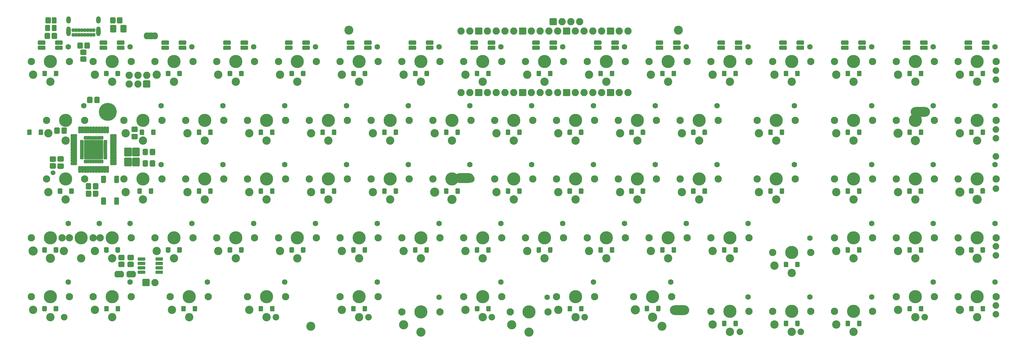
<source format=gbs>
G04 #@! TF.GenerationSoftware,KiCad,Pcbnew,(5.1.10-1-10_14)*
G04 #@! TF.CreationDate,2021-11-20T18:58:22+09:00*
G04 #@! TF.ProjectId,nora,6e6f7261-2e6b-4696-9361-645f70636258,v.0.1*
G04 #@! TF.SameCoordinates,Original*
G04 #@! TF.FileFunction,Soldermask,Bot*
G04 #@! TF.FilePolarity,Negative*
%FSLAX46Y46*%
G04 Gerber Fmt 4.6, Leading zero omitted, Abs format (unit mm)*
G04 Created by KiCad (PCBNEW (5.1.10-1-10_14)) date 2021-11-20 18:58:22*
%MOMM*%
%LPD*%
G01*
G04 APERTURE LIST*
%ADD10C,0.100000*%
%ADD11O,2.100000X2.100000*%
%ADD12C,2.100000*%
%ADD13C,2.650000*%
%ADD14C,3.800000*%
%ADD15C,1.600000*%
%ADD16C,2.101800*%
%ADD17C,2.400000*%
%ADD18C,1.400000*%
%ADD19O,5.600000X2.800000*%
%ADD20C,5.200000*%
%ADD21C,1.900000*%
%ADD22C,2.600000*%
%ADD23O,1.300000X2.100000*%
%ADD24O,1.300000X2.800000*%
%ADD25C,1.100000*%
G04 APERTURE END LIST*
D10*
G36*
X60960966Y-29421677D02*
G01*
X60923447Y-29410296D01*
X60888870Y-29391814D01*
X60858563Y-29366941D01*
X60833690Y-29336634D01*
X60815208Y-29302057D01*
X60803827Y-29264538D01*
X60799984Y-29225520D01*
X60799984Y-27725520D01*
X60803827Y-27686502D01*
X60815208Y-27648983D01*
X60833690Y-27614406D01*
X60858563Y-27584099D01*
X60888870Y-27559226D01*
X60923447Y-27540744D01*
X60960966Y-27529363D01*
X60999984Y-27525520D01*
X61549984Y-27525520D01*
X61556096Y-27526122D01*
X61574518Y-27526122D01*
X61594124Y-27527085D01*
X61642955Y-27531895D01*
X61662364Y-27534774D01*
X61710489Y-27544346D01*
X61729532Y-27549116D01*
X61776487Y-27563360D01*
X61794964Y-27569971D01*
X61840297Y-27588748D01*
X61858045Y-27597143D01*
X61901318Y-27620274D01*
X61918146Y-27630360D01*
X61958945Y-27657620D01*
X61974714Y-27669315D01*
X62012643Y-27700443D01*
X62027184Y-27713623D01*
X62061881Y-27748320D01*
X62075061Y-27762861D01*
X62106189Y-27800790D01*
X62117884Y-27816559D01*
X62145144Y-27857358D01*
X62155230Y-27874186D01*
X62178361Y-27917459D01*
X62186756Y-27935207D01*
X62205533Y-27980540D01*
X62212144Y-27999017D01*
X62226388Y-28045972D01*
X62231158Y-28065015D01*
X62240730Y-28113140D01*
X62243609Y-28132549D01*
X62248419Y-28181380D01*
X62249382Y-28200986D01*
X62249382Y-28219408D01*
X62249984Y-28225520D01*
X62249984Y-28725520D01*
X62249382Y-28731632D01*
X62249382Y-28750054D01*
X62248419Y-28769660D01*
X62243609Y-28818491D01*
X62240730Y-28837900D01*
X62231158Y-28886025D01*
X62226388Y-28905068D01*
X62212144Y-28952023D01*
X62205533Y-28970500D01*
X62186756Y-29015833D01*
X62178361Y-29033581D01*
X62155230Y-29076854D01*
X62145144Y-29093682D01*
X62117884Y-29134481D01*
X62106189Y-29150250D01*
X62075061Y-29188179D01*
X62061881Y-29202720D01*
X62027184Y-29237417D01*
X62012643Y-29250597D01*
X61974714Y-29281725D01*
X61958945Y-29293420D01*
X61918146Y-29320680D01*
X61901318Y-29330766D01*
X61858045Y-29353897D01*
X61840297Y-29362292D01*
X61794964Y-29381069D01*
X61776487Y-29387680D01*
X61729532Y-29401924D01*
X61710489Y-29406694D01*
X61662364Y-29416266D01*
X61642955Y-29419145D01*
X61594124Y-29423955D01*
X61574518Y-29424918D01*
X61556096Y-29424918D01*
X61549984Y-29425520D01*
X60999984Y-29425520D01*
X60960966Y-29421677D01*
G37*
G36*
X58943872Y-29424918D02*
G01*
X58925450Y-29424918D01*
X58905844Y-29423955D01*
X58857013Y-29419145D01*
X58837604Y-29416266D01*
X58789479Y-29406694D01*
X58770436Y-29401924D01*
X58723481Y-29387680D01*
X58705004Y-29381069D01*
X58659671Y-29362292D01*
X58641923Y-29353897D01*
X58598650Y-29330766D01*
X58581822Y-29320680D01*
X58541023Y-29293420D01*
X58525254Y-29281725D01*
X58487325Y-29250597D01*
X58472784Y-29237417D01*
X58438087Y-29202720D01*
X58424907Y-29188179D01*
X58393779Y-29150250D01*
X58382084Y-29134481D01*
X58354824Y-29093682D01*
X58344738Y-29076854D01*
X58321607Y-29033581D01*
X58313212Y-29015833D01*
X58294435Y-28970500D01*
X58287824Y-28952023D01*
X58273580Y-28905068D01*
X58268810Y-28886025D01*
X58259238Y-28837900D01*
X58256359Y-28818491D01*
X58251549Y-28769660D01*
X58250586Y-28750054D01*
X58250586Y-28731632D01*
X58249984Y-28725520D01*
X58249984Y-28225520D01*
X58250586Y-28219408D01*
X58250586Y-28200986D01*
X58251549Y-28181380D01*
X58256359Y-28132549D01*
X58259238Y-28113140D01*
X58268810Y-28065015D01*
X58273580Y-28045972D01*
X58287824Y-27999017D01*
X58294435Y-27980540D01*
X58313212Y-27935207D01*
X58321607Y-27917459D01*
X58344738Y-27874186D01*
X58354824Y-27857358D01*
X58382084Y-27816559D01*
X58393779Y-27800790D01*
X58424907Y-27762861D01*
X58438087Y-27748320D01*
X58472784Y-27713623D01*
X58487325Y-27700443D01*
X58525254Y-27669315D01*
X58541023Y-27657620D01*
X58581822Y-27630360D01*
X58598650Y-27620274D01*
X58641923Y-27597143D01*
X58659671Y-27588748D01*
X58705004Y-27569971D01*
X58723481Y-27563360D01*
X58770436Y-27549116D01*
X58789479Y-27544346D01*
X58837604Y-27534774D01*
X58857013Y-27531895D01*
X58905844Y-27527085D01*
X58925450Y-27526122D01*
X58943872Y-27526122D01*
X58949984Y-27525520D01*
X59499984Y-27525520D01*
X59539002Y-27529363D01*
X59576521Y-27540744D01*
X59611098Y-27559226D01*
X59641405Y-27584099D01*
X59666278Y-27614406D01*
X59684760Y-27648983D01*
X59696141Y-27686502D01*
X59699984Y-27725520D01*
X59699984Y-29225520D01*
X59696141Y-29264538D01*
X59684760Y-29302057D01*
X59666278Y-29336634D01*
X59641405Y-29366941D01*
X59611098Y-29391814D01*
X59576521Y-29410296D01*
X59539002Y-29421677D01*
X59499984Y-29425520D01*
X58949984Y-29425520D01*
X58943872Y-29424918D01*
G37*
G36*
G01*
X60949984Y-27725520D02*
X60949984Y-29225520D01*
G75*
G02*
X60749984Y-29425520I-200000J0D01*
G01*
X59749984Y-29425520D01*
G75*
G02*
X59549984Y-29225520I0J200000D01*
G01*
X59549984Y-27725520D01*
G75*
G02*
X59749984Y-27525520I200000J0D01*
G01*
X60749984Y-27525520D01*
G75*
G02*
X60949984Y-27725520I0J-200000D01*
G01*
G37*
D11*
X149919984Y-44865520D03*
X152459984Y-44865520D03*
G36*
G01*
X154149984Y-43815520D02*
X155849984Y-43815520D01*
G75*
G02*
X156049984Y-44015520I0J-200000D01*
G01*
X156049984Y-45715520D01*
G75*
G02*
X155849984Y-45915520I-200000J0D01*
G01*
X154149984Y-45915520D01*
G75*
G02*
X153949984Y-45715520I0J200000D01*
G01*
X153949984Y-44015520D01*
G75*
G02*
X154149984Y-43815520I200000J0D01*
G01*
G37*
X157539984Y-44865520D03*
X160079984Y-44865520D03*
X162619984Y-44865520D03*
X165159984Y-44865520D03*
G36*
G01*
X166849984Y-43815520D02*
X168549984Y-43815520D01*
G75*
G02*
X168749984Y-44015520I0J-200000D01*
G01*
X168749984Y-45715520D01*
G75*
G02*
X168549984Y-45915520I-200000J0D01*
G01*
X166849984Y-45915520D01*
G75*
G02*
X166649984Y-45715520I0J200000D01*
G01*
X166649984Y-44015520D01*
G75*
G02*
X166849984Y-43815520I200000J0D01*
G01*
G37*
X170239984Y-44865520D03*
X172779984Y-44865520D03*
X175319984Y-44865520D03*
X177859984Y-44865520D03*
G36*
G01*
X179549984Y-43815520D02*
X181249984Y-43815520D01*
G75*
G02*
X181449984Y-44015520I0J-200000D01*
G01*
X181449984Y-45715520D01*
G75*
G02*
X181249984Y-45915520I-200000J0D01*
G01*
X179549984Y-45915520D01*
G75*
G02*
X179349984Y-45715520I0J200000D01*
G01*
X179349984Y-44015520D01*
G75*
G02*
X179549984Y-43815520I200000J0D01*
G01*
G37*
X182939984Y-44865520D03*
X185479984Y-44865520D03*
X188019984Y-44865520D03*
X190559984Y-44865520D03*
G36*
G01*
X192249984Y-43815520D02*
X193949984Y-43815520D01*
G75*
G02*
X194149984Y-44015520I0J-200000D01*
G01*
X194149984Y-45715520D01*
G75*
G02*
X193949984Y-45915520I-200000J0D01*
G01*
X192249984Y-45915520D01*
G75*
G02*
X192049984Y-45715520I0J200000D01*
G01*
X192049984Y-44015520D01*
G75*
G02*
X192249984Y-43815520I200000J0D01*
G01*
G37*
X195639984Y-44865520D03*
X198179984Y-44865520D03*
X198179984Y-27085520D03*
X195639984Y-27085520D03*
G36*
G01*
X192249984Y-26035520D02*
X193949984Y-26035520D01*
G75*
G02*
X194149984Y-26235520I0J-200000D01*
G01*
X194149984Y-27935520D01*
G75*
G02*
X193949984Y-28135520I-200000J0D01*
G01*
X192249984Y-28135520D01*
G75*
G02*
X192049984Y-27935520I0J200000D01*
G01*
X192049984Y-26235520D01*
G75*
G02*
X192249984Y-26035520I200000J0D01*
G01*
G37*
X190559984Y-27085520D03*
X188019984Y-27085520D03*
X185479984Y-27085520D03*
X182939984Y-27085520D03*
G36*
G01*
X179549984Y-26035520D02*
X181249984Y-26035520D01*
G75*
G02*
X181449984Y-26235520I0J-200000D01*
G01*
X181449984Y-27935520D01*
G75*
G02*
X181249984Y-28135520I-200000J0D01*
G01*
X179549984Y-28135520D01*
G75*
G02*
X179349984Y-27935520I0J200000D01*
G01*
X179349984Y-26235520D01*
G75*
G02*
X179549984Y-26035520I200000J0D01*
G01*
G37*
X177859984Y-27085520D03*
X175319984Y-27085520D03*
X172779984Y-27085520D03*
X170239984Y-27085520D03*
G36*
G01*
X166849984Y-26035520D02*
X168549984Y-26035520D01*
G75*
G02*
X168749984Y-26235520I0J-200000D01*
G01*
X168749984Y-27935520D01*
G75*
G02*
X168549984Y-28135520I-200000J0D01*
G01*
X166849984Y-28135520D01*
G75*
G02*
X166649984Y-27935520I0J200000D01*
G01*
X166649984Y-26235520D01*
G75*
G02*
X166849984Y-26035520I200000J0D01*
G01*
G37*
X165159984Y-27085520D03*
X162619984Y-27085520D03*
X160079984Y-27085520D03*
X157539984Y-27085520D03*
G36*
G01*
X154149984Y-26035520D02*
X155849984Y-26035520D01*
G75*
G02*
X156049984Y-26235520I0J-200000D01*
G01*
X156049984Y-27935520D01*
G75*
G02*
X155849984Y-28135520I-200000J0D01*
G01*
X154149984Y-28135520D01*
G75*
G02*
X153949984Y-27935520I0J200000D01*
G01*
X153949984Y-26235520D01*
G75*
G02*
X154149984Y-26035520I200000J0D01*
G01*
G37*
X152459984Y-27085520D03*
X149919984Y-27085520D03*
X184169984Y-24375520D03*
X181629984Y-24375520D03*
X179089984Y-24375520D03*
G36*
G01*
X175699984Y-23325520D02*
X177399984Y-23325520D01*
G75*
G02*
X177599984Y-23525520I0J-200000D01*
G01*
X177599984Y-25225520D01*
G75*
G02*
X177399984Y-25425520I-200000J0D01*
G01*
X175699984Y-25425520D01*
G75*
G02*
X175499984Y-25225520I0J200000D01*
G01*
X175499984Y-23525520D01*
G75*
G02*
X175699984Y-23325520I200000J0D01*
G01*
G37*
D12*
X210808588Y-103875520D03*
X199808588Y-103875520D03*
D13*
X200308588Y-107675520D03*
X205308588Y-109775520D03*
D14*
X205308588Y-103875520D03*
D15*
X210528588Y-99675520D03*
D13*
X142265616Y-73675520D03*
D16*
X152765616Y-69875520D03*
X141765616Y-69875520D03*
D12*
X152765616Y-69875520D03*
X141765616Y-69875520D03*
D13*
X147265616Y-75775520D03*
D14*
X147265616Y-69875520D03*
D15*
X152485616Y-65675520D03*
D13*
X276210936Y-56675520D03*
D16*
X286710936Y-52875520D03*
X275710936Y-52875520D03*
D12*
X286710936Y-52875520D03*
X275710936Y-52875520D03*
D13*
X281210936Y-58775520D03*
D14*
X281210936Y-52875520D03*
D15*
X286430936Y-48675520D03*
D13*
X294070312Y-73675520D03*
D16*
X304570312Y-69875520D03*
X293570312Y-69875520D03*
D12*
X304570312Y-69875520D03*
X293570312Y-69875520D03*
D13*
X299070312Y-75775520D03*
D14*
X299070312Y-69875520D03*
D15*
X304290312Y-65675520D03*
D13*
X294070312Y-90675520D03*
D16*
X304570312Y-86875520D03*
X293570312Y-86875520D03*
D12*
X304570312Y-86875520D03*
X293570312Y-86875520D03*
D13*
X299070312Y-92775520D03*
D14*
X299070312Y-86875520D03*
D15*
X304290312Y-82675520D03*
D13*
X26179672Y-90675520D03*
D16*
X36679672Y-86875520D03*
X25679672Y-86875520D03*
D12*
X36679672Y-86875520D03*
X25679672Y-86875520D03*
D13*
X31179672Y-92775520D03*
D14*
X31179672Y-86875520D03*
D15*
X36399672Y-82675520D03*
D13*
X133335824Y-112050520D03*
D16*
X143835824Y-108250520D03*
X132835824Y-108250520D03*
D12*
X143835824Y-108250520D03*
X132835824Y-108250520D03*
D13*
X138335824Y-114150520D03*
D14*
X138335824Y-108250520D03*
D15*
X143555824Y-104050520D03*
D13*
X164589704Y-112050520D03*
D16*
X175089704Y-108250520D03*
X164089704Y-108250520D03*
D12*
X175089704Y-108250520D03*
X164089704Y-108250520D03*
D13*
X169589704Y-114150520D03*
D14*
X169589704Y-108250520D03*
D15*
X174809704Y-104050520D03*
D16*
X81328112Y-69875520D03*
X70328112Y-69875520D03*
D12*
X81328112Y-69875520D03*
X70328112Y-69875520D03*
D17*
X70828112Y-73675520D03*
X75828112Y-75775520D03*
D14*
X75828112Y-69875520D03*
D15*
X81048112Y-65675520D03*
G36*
G01*
X33480000Y-38760520D02*
X33480000Y-39960520D01*
G75*
G02*
X33280000Y-40160520I-200000J0D01*
G01*
X32380000Y-40160520D01*
G75*
G02*
X32180000Y-39960520I0J200000D01*
G01*
X32180000Y-38760520D01*
G75*
G02*
X32380000Y-38560520I200000J0D01*
G01*
X33280000Y-38560520D01*
G75*
G02*
X33480000Y-38760520I0J-200000D01*
G01*
G37*
G36*
G01*
X30180000Y-38760520D02*
X30180000Y-39960520D01*
G75*
G02*
X29980000Y-40160520I-200000J0D01*
G01*
X29080000Y-40160520D01*
G75*
G02*
X28880000Y-39960520I0J200000D01*
G01*
X28880000Y-38760520D01*
G75*
G02*
X29080000Y-38560520I200000J0D01*
G01*
X29980000Y-38560520D01*
G75*
G02*
X30180000Y-38760520I0J-200000D01*
G01*
G37*
G36*
G01*
X33470000Y-89750520D02*
X33470000Y-90950520D01*
G75*
G02*
X33270000Y-91150520I-200000J0D01*
G01*
X32370000Y-91150520D01*
G75*
G02*
X32170000Y-90950520I0J200000D01*
G01*
X32170000Y-89750520D01*
G75*
G02*
X32370000Y-89550520I200000J0D01*
G01*
X33270000Y-89550520D01*
G75*
G02*
X33470000Y-89750520I0J-200000D01*
G01*
G37*
G36*
G01*
X30170000Y-89750520D02*
X30170000Y-90950520D01*
G75*
G02*
X29970000Y-91150520I-200000J0D01*
G01*
X29070000Y-91150520D01*
G75*
G02*
X28870000Y-90950520I0J200000D01*
G01*
X28870000Y-89750520D01*
G75*
G02*
X29070000Y-89550520I200000J0D01*
G01*
X29970000Y-89550520D01*
G75*
G02*
X30170000Y-89750520I0J-200000D01*
G01*
G37*
G36*
G01*
X33450000Y-106750520D02*
X33450000Y-107950520D01*
G75*
G02*
X33250000Y-108150520I-200000J0D01*
G01*
X32350000Y-108150520D01*
G75*
G02*
X32150000Y-107950520I0J200000D01*
G01*
X32150000Y-106750520D01*
G75*
G02*
X32350000Y-106550520I200000J0D01*
G01*
X33250000Y-106550520D01*
G75*
G02*
X33450000Y-106750520I0J-200000D01*
G01*
G37*
G36*
G01*
X30150000Y-106750520D02*
X30150000Y-107950520D01*
G75*
G02*
X29950000Y-108150520I-200000J0D01*
G01*
X29050000Y-108150520D01*
G75*
G02*
X28850000Y-107950520I0J200000D01*
G01*
X28850000Y-106750520D01*
G75*
G02*
X29050000Y-106550520I200000J0D01*
G01*
X29950000Y-106550520D01*
G75*
G02*
X30150000Y-106750520I0J-200000D01*
G01*
G37*
G36*
G01*
X51339333Y-38760520D02*
X51339333Y-39960520D01*
G75*
G02*
X51139333Y-40160520I-200000J0D01*
G01*
X50239333Y-40160520D01*
G75*
G02*
X50039333Y-39960520I0J200000D01*
G01*
X50039333Y-38760520D01*
G75*
G02*
X50239333Y-38560520I200000J0D01*
G01*
X51139333Y-38560520D01*
G75*
G02*
X51339333Y-38760520I0J-200000D01*
G01*
G37*
G36*
G01*
X48039333Y-38760520D02*
X48039333Y-39960520D01*
G75*
G02*
X47839333Y-40160520I-200000J0D01*
G01*
X46939333Y-40160520D01*
G75*
G02*
X46739333Y-39960520I0J200000D01*
G01*
X46739333Y-38760520D01*
G75*
G02*
X46939333Y-38560520I200000J0D01*
G01*
X47839333Y-38560520D01*
G75*
G02*
X48039333Y-38760520I0J-200000D01*
G01*
G37*
G36*
G01*
X29090000Y-55750520D02*
X29090000Y-56950520D01*
G75*
G02*
X28890000Y-57150520I-200000J0D01*
G01*
X27990000Y-57150520D01*
G75*
G02*
X27790000Y-56950520I0J200000D01*
G01*
X27790000Y-55750520D01*
G75*
G02*
X27990000Y-55550520I200000J0D01*
G01*
X28890000Y-55550520D01*
G75*
G02*
X29090000Y-55750520I0J-200000D01*
G01*
G37*
G36*
G01*
X25790000Y-55750520D02*
X25790000Y-56950520D01*
G75*
G02*
X25590000Y-57150520I-200000J0D01*
G01*
X24690000Y-57150520D01*
G75*
G02*
X24490000Y-56950520I0J200000D01*
G01*
X24490000Y-55750520D01*
G75*
G02*
X24690000Y-55550520I200000J0D01*
G01*
X25590000Y-55550520D01*
G75*
G02*
X25790000Y-55750520I0J-200000D01*
G01*
G37*
G36*
G01*
X37950000Y-72750520D02*
X37950000Y-73950520D01*
G75*
G02*
X37750000Y-74150520I-200000J0D01*
G01*
X36850000Y-74150520D01*
G75*
G02*
X36650000Y-73950520I0J200000D01*
G01*
X36650000Y-72750520D01*
G75*
G02*
X36850000Y-72550520I200000J0D01*
G01*
X37750000Y-72550520D01*
G75*
G02*
X37950000Y-72750520I0J-200000D01*
G01*
G37*
G36*
G01*
X34650000Y-72750520D02*
X34650000Y-73950520D01*
G75*
G02*
X34450000Y-74150520I-200000J0D01*
G01*
X33550000Y-74150520D01*
G75*
G02*
X33350000Y-73950520I0J200000D01*
G01*
X33350000Y-72750520D01*
G75*
G02*
X33550000Y-72550520I200000J0D01*
G01*
X34450000Y-72550520D01*
G75*
G02*
X34650000Y-72750520I0J-200000D01*
G01*
G37*
G36*
G01*
X51329333Y-89750520D02*
X51329333Y-90950520D01*
G75*
G02*
X51129333Y-91150520I-200000J0D01*
G01*
X50229333Y-91150520D01*
G75*
G02*
X50029333Y-90950520I0J200000D01*
G01*
X50029333Y-89750520D01*
G75*
G02*
X50229333Y-89550520I200000J0D01*
G01*
X51129333Y-89550520D01*
G75*
G02*
X51329333Y-89750520I0J-200000D01*
G01*
G37*
G36*
G01*
X48029333Y-89750520D02*
X48029333Y-90950520D01*
G75*
G02*
X47829333Y-91150520I-200000J0D01*
G01*
X46929333Y-91150520D01*
G75*
G02*
X46729333Y-90950520I0J200000D01*
G01*
X46729333Y-89750520D01*
G75*
G02*
X46929333Y-89550520I200000J0D01*
G01*
X47829333Y-89550520D01*
G75*
G02*
X48029333Y-89750520I0J-200000D01*
G01*
G37*
G36*
G01*
X51350000Y-106750520D02*
X51350000Y-107950520D01*
G75*
G02*
X51150000Y-108150520I-200000J0D01*
G01*
X50250000Y-108150520D01*
G75*
G02*
X50050000Y-107950520I0J200000D01*
G01*
X50050000Y-106750520D01*
G75*
G02*
X50250000Y-106550520I200000J0D01*
G01*
X51150000Y-106550520D01*
G75*
G02*
X51350000Y-106750520I0J-200000D01*
G01*
G37*
G36*
G01*
X48050000Y-106750520D02*
X48050000Y-107950520D01*
G75*
G02*
X47850000Y-108150520I-200000J0D01*
G01*
X46950000Y-108150520D01*
G75*
G02*
X46750000Y-107950520I0J200000D01*
G01*
X46750000Y-106750520D01*
G75*
G02*
X46950000Y-106550520I200000J0D01*
G01*
X47850000Y-106550520D01*
G75*
G02*
X48050000Y-106750520I0J-200000D01*
G01*
G37*
G36*
G01*
X69198666Y-38760520D02*
X69198666Y-39960520D01*
G75*
G02*
X68998666Y-40160520I-200000J0D01*
G01*
X68098666Y-40160520D01*
G75*
G02*
X67898666Y-39960520I0J200000D01*
G01*
X67898666Y-38760520D01*
G75*
G02*
X68098666Y-38560520I200000J0D01*
G01*
X68998666Y-38560520D01*
G75*
G02*
X69198666Y-38760520I0J-200000D01*
G01*
G37*
G36*
G01*
X65898666Y-38760520D02*
X65898666Y-39960520D01*
G75*
G02*
X65698666Y-40160520I-200000J0D01*
G01*
X64798666Y-40160520D01*
G75*
G02*
X64598666Y-39960520I0J200000D01*
G01*
X64598666Y-38760520D01*
G75*
G02*
X64798666Y-38560520I200000J0D01*
G01*
X65698666Y-38560520D01*
G75*
G02*
X65898666Y-38760520I0J-200000D01*
G01*
G37*
G36*
G01*
X61620000Y-55760520D02*
X61620000Y-56960520D01*
G75*
G02*
X61420000Y-57160520I-200000J0D01*
G01*
X60520000Y-57160520D01*
G75*
G02*
X60320000Y-56960520I0J200000D01*
G01*
X60320000Y-55760520D01*
G75*
G02*
X60520000Y-55560520I200000J0D01*
G01*
X61420000Y-55560520D01*
G75*
G02*
X61620000Y-55760520I0J-200000D01*
G01*
G37*
G36*
G01*
X58320000Y-55760520D02*
X58320000Y-56960520D01*
G75*
G02*
X58120000Y-57160520I-200000J0D01*
G01*
X57220000Y-57160520D01*
G75*
G02*
X57020000Y-56960520I0J200000D01*
G01*
X57020000Y-55760520D01*
G75*
G02*
X57220000Y-55560520I200000J0D01*
G01*
X58120000Y-55560520D01*
G75*
G02*
X58320000Y-55760520I0J-200000D01*
G01*
G37*
G36*
G01*
X60950000Y-72750520D02*
X60950000Y-73950520D01*
G75*
G02*
X60750000Y-74150520I-200000J0D01*
G01*
X59850000Y-74150520D01*
G75*
G02*
X59650000Y-73950520I0J200000D01*
G01*
X59650000Y-72750520D01*
G75*
G02*
X59850000Y-72550520I200000J0D01*
G01*
X60750000Y-72550520D01*
G75*
G02*
X60950000Y-72750520I0J-200000D01*
G01*
G37*
G36*
G01*
X57650000Y-72750520D02*
X57650000Y-73950520D01*
G75*
G02*
X57450000Y-74150520I-200000J0D01*
G01*
X56550000Y-74150520D01*
G75*
G02*
X56350000Y-73950520I0J200000D01*
G01*
X56350000Y-72750520D01*
G75*
G02*
X56550000Y-72550520I200000J0D01*
G01*
X57450000Y-72550520D01*
G75*
G02*
X57650000Y-72750520I0J-200000D01*
G01*
G37*
G36*
G01*
X69188666Y-89750520D02*
X69188666Y-90950520D01*
G75*
G02*
X68988666Y-91150520I-200000J0D01*
G01*
X68088666Y-91150520D01*
G75*
G02*
X67888666Y-90950520I0J200000D01*
G01*
X67888666Y-89750520D01*
G75*
G02*
X68088666Y-89550520I200000J0D01*
G01*
X68988666Y-89550520D01*
G75*
G02*
X69188666Y-89750520I0J-200000D01*
G01*
G37*
G36*
G01*
X65888666Y-89750520D02*
X65888666Y-90950520D01*
G75*
G02*
X65688666Y-91150520I-200000J0D01*
G01*
X64788666Y-91150520D01*
G75*
G02*
X64588666Y-90950520I0J200000D01*
G01*
X64588666Y-89750520D01*
G75*
G02*
X64788666Y-89550520I200000J0D01*
G01*
X65688666Y-89550520D01*
G75*
G02*
X65888666Y-89750520I0J-200000D01*
G01*
G37*
G36*
G01*
X73650000Y-106750520D02*
X73650000Y-107950520D01*
G75*
G02*
X73450000Y-108150520I-200000J0D01*
G01*
X72550000Y-108150520D01*
G75*
G02*
X72350000Y-107950520I0J200000D01*
G01*
X72350000Y-106750520D01*
G75*
G02*
X72550000Y-106550520I200000J0D01*
G01*
X73450000Y-106550520D01*
G75*
G02*
X73650000Y-106750520I0J-200000D01*
G01*
G37*
G36*
G01*
X70350000Y-106750520D02*
X70350000Y-107950520D01*
G75*
G02*
X70150000Y-108150520I-200000J0D01*
G01*
X69250000Y-108150520D01*
G75*
G02*
X69050000Y-107950520I0J200000D01*
G01*
X69050000Y-106750520D01*
G75*
G02*
X69250000Y-106550520I200000J0D01*
G01*
X70150000Y-106550520D01*
G75*
G02*
X70350000Y-106750520I0J-200000D01*
G01*
G37*
G36*
G01*
X87057999Y-38760520D02*
X87057999Y-39960520D01*
G75*
G02*
X86857999Y-40160520I-200000J0D01*
G01*
X85957999Y-40160520D01*
G75*
G02*
X85757999Y-39960520I0J200000D01*
G01*
X85757999Y-38760520D01*
G75*
G02*
X85957999Y-38560520I200000J0D01*
G01*
X86857999Y-38560520D01*
G75*
G02*
X87057999Y-38760520I0J-200000D01*
G01*
G37*
G36*
G01*
X83757999Y-38760520D02*
X83757999Y-39960520D01*
G75*
G02*
X83557999Y-40160520I-200000J0D01*
G01*
X82657999Y-40160520D01*
G75*
G02*
X82457999Y-39960520I0J200000D01*
G01*
X82457999Y-38760520D01*
G75*
G02*
X82657999Y-38560520I200000J0D01*
G01*
X83557999Y-38560520D01*
G75*
G02*
X83757999Y-38760520I0J-200000D01*
G01*
G37*
G36*
G01*
X78128888Y-55770520D02*
X78128888Y-56970520D01*
G75*
G02*
X77928888Y-57170520I-200000J0D01*
G01*
X77028888Y-57170520D01*
G75*
G02*
X76828888Y-56970520I0J200000D01*
G01*
X76828888Y-55770520D01*
G75*
G02*
X77028888Y-55570520I200000J0D01*
G01*
X77928888Y-55570520D01*
G75*
G02*
X78128888Y-55770520I0J-200000D01*
G01*
G37*
G36*
G01*
X74828888Y-55770520D02*
X74828888Y-56970520D01*
G75*
G02*
X74628888Y-57170520I-200000J0D01*
G01*
X73728888Y-57170520D01*
G75*
G02*
X73528888Y-56970520I0J200000D01*
G01*
X73528888Y-55770520D01*
G75*
G02*
X73728888Y-55570520I200000J0D01*
G01*
X74628888Y-55570520D01*
G75*
G02*
X74828888Y-55770520I0J-200000D01*
G01*
G37*
G36*
G01*
X78128888Y-72750520D02*
X78128888Y-73950520D01*
G75*
G02*
X77928888Y-74150520I-200000J0D01*
G01*
X77028888Y-74150520D01*
G75*
G02*
X76828888Y-73950520I0J200000D01*
G01*
X76828888Y-72750520D01*
G75*
G02*
X77028888Y-72550520I200000J0D01*
G01*
X77928888Y-72550520D01*
G75*
G02*
X78128888Y-72750520I0J-200000D01*
G01*
G37*
G36*
G01*
X74828888Y-72750520D02*
X74828888Y-73950520D01*
G75*
G02*
X74628888Y-74150520I-200000J0D01*
G01*
X73728888Y-74150520D01*
G75*
G02*
X73528888Y-73950520I0J200000D01*
G01*
X73528888Y-72750520D01*
G75*
G02*
X73728888Y-72550520I200000J0D01*
G01*
X74628888Y-72550520D01*
G75*
G02*
X74828888Y-72750520I0J-200000D01*
G01*
G37*
G36*
G01*
X87047999Y-89750520D02*
X87047999Y-90950520D01*
G75*
G02*
X86847999Y-91150520I-200000J0D01*
G01*
X85947999Y-91150520D01*
G75*
G02*
X85747999Y-90950520I0J200000D01*
G01*
X85747999Y-89750520D01*
G75*
G02*
X85947999Y-89550520I200000J0D01*
G01*
X86847999Y-89550520D01*
G75*
G02*
X87047999Y-89750520I0J-200000D01*
G01*
G37*
G36*
G01*
X83747999Y-89750520D02*
X83747999Y-90950520D01*
G75*
G02*
X83547999Y-91150520I-200000J0D01*
G01*
X82647999Y-91150520D01*
G75*
G02*
X82447999Y-90950520I0J200000D01*
G01*
X82447999Y-89750520D01*
G75*
G02*
X82647999Y-89550520I200000J0D01*
G01*
X83547999Y-89550520D01*
G75*
G02*
X83747999Y-89750520I0J-200000D01*
G01*
G37*
G36*
G01*
X96000000Y-106750520D02*
X96000000Y-107950520D01*
G75*
G02*
X95800000Y-108150520I-200000J0D01*
G01*
X94900000Y-108150520D01*
G75*
G02*
X94700000Y-107950520I0J200000D01*
G01*
X94700000Y-106750520D01*
G75*
G02*
X94900000Y-106550520I200000J0D01*
G01*
X95800000Y-106550520D01*
G75*
G02*
X96000000Y-106750520I0J-200000D01*
G01*
G37*
G36*
G01*
X92700000Y-106750520D02*
X92700000Y-107950520D01*
G75*
G02*
X92500000Y-108150520I-200000J0D01*
G01*
X91600000Y-108150520D01*
G75*
G02*
X91400000Y-107950520I0J200000D01*
G01*
X91400000Y-106750520D01*
G75*
G02*
X91600000Y-106550520I200000J0D01*
G01*
X92500000Y-106550520D01*
G75*
G02*
X92700000Y-106750520I0J-200000D01*
G01*
G37*
G36*
G01*
X104917332Y-38760520D02*
X104917332Y-39960520D01*
G75*
G02*
X104717332Y-40160520I-200000J0D01*
G01*
X103817332Y-40160520D01*
G75*
G02*
X103617332Y-39960520I0J200000D01*
G01*
X103617332Y-38760520D01*
G75*
G02*
X103817332Y-38560520I200000J0D01*
G01*
X104717332Y-38560520D01*
G75*
G02*
X104917332Y-38760520I0J-200000D01*
G01*
G37*
G36*
G01*
X101617332Y-38760520D02*
X101617332Y-39960520D01*
G75*
G02*
X101417332Y-40160520I-200000J0D01*
G01*
X100517332Y-40160520D01*
G75*
G02*
X100317332Y-39960520I0J200000D01*
G01*
X100317332Y-38760520D01*
G75*
G02*
X100517332Y-38560520I200000J0D01*
G01*
X101417332Y-38560520D01*
G75*
G02*
X101617332Y-38760520I0J-200000D01*
G01*
G37*
G36*
G01*
X95987776Y-55770520D02*
X95987776Y-56970520D01*
G75*
G02*
X95787776Y-57170520I-200000J0D01*
G01*
X94887776Y-57170520D01*
G75*
G02*
X94687776Y-56970520I0J200000D01*
G01*
X94687776Y-55770520D01*
G75*
G02*
X94887776Y-55570520I200000J0D01*
G01*
X95787776Y-55570520D01*
G75*
G02*
X95987776Y-55770520I0J-200000D01*
G01*
G37*
G36*
G01*
X92687776Y-55770520D02*
X92687776Y-56970520D01*
G75*
G02*
X92487776Y-57170520I-200000J0D01*
G01*
X91587776Y-57170520D01*
G75*
G02*
X91387776Y-56970520I0J200000D01*
G01*
X91387776Y-55770520D01*
G75*
G02*
X91587776Y-55570520I200000J0D01*
G01*
X92487776Y-55570520D01*
G75*
G02*
X92687776Y-55770520I0J-200000D01*
G01*
G37*
G36*
G01*
X95987776Y-72750520D02*
X95987776Y-73950520D01*
G75*
G02*
X95787776Y-74150520I-200000J0D01*
G01*
X94887776Y-74150520D01*
G75*
G02*
X94687776Y-73950520I0J200000D01*
G01*
X94687776Y-72750520D01*
G75*
G02*
X94887776Y-72550520I200000J0D01*
G01*
X95787776Y-72550520D01*
G75*
G02*
X95987776Y-72750520I0J-200000D01*
G01*
G37*
G36*
G01*
X92687776Y-72750520D02*
X92687776Y-73950520D01*
G75*
G02*
X92487776Y-74150520I-200000J0D01*
G01*
X91587776Y-74150520D01*
G75*
G02*
X91387776Y-73950520I0J200000D01*
G01*
X91387776Y-72750520D01*
G75*
G02*
X91587776Y-72550520I200000J0D01*
G01*
X92487776Y-72550520D01*
G75*
G02*
X92687776Y-72750520I0J-200000D01*
G01*
G37*
G36*
G01*
X104907332Y-89750520D02*
X104907332Y-90950520D01*
G75*
G02*
X104707332Y-91150520I-200000J0D01*
G01*
X103807332Y-91150520D01*
G75*
G02*
X103607332Y-90950520I0J200000D01*
G01*
X103607332Y-89750520D01*
G75*
G02*
X103807332Y-89550520I200000J0D01*
G01*
X104707332Y-89550520D01*
G75*
G02*
X104907332Y-89750520I0J-200000D01*
G01*
G37*
G36*
G01*
X101607332Y-89750520D02*
X101607332Y-90950520D01*
G75*
G02*
X101407332Y-91150520I-200000J0D01*
G01*
X100507332Y-91150520D01*
G75*
G02*
X100307332Y-90950520I0J200000D01*
G01*
X100307332Y-89750520D01*
G75*
G02*
X100507332Y-89550520I200000J0D01*
G01*
X101407332Y-89550520D01*
G75*
G02*
X101607332Y-89750520I0J-200000D01*
G01*
G37*
G36*
G01*
X122776665Y-38760520D02*
X122776665Y-39960520D01*
G75*
G02*
X122576665Y-40160520I-200000J0D01*
G01*
X121676665Y-40160520D01*
G75*
G02*
X121476665Y-39960520I0J200000D01*
G01*
X121476665Y-38760520D01*
G75*
G02*
X121676665Y-38560520I200000J0D01*
G01*
X122576665Y-38560520D01*
G75*
G02*
X122776665Y-38760520I0J-200000D01*
G01*
G37*
G36*
G01*
X119476665Y-38760520D02*
X119476665Y-39960520D01*
G75*
G02*
X119276665Y-40160520I-200000J0D01*
G01*
X118376665Y-40160520D01*
G75*
G02*
X118176665Y-39960520I0J200000D01*
G01*
X118176665Y-38760520D01*
G75*
G02*
X118376665Y-38560520I200000J0D01*
G01*
X119276665Y-38560520D01*
G75*
G02*
X119476665Y-38760520I0J-200000D01*
G01*
G37*
G36*
G01*
X113846664Y-55770520D02*
X113846664Y-56970520D01*
G75*
G02*
X113646664Y-57170520I-200000J0D01*
G01*
X112746664Y-57170520D01*
G75*
G02*
X112546664Y-56970520I0J200000D01*
G01*
X112546664Y-55770520D01*
G75*
G02*
X112746664Y-55570520I200000J0D01*
G01*
X113646664Y-55570520D01*
G75*
G02*
X113846664Y-55770520I0J-200000D01*
G01*
G37*
G36*
G01*
X110546664Y-55770520D02*
X110546664Y-56970520D01*
G75*
G02*
X110346664Y-57170520I-200000J0D01*
G01*
X109446664Y-57170520D01*
G75*
G02*
X109246664Y-56970520I0J200000D01*
G01*
X109246664Y-55770520D01*
G75*
G02*
X109446664Y-55570520I200000J0D01*
G01*
X110346664Y-55570520D01*
G75*
G02*
X110546664Y-55770520I0J-200000D01*
G01*
G37*
G36*
G01*
X113846664Y-72750520D02*
X113846664Y-73950520D01*
G75*
G02*
X113646664Y-74150520I-200000J0D01*
G01*
X112746664Y-74150520D01*
G75*
G02*
X112546664Y-73950520I0J200000D01*
G01*
X112546664Y-72750520D01*
G75*
G02*
X112746664Y-72550520I200000J0D01*
G01*
X113646664Y-72550520D01*
G75*
G02*
X113846664Y-72750520I0J-200000D01*
G01*
G37*
G36*
G01*
X110546664Y-72750520D02*
X110546664Y-73950520D01*
G75*
G02*
X110346664Y-74150520I-200000J0D01*
G01*
X109446664Y-74150520D01*
G75*
G02*
X109246664Y-73950520I0J200000D01*
G01*
X109246664Y-72750520D01*
G75*
G02*
X109446664Y-72550520I200000J0D01*
G01*
X110346664Y-72550520D01*
G75*
G02*
X110546664Y-72750520I0J-200000D01*
G01*
G37*
G36*
G01*
X122766665Y-89750520D02*
X122766665Y-90950520D01*
G75*
G02*
X122566665Y-91150520I-200000J0D01*
G01*
X121666665Y-91150520D01*
G75*
G02*
X121466665Y-90950520I0J200000D01*
G01*
X121466665Y-89750520D01*
G75*
G02*
X121666665Y-89550520I200000J0D01*
G01*
X122566665Y-89550520D01*
G75*
G02*
X122766665Y-89750520I0J-200000D01*
G01*
G37*
G36*
G01*
X119466665Y-89750520D02*
X119466665Y-90950520D01*
G75*
G02*
X119266665Y-91150520I-200000J0D01*
G01*
X118366665Y-91150520D01*
G75*
G02*
X118166665Y-90950520I0J200000D01*
G01*
X118166665Y-89750520D01*
G75*
G02*
X118366665Y-89550520I200000J0D01*
G01*
X119266665Y-89550520D01*
G75*
G02*
X119466665Y-89750520I0J-200000D01*
G01*
G37*
G36*
G01*
X122750000Y-106750520D02*
X122750000Y-107950520D01*
G75*
G02*
X122550000Y-108150520I-200000J0D01*
G01*
X121650000Y-108150520D01*
G75*
G02*
X121450000Y-107950520I0J200000D01*
G01*
X121450000Y-106750520D01*
G75*
G02*
X121650000Y-106550520I200000J0D01*
G01*
X122550000Y-106550520D01*
G75*
G02*
X122750000Y-106750520I0J-200000D01*
G01*
G37*
G36*
G01*
X119450000Y-106750520D02*
X119450000Y-107950520D01*
G75*
G02*
X119250000Y-108150520I-200000J0D01*
G01*
X118350000Y-108150520D01*
G75*
G02*
X118150000Y-107950520I0J200000D01*
G01*
X118150000Y-106750520D01*
G75*
G02*
X118350000Y-106550520I200000J0D01*
G01*
X119250000Y-106550520D01*
G75*
G02*
X119450000Y-106750520I0J-200000D01*
G01*
G37*
G36*
G01*
X140635998Y-38760520D02*
X140635998Y-39960520D01*
G75*
G02*
X140435998Y-40160520I-200000J0D01*
G01*
X139535998Y-40160520D01*
G75*
G02*
X139335998Y-39960520I0J200000D01*
G01*
X139335998Y-38760520D01*
G75*
G02*
X139535998Y-38560520I200000J0D01*
G01*
X140435998Y-38560520D01*
G75*
G02*
X140635998Y-38760520I0J-200000D01*
G01*
G37*
G36*
G01*
X137335998Y-38760520D02*
X137335998Y-39960520D01*
G75*
G02*
X137135998Y-40160520I-200000J0D01*
G01*
X136235998Y-40160520D01*
G75*
G02*
X136035998Y-39960520I0J200000D01*
G01*
X136035998Y-38760520D01*
G75*
G02*
X136235998Y-38560520I200000J0D01*
G01*
X137135998Y-38560520D01*
G75*
G02*
X137335998Y-38760520I0J-200000D01*
G01*
G37*
G36*
G01*
X131705552Y-55770520D02*
X131705552Y-56970520D01*
G75*
G02*
X131505552Y-57170520I-200000J0D01*
G01*
X130605552Y-57170520D01*
G75*
G02*
X130405552Y-56970520I0J200000D01*
G01*
X130405552Y-55770520D01*
G75*
G02*
X130605552Y-55570520I200000J0D01*
G01*
X131505552Y-55570520D01*
G75*
G02*
X131705552Y-55770520I0J-200000D01*
G01*
G37*
G36*
G01*
X128405552Y-55770520D02*
X128405552Y-56970520D01*
G75*
G02*
X128205552Y-57170520I-200000J0D01*
G01*
X127305552Y-57170520D01*
G75*
G02*
X127105552Y-56970520I0J200000D01*
G01*
X127105552Y-55770520D01*
G75*
G02*
X127305552Y-55570520I200000J0D01*
G01*
X128205552Y-55570520D01*
G75*
G02*
X128405552Y-55770520I0J-200000D01*
G01*
G37*
G36*
G01*
X131705552Y-72750520D02*
X131705552Y-73950520D01*
G75*
G02*
X131505552Y-74150520I-200000J0D01*
G01*
X130605552Y-74150520D01*
G75*
G02*
X130405552Y-73950520I0J200000D01*
G01*
X130405552Y-72750520D01*
G75*
G02*
X130605552Y-72550520I200000J0D01*
G01*
X131505552Y-72550520D01*
G75*
G02*
X131705552Y-72750520I0J-200000D01*
G01*
G37*
G36*
G01*
X128405552Y-72750520D02*
X128405552Y-73950520D01*
G75*
G02*
X128205552Y-74150520I-200000J0D01*
G01*
X127305552Y-74150520D01*
G75*
G02*
X127105552Y-73950520I0J200000D01*
G01*
X127105552Y-72750520D01*
G75*
G02*
X127305552Y-72550520I200000J0D01*
G01*
X128205552Y-72550520D01*
G75*
G02*
X128405552Y-72750520I0J-200000D01*
G01*
G37*
G36*
G01*
X140625998Y-89750520D02*
X140625998Y-90950520D01*
G75*
G02*
X140425998Y-91150520I-200000J0D01*
G01*
X139525998Y-91150520D01*
G75*
G02*
X139325998Y-90950520I0J200000D01*
G01*
X139325998Y-89750520D01*
G75*
G02*
X139525998Y-89550520I200000J0D01*
G01*
X140425998Y-89550520D01*
G75*
G02*
X140625998Y-89750520I0J-200000D01*
G01*
G37*
G36*
G01*
X137325998Y-89750520D02*
X137325998Y-90950520D01*
G75*
G02*
X137125998Y-91150520I-200000J0D01*
G01*
X136225998Y-91150520D01*
G75*
G02*
X136025998Y-90950520I0J200000D01*
G01*
X136025998Y-89750520D01*
G75*
G02*
X136225998Y-89550520I200000J0D01*
G01*
X137125998Y-89550520D01*
G75*
G02*
X137325998Y-89750520I0J-200000D01*
G01*
G37*
G36*
G01*
X158495331Y-38760520D02*
X158495331Y-39960520D01*
G75*
G02*
X158295331Y-40160520I-200000J0D01*
G01*
X157395331Y-40160520D01*
G75*
G02*
X157195331Y-39960520I0J200000D01*
G01*
X157195331Y-38760520D01*
G75*
G02*
X157395331Y-38560520I200000J0D01*
G01*
X158295331Y-38560520D01*
G75*
G02*
X158495331Y-38760520I0J-200000D01*
G01*
G37*
G36*
G01*
X155195331Y-38760520D02*
X155195331Y-39960520D01*
G75*
G02*
X154995331Y-40160520I-200000J0D01*
G01*
X154095331Y-40160520D01*
G75*
G02*
X153895331Y-39960520I0J200000D01*
G01*
X153895331Y-38760520D01*
G75*
G02*
X154095331Y-38560520I200000J0D01*
G01*
X154995331Y-38560520D01*
G75*
G02*
X155195331Y-38760520I0J-200000D01*
G01*
G37*
G36*
G01*
X149564440Y-55770520D02*
X149564440Y-56970520D01*
G75*
G02*
X149364440Y-57170520I-200000J0D01*
G01*
X148464440Y-57170520D01*
G75*
G02*
X148264440Y-56970520I0J200000D01*
G01*
X148264440Y-55770520D01*
G75*
G02*
X148464440Y-55570520I200000J0D01*
G01*
X149364440Y-55570520D01*
G75*
G02*
X149564440Y-55770520I0J-200000D01*
G01*
G37*
G36*
G01*
X146264440Y-55770520D02*
X146264440Y-56970520D01*
G75*
G02*
X146064440Y-57170520I-200000J0D01*
G01*
X145164440Y-57170520D01*
G75*
G02*
X144964440Y-56970520I0J200000D01*
G01*
X144964440Y-55770520D01*
G75*
G02*
X145164440Y-55570520I200000J0D01*
G01*
X146064440Y-55570520D01*
G75*
G02*
X146264440Y-55770520I0J-200000D01*
G01*
G37*
G36*
G01*
X149564440Y-72750520D02*
X149564440Y-73950520D01*
G75*
G02*
X149364440Y-74150520I-200000J0D01*
G01*
X148464440Y-74150520D01*
G75*
G02*
X148264440Y-73950520I0J200000D01*
G01*
X148264440Y-72750520D01*
G75*
G02*
X148464440Y-72550520I200000J0D01*
G01*
X149364440Y-72550520D01*
G75*
G02*
X149564440Y-72750520I0J-200000D01*
G01*
G37*
G36*
G01*
X146264440Y-72750520D02*
X146264440Y-73950520D01*
G75*
G02*
X146064440Y-74150520I-200000J0D01*
G01*
X145164440Y-74150520D01*
G75*
G02*
X144964440Y-73950520I0J200000D01*
G01*
X144964440Y-72750520D01*
G75*
G02*
X145164440Y-72550520I200000J0D01*
G01*
X146064440Y-72550520D01*
G75*
G02*
X146264440Y-72750520I0J-200000D01*
G01*
G37*
G36*
G01*
X158485331Y-89750520D02*
X158485331Y-90950520D01*
G75*
G02*
X158285331Y-91150520I-200000J0D01*
G01*
X157385331Y-91150520D01*
G75*
G02*
X157185331Y-90950520I0J200000D01*
G01*
X157185331Y-89750520D01*
G75*
G02*
X157385331Y-89550520I200000J0D01*
G01*
X158285331Y-89550520D01*
G75*
G02*
X158485331Y-89750520I0J-200000D01*
G01*
G37*
G36*
G01*
X155185331Y-89750520D02*
X155185331Y-90950520D01*
G75*
G02*
X154985331Y-91150520I-200000J0D01*
G01*
X154085331Y-91150520D01*
G75*
G02*
X153885331Y-90950520I0J200000D01*
G01*
X153885331Y-89750520D01*
G75*
G02*
X154085331Y-89550520I200000J0D01*
G01*
X154985331Y-89550520D01*
G75*
G02*
X155185331Y-89750520I0J-200000D01*
G01*
G37*
G36*
G01*
X158500000Y-106750520D02*
X158500000Y-107950520D01*
G75*
G02*
X158300000Y-108150520I-200000J0D01*
G01*
X157400000Y-108150520D01*
G75*
G02*
X157200000Y-107950520I0J200000D01*
G01*
X157200000Y-106750520D01*
G75*
G02*
X157400000Y-106550520I200000J0D01*
G01*
X158300000Y-106550520D01*
G75*
G02*
X158500000Y-106750520I0J-200000D01*
G01*
G37*
G36*
G01*
X155200000Y-106750520D02*
X155200000Y-107950520D01*
G75*
G02*
X155000000Y-108150520I-200000J0D01*
G01*
X154100000Y-108150520D01*
G75*
G02*
X153900000Y-107950520I0J200000D01*
G01*
X153900000Y-106750520D01*
G75*
G02*
X154100000Y-106550520I200000J0D01*
G01*
X155000000Y-106550520D01*
G75*
G02*
X155200000Y-106750520I0J-200000D01*
G01*
G37*
G36*
G01*
X176354664Y-38760520D02*
X176354664Y-39960520D01*
G75*
G02*
X176154664Y-40160520I-200000J0D01*
G01*
X175254664Y-40160520D01*
G75*
G02*
X175054664Y-39960520I0J200000D01*
G01*
X175054664Y-38760520D01*
G75*
G02*
X175254664Y-38560520I200000J0D01*
G01*
X176154664Y-38560520D01*
G75*
G02*
X176354664Y-38760520I0J-200000D01*
G01*
G37*
G36*
G01*
X173054664Y-38760520D02*
X173054664Y-39960520D01*
G75*
G02*
X172854664Y-40160520I-200000J0D01*
G01*
X171954664Y-40160520D01*
G75*
G02*
X171754664Y-39960520I0J200000D01*
G01*
X171754664Y-38760520D01*
G75*
G02*
X171954664Y-38560520I200000J0D01*
G01*
X172854664Y-38560520D01*
G75*
G02*
X173054664Y-38760520I0J-200000D01*
G01*
G37*
G36*
G01*
X167423328Y-55770520D02*
X167423328Y-56970520D01*
G75*
G02*
X167223328Y-57170520I-200000J0D01*
G01*
X166323328Y-57170520D01*
G75*
G02*
X166123328Y-56970520I0J200000D01*
G01*
X166123328Y-55770520D01*
G75*
G02*
X166323328Y-55570520I200000J0D01*
G01*
X167223328Y-55570520D01*
G75*
G02*
X167423328Y-55770520I0J-200000D01*
G01*
G37*
G36*
G01*
X164123328Y-55770520D02*
X164123328Y-56970520D01*
G75*
G02*
X163923328Y-57170520I-200000J0D01*
G01*
X163023328Y-57170520D01*
G75*
G02*
X162823328Y-56970520I0J200000D01*
G01*
X162823328Y-55770520D01*
G75*
G02*
X163023328Y-55570520I200000J0D01*
G01*
X163923328Y-55570520D01*
G75*
G02*
X164123328Y-55770520I0J-200000D01*
G01*
G37*
G36*
G01*
X167423328Y-72750520D02*
X167423328Y-73950520D01*
G75*
G02*
X167223328Y-74150520I-200000J0D01*
G01*
X166323328Y-74150520D01*
G75*
G02*
X166123328Y-73950520I0J200000D01*
G01*
X166123328Y-72750520D01*
G75*
G02*
X166323328Y-72550520I200000J0D01*
G01*
X167223328Y-72550520D01*
G75*
G02*
X167423328Y-72750520I0J-200000D01*
G01*
G37*
G36*
G01*
X164123328Y-72750520D02*
X164123328Y-73950520D01*
G75*
G02*
X163923328Y-74150520I-200000J0D01*
G01*
X163023328Y-74150520D01*
G75*
G02*
X162823328Y-73950520I0J200000D01*
G01*
X162823328Y-72750520D01*
G75*
G02*
X163023328Y-72550520I200000J0D01*
G01*
X163923328Y-72550520D01*
G75*
G02*
X164123328Y-72750520I0J-200000D01*
G01*
G37*
G36*
G01*
X176344664Y-89750520D02*
X176344664Y-90950520D01*
G75*
G02*
X176144664Y-91150520I-200000J0D01*
G01*
X175244664Y-91150520D01*
G75*
G02*
X175044664Y-90950520I0J200000D01*
G01*
X175044664Y-89750520D01*
G75*
G02*
X175244664Y-89550520I200000J0D01*
G01*
X176144664Y-89550520D01*
G75*
G02*
X176344664Y-89750520I0J-200000D01*
G01*
G37*
G36*
G01*
X173044664Y-89750520D02*
X173044664Y-90950520D01*
G75*
G02*
X172844664Y-91150520I-200000J0D01*
G01*
X171944664Y-91150520D01*
G75*
G02*
X171744664Y-90950520I0J200000D01*
G01*
X171744664Y-89750520D01*
G75*
G02*
X171944664Y-89550520I200000J0D01*
G01*
X172844664Y-89550520D01*
G75*
G02*
X173044664Y-89750520I0J-200000D01*
G01*
G37*
G36*
G01*
X194213997Y-38760520D02*
X194213997Y-39960520D01*
G75*
G02*
X194013997Y-40160520I-200000J0D01*
G01*
X193113997Y-40160520D01*
G75*
G02*
X192913997Y-39960520I0J200000D01*
G01*
X192913997Y-38760520D01*
G75*
G02*
X193113997Y-38560520I200000J0D01*
G01*
X194013997Y-38560520D01*
G75*
G02*
X194213997Y-38760520I0J-200000D01*
G01*
G37*
G36*
G01*
X190913997Y-38760520D02*
X190913997Y-39960520D01*
G75*
G02*
X190713997Y-40160520I-200000J0D01*
G01*
X189813997Y-40160520D01*
G75*
G02*
X189613997Y-39960520I0J200000D01*
G01*
X189613997Y-38760520D01*
G75*
G02*
X189813997Y-38560520I200000J0D01*
G01*
X190713997Y-38560520D01*
G75*
G02*
X190913997Y-38760520I0J-200000D01*
G01*
G37*
G36*
G01*
X185282216Y-55770520D02*
X185282216Y-56970520D01*
G75*
G02*
X185082216Y-57170520I-200000J0D01*
G01*
X184182216Y-57170520D01*
G75*
G02*
X183982216Y-56970520I0J200000D01*
G01*
X183982216Y-55770520D01*
G75*
G02*
X184182216Y-55570520I200000J0D01*
G01*
X185082216Y-55570520D01*
G75*
G02*
X185282216Y-55770520I0J-200000D01*
G01*
G37*
G36*
G01*
X181982216Y-55770520D02*
X181982216Y-56970520D01*
G75*
G02*
X181782216Y-57170520I-200000J0D01*
G01*
X180882216Y-57170520D01*
G75*
G02*
X180682216Y-56970520I0J200000D01*
G01*
X180682216Y-55770520D01*
G75*
G02*
X180882216Y-55570520I200000J0D01*
G01*
X181782216Y-55570520D01*
G75*
G02*
X181982216Y-55770520I0J-200000D01*
G01*
G37*
G36*
G01*
X185282216Y-72750520D02*
X185282216Y-73950520D01*
G75*
G02*
X185082216Y-74150520I-200000J0D01*
G01*
X184182216Y-74150520D01*
G75*
G02*
X183982216Y-73950520I0J200000D01*
G01*
X183982216Y-72750520D01*
G75*
G02*
X184182216Y-72550520I200000J0D01*
G01*
X185082216Y-72550520D01*
G75*
G02*
X185282216Y-72750520I0J-200000D01*
G01*
G37*
G36*
G01*
X181982216Y-72750520D02*
X181982216Y-73950520D01*
G75*
G02*
X181782216Y-74150520I-200000J0D01*
G01*
X180882216Y-74150520D01*
G75*
G02*
X180682216Y-73950520I0J200000D01*
G01*
X180682216Y-72750520D01*
G75*
G02*
X180882216Y-72550520I200000J0D01*
G01*
X181782216Y-72550520D01*
G75*
G02*
X181982216Y-72750520I0J-200000D01*
G01*
G37*
G36*
G01*
X194203997Y-89750520D02*
X194203997Y-90950520D01*
G75*
G02*
X194003997Y-91150520I-200000J0D01*
G01*
X193103997Y-91150520D01*
G75*
G02*
X192903997Y-90950520I0J200000D01*
G01*
X192903997Y-89750520D01*
G75*
G02*
X193103997Y-89550520I200000J0D01*
G01*
X194003997Y-89550520D01*
G75*
G02*
X194203997Y-89750520I0J-200000D01*
G01*
G37*
G36*
G01*
X190903997Y-89750520D02*
X190903997Y-90950520D01*
G75*
G02*
X190703997Y-91150520I-200000J0D01*
G01*
X189803997Y-91150520D01*
G75*
G02*
X189603997Y-90950520I0J200000D01*
G01*
X189603997Y-89750520D01*
G75*
G02*
X189803997Y-89550520I200000J0D01*
G01*
X190703997Y-89550520D01*
G75*
G02*
X190903997Y-89750520I0J-200000D01*
G01*
G37*
G36*
G01*
X185300000Y-106750520D02*
X185300000Y-107950520D01*
G75*
G02*
X185100000Y-108150520I-200000J0D01*
G01*
X184200000Y-108150520D01*
G75*
G02*
X184000000Y-107950520I0J200000D01*
G01*
X184000000Y-106750520D01*
G75*
G02*
X184200000Y-106550520I200000J0D01*
G01*
X185100000Y-106550520D01*
G75*
G02*
X185300000Y-106750520I0J-200000D01*
G01*
G37*
G36*
G01*
X182000000Y-106750520D02*
X182000000Y-107950520D01*
G75*
G02*
X181800000Y-108150520I-200000J0D01*
G01*
X180900000Y-108150520D01*
G75*
G02*
X180700000Y-107950520I0J200000D01*
G01*
X180700000Y-106750520D01*
G75*
G02*
X180900000Y-106550520I200000J0D01*
G01*
X181800000Y-106550520D01*
G75*
G02*
X182000000Y-106750520I0J-200000D01*
G01*
G37*
G36*
G01*
X212073330Y-38760520D02*
X212073330Y-39960520D01*
G75*
G02*
X211873330Y-40160520I-200000J0D01*
G01*
X210973330Y-40160520D01*
G75*
G02*
X210773330Y-39960520I0J200000D01*
G01*
X210773330Y-38760520D01*
G75*
G02*
X210973330Y-38560520I200000J0D01*
G01*
X211873330Y-38560520D01*
G75*
G02*
X212073330Y-38760520I0J-200000D01*
G01*
G37*
G36*
G01*
X208773330Y-38760520D02*
X208773330Y-39960520D01*
G75*
G02*
X208573330Y-40160520I-200000J0D01*
G01*
X207673330Y-40160520D01*
G75*
G02*
X207473330Y-39960520I0J200000D01*
G01*
X207473330Y-38760520D01*
G75*
G02*
X207673330Y-38560520I200000J0D01*
G01*
X208573330Y-38560520D01*
G75*
G02*
X208773330Y-38760520I0J-200000D01*
G01*
G37*
G36*
G01*
X203141104Y-55770520D02*
X203141104Y-56970520D01*
G75*
G02*
X202941104Y-57170520I-200000J0D01*
G01*
X202041104Y-57170520D01*
G75*
G02*
X201841104Y-56970520I0J200000D01*
G01*
X201841104Y-55770520D01*
G75*
G02*
X202041104Y-55570520I200000J0D01*
G01*
X202941104Y-55570520D01*
G75*
G02*
X203141104Y-55770520I0J-200000D01*
G01*
G37*
G36*
G01*
X199841104Y-55770520D02*
X199841104Y-56970520D01*
G75*
G02*
X199641104Y-57170520I-200000J0D01*
G01*
X198741104Y-57170520D01*
G75*
G02*
X198541104Y-56970520I0J200000D01*
G01*
X198541104Y-55770520D01*
G75*
G02*
X198741104Y-55570520I200000J0D01*
G01*
X199641104Y-55570520D01*
G75*
G02*
X199841104Y-55770520I0J-200000D01*
G01*
G37*
G36*
G01*
X203141104Y-72750520D02*
X203141104Y-73950520D01*
G75*
G02*
X202941104Y-74150520I-200000J0D01*
G01*
X202041104Y-74150520D01*
G75*
G02*
X201841104Y-73950520I0J200000D01*
G01*
X201841104Y-72750520D01*
G75*
G02*
X202041104Y-72550520I200000J0D01*
G01*
X202941104Y-72550520D01*
G75*
G02*
X203141104Y-72750520I0J-200000D01*
G01*
G37*
G36*
G01*
X199841104Y-72750520D02*
X199841104Y-73950520D01*
G75*
G02*
X199641104Y-74150520I-200000J0D01*
G01*
X198741104Y-74150520D01*
G75*
G02*
X198541104Y-73950520I0J200000D01*
G01*
X198541104Y-72750520D01*
G75*
G02*
X198741104Y-72550520I200000J0D01*
G01*
X199641104Y-72550520D01*
G75*
G02*
X199841104Y-72750520I0J-200000D01*
G01*
G37*
G36*
G01*
X212063330Y-89750520D02*
X212063330Y-90950520D01*
G75*
G02*
X211863330Y-91150520I-200000J0D01*
G01*
X210963330Y-91150520D01*
G75*
G02*
X210763330Y-90950520I0J200000D01*
G01*
X210763330Y-89750520D01*
G75*
G02*
X210963330Y-89550520I200000J0D01*
G01*
X211863330Y-89550520D01*
G75*
G02*
X212063330Y-89750520I0J-200000D01*
G01*
G37*
G36*
G01*
X208763330Y-89750520D02*
X208763330Y-90950520D01*
G75*
G02*
X208563330Y-91150520I-200000J0D01*
G01*
X207663330Y-91150520D01*
G75*
G02*
X207463330Y-90950520I0J200000D01*
G01*
X207463330Y-89750520D01*
G75*
G02*
X207663330Y-89550520I200000J0D01*
G01*
X208563330Y-89550520D01*
G75*
G02*
X208763330Y-89750520I0J-200000D01*
G01*
G37*
G36*
G01*
X207600000Y-106700520D02*
X207600000Y-107900520D01*
G75*
G02*
X207400000Y-108100520I-200000J0D01*
G01*
X206500000Y-108100520D01*
G75*
G02*
X206300000Y-107900520I0J200000D01*
G01*
X206300000Y-106700520D01*
G75*
G02*
X206500000Y-106500520I200000J0D01*
G01*
X207400000Y-106500520D01*
G75*
G02*
X207600000Y-106700520I0J-200000D01*
G01*
G37*
G36*
G01*
X204300000Y-106700520D02*
X204300000Y-107900520D01*
G75*
G02*
X204100000Y-108100520I-200000J0D01*
G01*
X203200000Y-108100520D01*
G75*
G02*
X203000000Y-107900520I0J200000D01*
G01*
X203000000Y-106700520D01*
G75*
G02*
X203200000Y-106500520I200000J0D01*
G01*
X204100000Y-106500520D01*
G75*
G02*
X204300000Y-106700520I0J-200000D01*
G01*
G37*
G36*
G01*
X229932663Y-38760520D02*
X229932663Y-39960520D01*
G75*
G02*
X229732663Y-40160520I-200000J0D01*
G01*
X228832663Y-40160520D01*
G75*
G02*
X228632663Y-39960520I0J200000D01*
G01*
X228632663Y-38760520D01*
G75*
G02*
X228832663Y-38560520I200000J0D01*
G01*
X229732663Y-38560520D01*
G75*
G02*
X229932663Y-38760520I0J-200000D01*
G01*
G37*
G36*
G01*
X226632663Y-38760520D02*
X226632663Y-39960520D01*
G75*
G02*
X226432663Y-40160520I-200000J0D01*
G01*
X225532663Y-40160520D01*
G75*
G02*
X225332663Y-39960520I0J200000D01*
G01*
X225332663Y-38760520D01*
G75*
G02*
X225532663Y-38560520I200000J0D01*
G01*
X226432663Y-38560520D01*
G75*
G02*
X226632663Y-38760520I0J-200000D01*
G01*
G37*
G36*
G01*
X221000000Y-55770520D02*
X221000000Y-56970520D01*
G75*
G02*
X220800000Y-57170520I-200000J0D01*
G01*
X219900000Y-57170520D01*
G75*
G02*
X219700000Y-56970520I0J200000D01*
G01*
X219700000Y-55770520D01*
G75*
G02*
X219900000Y-55570520I200000J0D01*
G01*
X220800000Y-55570520D01*
G75*
G02*
X221000000Y-55770520I0J-200000D01*
G01*
G37*
G36*
G01*
X217700000Y-55770520D02*
X217700000Y-56970520D01*
G75*
G02*
X217500000Y-57170520I-200000J0D01*
G01*
X216600000Y-57170520D01*
G75*
G02*
X216400000Y-56970520I0J200000D01*
G01*
X216400000Y-55770520D01*
G75*
G02*
X216600000Y-55570520I200000J0D01*
G01*
X217500000Y-55570520D01*
G75*
G02*
X217700000Y-55770520I0J-200000D01*
G01*
G37*
G36*
G01*
X221000000Y-72750520D02*
X221000000Y-73950520D01*
G75*
G02*
X220800000Y-74150520I-200000J0D01*
G01*
X219900000Y-74150520D01*
G75*
G02*
X219700000Y-73950520I0J200000D01*
G01*
X219700000Y-72750520D01*
G75*
G02*
X219900000Y-72550520I200000J0D01*
G01*
X220800000Y-72550520D01*
G75*
G02*
X221000000Y-72750520I0J-200000D01*
G01*
G37*
G36*
G01*
X217700000Y-72750520D02*
X217700000Y-73950520D01*
G75*
G02*
X217500000Y-74150520I-200000J0D01*
G01*
X216600000Y-74150520D01*
G75*
G02*
X216400000Y-73950520I0J200000D01*
G01*
X216400000Y-72750520D01*
G75*
G02*
X216600000Y-72550520I200000J0D01*
G01*
X217500000Y-72550520D01*
G75*
G02*
X217700000Y-72750520I0J-200000D01*
G01*
G37*
G36*
G01*
X229922663Y-89750520D02*
X229922663Y-90950520D01*
G75*
G02*
X229722663Y-91150520I-200000J0D01*
G01*
X228822663Y-91150520D01*
G75*
G02*
X228622663Y-90950520I0J200000D01*
G01*
X228622663Y-89750520D01*
G75*
G02*
X228822663Y-89550520I200000J0D01*
G01*
X229722663Y-89550520D01*
G75*
G02*
X229922663Y-89750520I0J-200000D01*
G01*
G37*
G36*
G01*
X226622663Y-89750520D02*
X226622663Y-90950520D01*
G75*
G02*
X226422663Y-91150520I-200000J0D01*
G01*
X225522663Y-91150520D01*
G75*
G02*
X225322663Y-90950520I0J200000D01*
G01*
X225322663Y-89750520D01*
G75*
G02*
X225522663Y-89550520I200000J0D01*
G01*
X226422663Y-89550520D01*
G75*
G02*
X226622663Y-89750520I0J-200000D01*
G01*
G37*
G36*
G01*
X229950000Y-111000520D02*
X229950000Y-112200520D01*
G75*
G02*
X229750000Y-112400520I-200000J0D01*
G01*
X228850000Y-112400520D01*
G75*
G02*
X228650000Y-112200520I0J200000D01*
G01*
X228650000Y-111000520D01*
G75*
G02*
X228850000Y-110800520I200000J0D01*
G01*
X229750000Y-110800520D01*
G75*
G02*
X229950000Y-111000520I0J-200000D01*
G01*
G37*
G36*
G01*
X226650000Y-111000520D02*
X226650000Y-112200520D01*
G75*
G02*
X226450000Y-112400520I-200000J0D01*
G01*
X225550000Y-112400520D01*
G75*
G02*
X225350000Y-112200520I0J200000D01*
G01*
X225350000Y-111000520D01*
G75*
G02*
X225550000Y-110800520I200000J0D01*
G01*
X226450000Y-110800520D01*
G75*
G02*
X226650000Y-111000520I0J-200000D01*
G01*
G37*
G36*
G01*
X247791996Y-38760520D02*
X247791996Y-39960520D01*
G75*
G02*
X247591996Y-40160520I-200000J0D01*
G01*
X246691996Y-40160520D01*
G75*
G02*
X246491996Y-39960520I0J200000D01*
G01*
X246491996Y-38760520D01*
G75*
G02*
X246691996Y-38560520I200000J0D01*
G01*
X247591996Y-38560520D01*
G75*
G02*
X247791996Y-38760520I0J-200000D01*
G01*
G37*
G36*
G01*
X244491996Y-38760520D02*
X244491996Y-39960520D01*
G75*
G02*
X244291996Y-40160520I-200000J0D01*
G01*
X243391996Y-40160520D01*
G75*
G02*
X243191996Y-39960520I0J200000D01*
G01*
X243191996Y-38760520D01*
G75*
G02*
X243391996Y-38560520I200000J0D01*
G01*
X244291996Y-38560520D01*
G75*
G02*
X244491996Y-38760520I0J-200000D01*
G01*
G37*
G36*
G01*
X243320000Y-55770520D02*
X243320000Y-56970520D01*
G75*
G02*
X243120000Y-57170520I-200000J0D01*
G01*
X242220000Y-57170520D01*
G75*
G02*
X242020000Y-56970520I0J200000D01*
G01*
X242020000Y-55770520D01*
G75*
G02*
X242220000Y-55570520I200000J0D01*
G01*
X243120000Y-55570520D01*
G75*
G02*
X243320000Y-55770520I0J-200000D01*
G01*
G37*
G36*
G01*
X240020000Y-55770520D02*
X240020000Y-56970520D01*
G75*
G02*
X239820000Y-57170520I-200000J0D01*
G01*
X238920000Y-57170520D01*
G75*
G02*
X238720000Y-56970520I0J200000D01*
G01*
X238720000Y-55770520D01*
G75*
G02*
X238920000Y-55570520I200000J0D01*
G01*
X239820000Y-55570520D01*
G75*
G02*
X240020000Y-55770520I0J-200000D01*
G01*
G37*
G36*
G01*
X243310000Y-72740520D02*
X243310000Y-73940520D01*
G75*
G02*
X243110000Y-74140520I-200000J0D01*
G01*
X242210000Y-74140520D01*
G75*
G02*
X242010000Y-73940520I0J200000D01*
G01*
X242010000Y-72740520D01*
G75*
G02*
X242210000Y-72540520I200000J0D01*
G01*
X243110000Y-72540520D01*
G75*
G02*
X243310000Y-72740520I0J-200000D01*
G01*
G37*
G36*
G01*
X240010000Y-72740520D02*
X240010000Y-73940520D01*
G75*
G02*
X239810000Y-74140520I-200000J0D01*
G01*
X238910000Y-74140520D01*
G75*
G02*
X238710000Y-73940520I0J200000D01*
G01*
X238710000Y-72740520D01*
G75*
G02*
X238910000Y-72540520I200000J0D01*
G01*
X239810000Y-72540520D01*
G75*
G02*
X240010000Y-72740520I0J-200000D01*
G01*
G37*
G36*
G01*
X247770000Y-93970520D02*
X247770000Y-95170520D01*
G75*
G02*
X247570000Y-95370520I-200000J0D01*
G01*
X246670000Y-95370520D01*
G75*
G02*
X246470000Y-95170520I0J200000D01*
G01*
X246470000Y-93970520D01*
G75*
G02*
X246670000Y-93770520I200000J0D01*
G01*
X247570000Y-93770520D01*
G75*
G02*
X247770000Y-93970520I0J-200000D01*
G01*
G37*
G36*
G01*
X244470000Y-93970520D02*
X244470000Y-95170520D01*
G75*
G02*
X244270000Y-95370520I-200000J0D01*
G01*
X243370000Y-95370520D01*
G75*
G02*
X243170000Y-95170520I0J200000D01*
G01*
X243170000Y-93970520D01*
G75*
G02*
X243370000Y-93770520I200000J0D01*
G01*
X244270000Y-93770520D01*
G75*
G02*
X244470000Y-93970520I0J-200000D01*
G01*
G37*
G36*
G01*
X247800000Y-111000520D02*
X247800000Y-112200520D01*
G75*
G02*
X247600000Y-112400520I-200000J0D01*
G01*
X246700000Y-112400520D01*
G75*
G02*
X246500000Y-112200520I0J200000D01*
G01*
X246500000Y-111000520D01*
G75*
G02*
X246700000Y-110800520I200000J0D01*
G01*
X247600000Y-110800520D01*
G75*
G02*
X247800000Y-111000520I0J-200000D01*
G01*
G37*
G36*
G01*
X244500000Y-111000520D02*
X244500000Y-112200520D01*
G75*
G02*
X244300000Y-112400520I-200000J0D01*
G01*
X243400000Y-112400520D01*
G75*
G02*
X243200000Y-112200520I0J200000D01*
G01*
X243200000Y-111000520D01*
G75*
G02*
X243400000Y-110800520I200000J0D01*
G01*
X244300000Y-110800520D01*
G75*
G02*
X244500000Y-111000520I0J-200000D01*
G01*
G37*
G36*
G01*
X265651329Y-38760520D02*
X265651329Y-39960520D01*
G75*
G02*
X265451329Y-40160520I-200000J0D01*
G01*
X264551329Y-40160520D01*
G75*
G02*
X264351329Y-39960520I0J200000D01*
G01*
X264351329Y-38760520D01*
G75*
G02*
X264551329Y-38560520I200000J0D01*
G01*
X265451329Y-38560520D01*
G75*
G02*
X265651329Y-38760520I0J-200000D01*
G01*
G37*
G36*
G01*
X262351329Y-38760520D02*
X262351329Y-39960520D01*
G75*
G02*
X262151329Y-40160520I-200000J0D01*
G01*
X261251329Y-40160520D01*
G75*
G02*
X261051329Y-39960520I0J200000D01*
G01*
X261051329Y-38760520D01*
G75*
G02*
X261251329Y-38560520I200000J0D01*
G01*
X262151329Y-38560520D01*
G75*
G02*
X262351329Y-38760520I0J-200000D01*
G01*
G37*
G36*
G01*
X265660000Y-55750520D02*
X265660000Y-56950520D01*
G75*
G02*
X265460000Y-57150520I-200000J0D01*
G01*
X264560000Y-57150520D01*
G75*
G02*
X264360000Y-56950520I0J200000D01*
G01*
X264360000Y-55750520D01*
G75*
G02*
X264560000Y-55550520I200000J0D01*
G01*
X265460000Y-55550520D01*
G75*
G02*
X265660000Y-55750520I0J-200000D01*
G01*
G37*
G36*
G01*
X262360000Y-55750520D02*
X262360000Y-56950520D01*
G75*
G02*
X262160000Y-57150520I-200000J0D01*
G01*
X261260000Y-57150520D01*
G75*
G02*
X261060000Y-56950520I0J200000D01*
G01*
X261060000Y-55750520D01*
G75*
G02*
X261260000Y-55550520I200000J0D01*
G01*
X262160000Y-55550520D01*
G75*
G02*
X262360000Y-55750520I0J-200000D01*
G01*
G37*
G36*
G01*
X265640000Y-72750520D02*
X265640000Y-73950520D01*
G75*
G02*
X265440000Y-74150520I-200000J0D01*
G01*
X264540000Y-74150520D01*
G75*
G02*
X264340000Y-73950520I0J200000D01*
G01*
X264340000Y-72750520D01*
G75*
G02*
X264540000Y-72550520I200000J0D01*
G01*
X265440000Y-72550520D01*
G75*
G02*
X265640000Y-72750520I0J-200000D01*
G01*
G37*
G36*
G01*
X262340000Y-72750520D02*
X262340000Y-73950520D01*
G75*
G02*
X262140000Y-74150520I-200000J0D01*
G01*
X261240000Y-74150520D01*
G75*
G02*
X261040000Y-73950520I0J200000D01*
G01*
X261040000Y-72750520D01*
G75*
G02*
X261240000Y-72550520I200000J0D01*
G01*
X262140000Y-72550520D01*
G75*
G02*
X262340000Y-72750520I0J-200000D01*
G01*
G37*
G36*
G01*
X265641329Y-89750520D02*
X265641329Y-90950520D01*
G75*
G02*
X265441329Y-91150520I-200000J0D01*
G01*
X264541329Y-91150520D01*
G75*
G02*
X264341329Y-90950520I0J200000D01*
G01*
X264341329Y-89750520D01*
G75*
G02*
X264541329Y-89550520I200000J0D01*
G01*
X265441329Y-89550520D01*
G75*
G02*
X265641329Y-89750520I0J-200000D01*
G01*
G37*
G36*
G01*
X262341329Y-89750520D02*
X262341329Y-90950520D01*
G75*
G02*
X262141329Y-91150520I-200000J0D01*
G01*
X261241329Y-91150520D01*
G75*
G02*
X261041329Y-90950520I0J200000D01*
G01*
X261041329Y-89750520D01*
G75*
G02*
X261241329Y-89550520I200000J0D01*
G01*
X262141329Y-89550520D01*
G75*
G02*
X262341329Y-89750520I0J-200000D01*
G01*
G37*
G36*
G01*
X265650000Y-111000520D02*
X265650000Y-112200520D01*
G75*
G02*
X265450000Y-112400520I-200000J0D01*
G01*
X264550000Y-112400520D01*
G75*
G02*
X264350000Y-112200520I0J200000D01*
G01*
X264350000Y-111000520D01*
G75*
G02*
X264550000Y-110800520I200000J0D01*
G01*
X265450000Y-110800520D01*
G75*
G02*
X265650000Y-111000520I0J-200000D01*
G01*
G37*
G36*
G01*
X262350000Y-111000520D02*
X262350000Y-112200520D01*
G75*
G02*
X262150000Y-112400520I-200000J0D01*
G01*
X261250000Y-112400520D01*
G75*
G02*
X261050000Y-112200520I0J200000D01*
G01*
X261050000Y-111000520D01*
G75*
G02*
X261250000Y-110800520I200000J0D01*
G01*
X262150000Y-110800520D01*
G75*
G02*
X262350000Y-111000520I0J-200000D01*
G01*
G37*
G36*
G01*
X283510662Y-38760520D02*
X283510662Y-39960520D01*
G75*
G02*
X283310662Y-40160520I-200000J0D01*
G01*
X282410662Y-40160520D01*
G75*
G02*
X282210662Y-39960520I0J200000D01*
G01*
X282210662Y-38760520D01*
G75*
G02*
X282410662Y-38560520I200000J0D01*
G01*
X283310662Y-38560520D01*
G75*
G02*
X283510662Y-38760520I0J-200000D01*
G01*
G37*
G36*
G01*
X280210662Y-38760520D02*
X280210662Y-39960520D01*
G75*
G02*
X280010662Y-40160520I-200000J0D01*
G01*
X279110662Y-40160520D01*
G75*
G02*
X278910662Y-39960520I0J200000D01*
G01*
X278910662Y-38760520D01*
G75*
G02*
X279110662Y-38560520I200000J0D01*
G01*
X280010662Y-38560520D01*
G75*
G02*
X280210662Y-38760520I0J-200000D01*
G01*
G37*
G36*
G01*
X283515000Y-55750520D02*
X283515000Y-56950520D01*
G75*
G02*
X283315000Y-57150520I-200000J0D01*
G01*
X282415000Y-57150520D01*
G75*
G02*
X282215000Y-56950520I0J200000D01*
G01*
X282215000Y-55750520D01*
G75*
G02*
X282415000Y-55550520I200000J0D01*
G01*
X283315000Y-55550520D01*
G75*
G02*
X283515000Y-55750520I0J-200000D01*
G01*
G37*
G36*
G01*
X280215000Y-55750520D02*
X280215000Y-56950520D01*
G75*
G02*
X280015000Y-57150520I-200000J0D01*
G01*
X279115000Y-57150520D01*
G75*
G02*
X278915000Y-56950520I0J200000D01*
G01*
X278915000Y-55750520D01*
G75*
G02*
X279115000Y-55550520I200000J0D01*
G01*
X280015000Y-55550520D01*
G75*
G02*
X280215000Y-55750520I0J-200000D01*
G01*
G37*
G36*
G01*
X283495000Y-72750520D02*
X283495000Y-73950520D01*
G75*
G02*
X283295000Y-74150520I-200000J0D01*
G01*
X282395000Y-74150520D01*
G75*
G02*
X282195000Y-73950520I0J200000D01*
G01*
X282195000Y-72750520D01*
G75*
G02*
X282395000Y-72550520I200000J0D01*
G01*
X283295000Y-72550520D01*
G75*
G02*
X283495000Y-72750520I0J-200000D01*
G01*
G37*
G36*
G01*
X280195000Y-72750520D02*
X280195000Y-73950520D01*
G75*
G02*
X279995000Y-74150520I-200000J0D01*
G01*
X279095000Y-74150520D01*
G75*
G02*
X278895000Y-73950520I0J200000D01*
G01*
X278895000Y-72750520D01*
G75*
G02*
X279095000Y-72550520I200000J0D01*
G01*
X279995000Y-72550520D01*
G75*
G02*
X280195000Y-72750520I0J-200000D01*
G01*
G37*
G36*
G01*
X283500662Y-89750520D02*
X283500662Y-90950520D01*
G75*
G02*
X283300662Y-91150520I-200000J0D01*
G01*
X282400662Y-91150520D01*
G75*
G02*
X282200662Y-90950520I0J200000D01*
G01*
X282200662Y-89750520D01*
G75*
G02*
X282400662Y-89550520I200000J0D01*
G01*
X283300662Y-89550520D01*
G75*
G02*
X283500662Y-89750520I0J-200000D01*
G01*
G37*
G36*
G01*
X280200662Y-89750520D02*
X280200662Y-90950520D01*
G75*
G02*
X280000662Y-91150520I-200000J0D01*
G01*
X279100662Y-91150520D01*
G75*
G02*
X278900662Y-90950520I0J200000D01*
G01*
X278900662Y-89750520D01*
G75*
G02*
X279100662Y-89550520I200000J0D01*
G01*
X280000662Y-89550520D01*
G75*
G02*
X280200662Y-89750520I0J-200000D01*
G01*
G37*
G36*
G01*
X283550000Y-106750520D02*
X283550000Y-107950520D01*
G75*
G02*
X283350000Y-108150520I-200000J0D01*
G01*
X282450000Y-108150520D01*
G75*
G02*
X282250000Y-107950520I0J200000D01*
G01*
X282250000Y-106750520D01*
G75*
G02*
X282450000Y-106550520I200000J0D01*
G01*
X283350000Y-106550520D01*
G75*
G02*
X283550000Y-106750520I0J-200000D01*
G01*
G37*
G36*
G01*
X280250000Y-106750520D02*
X280250000Y-107950520D01*
G75*
G02*
X280050000Y-108150520I-200000J0D01*
G01*
X279150000Y-108150520D01*
G75*
G02*
X278950000Y-107950520I0J200000D01*
G01*
X278950000Y-106750520D01*
G75*
G02*
X279150000Y-106550520I200000J0D01*
G01*
X280050000Y-106550520D01*
G75*
G02*
X280250000Y-106750520I0J-200000D01*
G01*
G37*
G36*
G01*
X301370000Y-38760520D02*
X301370000Y-39960520D01*
G75*
G02*
X301170000Y-40160520I-200000J0D01*
G01*
X300270000Y-40160520D01*
G75*
G02*
X300070000Y-39960520I0J200000D01*
G01*
X300070000Y-38760520D01*
G75*
G02*
X300270000Y-38560520I200000J0D01*
G01*
X301170000Y-38560520D01*
G75*
G02*
X301370000Y-38760520I0J-200000D01*
G01*
G37*
G36*
G01*
X298070000Y-38760520D02*
X298070000Y-39960520D01*
G75*
G02*
X297870000Y-40160520I-200000J0D01*
G01*
X296970000Y-40160520D01*
G75*
G02*
X296770000Y-39960520I0J200000D01*
G01*
X296770000Y-38760520D01*
G75*
G02*
X296970000Y-38560520I200000J0D01*
G01*
X297870000Y-38560520D01*
G75*
G02*
X298070000Y-38760520I0J-200000D01*
G01*
G37*
G36*
G01*
X301370000Y-55750520D02*
X301370000Y-56950520D01*
G75*
G02*
X301170000Y-57150520I-200000J0D01*
G01*
X300270000Y-57150520D01*
G75*
G02*
X300070000Y-56950520I0J200000D01*
G01*
X300070000Y-55750520D01*
G75*
G02*
X300270000Y-55550520I200000J0D01*
G01*
X301170000Y-55550520D01*
G75*
G02*
X301370000Y-55750520I0J-200000D01*
G01*
G37*
G36*
G01*
X298070000Y-55750520D02*
X298070000Y-56950520D01*
G75*
G02*
X297870000Y-57150520I-200000J0D01*
G01*
X296970000Y-57150520D01*
G75*
G02*
X296770000Y-56950520I0J200000D01*
G01*
X296770000Y-55750520D01*
G75*
G02*
X296970000Y-55550520I200000J0D01*
G01*
X297870000Y-55550520D01*
G75*
G02*
X298070000Y-55750520I0J-200000D01*
G01*
G37*
G36*
G01*
X301350000Y-72710520D02*
X301350000Y-73910520D01*
G75*
G02*
X301150000Y-74110520I-200000J0D01*
G01*
X300250000Y-74110520D01*
G75*
G02*
X300050000Y-73910520I0J200000D01*
G01*
X300050000Y-72710520D01*
G75*
G02*
X300250000Y-72510520I200000J0D01*
G01*
X301150000Y-72510520D01*
G75*
G02*
X301350000Y-72710520I0J-200000D01*
G01*
G37*
G36*
G01*
X298050000Y-72710520D02*
X298050000Y-73910520D01*
G75*
G02*
X297850000Y-74110520I-200000J0D01*
G01*
X296950000Y-74110520D01*
G75*
G02*
X296750000Y-73910520I0J200000D01*
G01*
X296750000Y-72710520D01*
G75*
G02*
X296950000Y-72510520I200000J0D01*
G01*
X297850000Y-72510520D01*
G75*
G02*
X298050000Y-72710520I0J-200000D01*
G01*
G37*
G36*
G01*
X301360000Y-89750520D02*
X301360000Y-90950520D01*
G75*
G02*
X301160000Y-91150520I-200000J0D01*
G01*
X300260000Y-91150520D01*
G75*
G02*
X300060000Y-90950520I0J200000D01*
G01*
X300060000Y-89750520D01*
G75*
G02*
X300260000Y-89550520I200000J0D01*
G01*
X301160000Y-89550520D01*
G75*
G02*
X301360000Y-89750520I0J-200000D01*
G01*
G37*
G36*
G01*
X298060000Y-89750520D02*
X298060000Y-90950520D01*
G75*
G02*
X297860000Y-91150520I-200000J0D01*
G01*
X296960000Y-91150520D01*
G75*
G02*
X296760000Y-90950520I0J200000D01*
G01*
X296760000Y-89750520D01*
G75*
G02*
X296960000Y-89550520I200000J0D01*
G01*
X297860000Y-89550520D01*
G75*
G02*
X298060000Y-89750520I0J-200000D01*
G01*
G37*
G36*
G01*
X301400000Y-106750520D02*
X301400000Y-107950520D01*
G75*
G02*
X301200000Y-108150520I-200000J0D01*
G01*
X300300000Y-108150520D01*
G75*
G02*
X300100000Y-107950520I0J200000D01*
G01*
X300100000Y-106750520D01*
G75*
G02*
X300300000Y-106550520I200000J0D01*
G01*
X301200000Y-106550520D01*
G75*
G02*
X301400000Y-106750520I0J-200000D01*
G01*
G37*
G36*
G01*
X298100000Y-106750520D02*
X298100000Y-107950520D01*
G75*
G02*
X297900000Y-108150520I-200000J0D01*
G01*
X297000000Y-108150520D01*
G75*
G02*
X296800000Y-107950520I0J200000D01*
G01*
X296800000Y-106750520D01*
G75*
G02*
X297000000Y-106550520I200000J0D01*
G01*
X297900000Y-106550520D01*
G75*
G02*
X298100000Y-106750520I0J-200000D01*
G01*
G37*
D16*
X63468736Y-69875520D03*
X52468736Y-69875520D03*
D12*
X63468736Y-69875520D03*
X52468736Y-69875520D03*
D17*
X52968736Y-73675520D03*
X57968736Y-75775520D03*
D14*
X57968736Y-69875520D03*
D15*
X63188736Y-65675520D03*
D12*
X41144516Y-52875520D03*
X30144516Y-52875520D03*
D17*
X30644516Y-56675520D03*
X35644516Y-58775520D03*
D14*
X35644516Y-52875520D03*
D15*
X40864516Y-48675520D03*
G36*
G01*
X38950000Y-57100520D02*
X38950000Y-57650520D01*
G75*
G02*
X38750000Y-57850520I-200000J0D01*
G01*
X37250000Y-57850520D01*
G75*
G02*
X37050000Y-57650520I0J200000D01*
G01*
X37050000Y-57100520D01*
G75*
G02*
X37250000Y-56900520I200000J0D01*
G01*
X38750000Y-56900520D01*
G75*
G02*
X38950000Y-57100520I0J-200000D01*
G01*
G37*
G36*
G01*
X38950000Y-57900520D02*
X38950000Y-58450520D01*
G75*
G02*
X38750000Y-58650520I-200000J0D01*
G01*
X37250000Y-58650520D01*
G75*
G02*
X37050000Y-58450520I0J200000D01*
G01*
X37050000Y-57900520D01*
G75*
G02*
X37250000Y-57700520I200000J0D01*
G01*
X38750000Y-57700520D01*
G75*
G02*
X38950000Y-57900520I0J-200000D01*
G01*
G37*
G36*
G01*
X38950000Y-58700520D02*
X38950000Y-59250520D01*
G75*
G02*
X38750000Y-59450520I-200000J0D01*
G01*
X37250000Y-59450520D01*
G75*
G02*
X37050000Y-59250520I0J200000D01*
G01*
X37050000Y-58700520D01*
G75*
G02*
X37250000Y-58500520I200000J0D01*
G01*
X38750000Y-58500520D01*
G75*
G02*
X38950000Y-58700520I0J-200000D01*
G01*
G37*
G36*
G01*
X38950000Y-59500520D02*
X38950000Y-60050520D01*
G75*
G02*
X38750000Y-60250520I-200000J0D01*
G01*
X37250000Y-60250520D01*
G75*
G02*
X37050000Y-60050520I0J200000D01*
G01*
X37050000Y-59500520D01*
G75*
G02*
X37250000Y-59300520I200000J0D01*
G01*
X38750000Y-59300520D01*
G75*
G02*
X38950000Y-59500520I0J-200000D01*
G01*
G37*
G36*
G01*
X38950000Y-60300520D02*
X38950000Y-60850520D01*
G75*
G02*
X38750000Y-61050520I-200000J0D01*
G01*
X37250000Y-61050520D01*
G75*
G02*
X37050000Y-60850520I0J200000D01*
G01*
X37050000Y-60300520D01*
G75*
G02*
X37250000Y-60100520I200000J0D01*
G01*
X38750000Y-60100520D01*
G75*
G02*
X38950000Y-60300520I0J-200000D01*
G01*
G37*
G36*
G01*
X38950000Y-61100520D02*
X38950000Y-61650520D01*
G75*
G02*
X38750000Y-61850520I-200000J0D01*
G01*
X37250000Y-61850520D01*
G75*
G02*
X37050000Y-61650520I0J200000D01*
G01*
X37050000Y-61100520D01*
G75*
G02*
X37250000Y-60900520I200000J0D01*
G01*
X38750000Y-60900520D01*
G75*
G02*
X38950000Y-61100520I0J-200000D01*
G01*
G37*
G36*
G01*
X38950000Y-61900520D02*
X38950000Y-62450520D01*
G75*
G02*
X38750000Y-62650520I-200000J0D01*
G01*
X37250000Y-62650520D01*
G75*
G02*
X37050000Y-62450520I0J200000D01*
G01*
X37050000Y-61900520D01*
G75*
G02*
X37250000Y-61700520I200000J0D01*
G01*
X38750000Y-61700520D01*
G75*
G02*
X38950000Y-61900520I0J-200000D01*
G01*
G37*
G36*
G01*
X38950000Y-62700520D02*
X38950000Y-63250520D01*
G75*
G02*
X38750000Y-63450520I-200000J0D01*
G01*
X37250000Y-63450520D01*
G75*
G02*
X37050000Y-63250520I0J200000D01*
G01*
X37050000Y-62700520D01*
G75*
G02*
X37250000Y-62500520I200000J0D01*
G01*
X38750000Y-62500520D01*
G75*
G02*
X38950000Y-62700520I0J-200000D01*
G01*
G37*
G36*
G01*
X38950000Y-63500520D02*
X38950000Y-64050520D01*
G75*
G02*
X38750000Y-64250520I-200000J0D01*
G01*
X37250000Y-64250520D01*
G75*
G02*
X37050000Y-64050520I0J200000D01*
G01*
X37050000Y-63500520D01*
G75*
G02*
X37250000Y-63300520I200000J0D01*
G01*
X38750000Y-63300520D01*
G75*
G02*
X38950000Y-63500520I0J-200000D01*
G01*
G37*
G36*
G01*
X38950000Y-64300520D02*
X38950000Y-64850520D01*
G75*
G02*
X38750000Y-65050520I-200000J0D01*
G01*
X37250000Y-65050520D01*
G75*
G02*
X37050000Y-64850520I0J200000D01*
G01*
X37050000Y-64300520D01*
G75*
G02*
X37250000Y-64100520I200000J0D01*
G01*
X38750000Y-64100520D01*
G75*
G02*
X38950000Y-64300520I0J-200000D01*
G01*
G37*
G36*
G01*
X38950000Y-65100520D02*
X38950000Y-65650520D01*
G75*
G02*
X38750000Y-65850520I-200000J0D01*
G01*
X37250000Y-65850520D01*
G75*
G02*
X37050000Y-65650520I0J200000D01*
G01*
X37050000Y-65100520D01*
G75*
G02*
X37250000Y-64900520I200000J0D01*
G01*
X38750000Y-64900520D01*
G75*
G02*
X38950000Y-65100520I0J-200000D01*
G01*
G37*
G36*
G01*
X39425000Y-66125520D02*
X39975000Y-66125520D01*
G75*
G02*
X40175000Y-66325520I0J-200000D01*
G01*
X40175000Y-67825520D01*
G75*
G02*
X39975000Y-68025520I-200000J0D01*
G01*
X39425000Y-68025520D01*
G75*
G02*
X39225000Y-67825520I0J200000D01*
G01*
X39225000Y-66325520D01*
G75*
G02*
X39425000Y-66125520I200000J0D01*
G01*
G37*
G36*
G01*
X40225000Y-66125520D02*
X40775000Y-66125520D01*
G75*
G02*
X40975000Y-66325520I0J-200000D01*
G01*
X40975000Y-67825520D01*
G75*
G02*
X40775000Y-68025520I-200000J0D01*
G01*
X40225000Y-68025520D01*
G75*
G02*
X40025000Y-67825520I0J200000D01*
G01*
X40025000Y-66325520D01*
G75*
G02*
X40225000Y-66125520I200000J0D01*
G01*
G37*
G36*
G01*
X41025000Y-66125520D02*
X41575000Y-66125520D01*
G75*
G02*
X41775000Y-66325520I0J-200000D01*
G01*
X41775000Y-67825520D01*
G75*
G02*
X41575000Y-68025520I-200000J0D01*
G01*
X41025000Y-68025520D01*
G75*
G02*
X40825000Y-67825520I0J200000D01*
G01*
X40825000Y-66325520D01*
G75*
G02*
X41025000Y-66125520I200000J0D01*
G01*
G37*
G36*
G01*
X41825000Y-66125520D02*
X42375000Y-66125520D01*
G75*
G02*
X42575000Y-66325520I0J-200000D01*
G01*
X42575000Y-67825520D01*
G75*
G02*
X42375000Y-68025520I-200000J0D01*
G01*
X41825000Y-68025520D01*
G75*
G02*
X41625000Y-67825520I0J200000D01*
G01*
X41625000Y-66325520D01*
G75*
G02*
X41825000Y-66125520I200000J0D01*
G01*
G37*
G36*
G01*
X42625000Y-66125520D02*
X43175000Y-66125520D01*
G75*
G02*
X43375000Y-66325520I0J-200000D01*
G01*
X43375000Y-67825520D01*
G75*
G02*
X43175000Y-68025520I-200000J0D01*
G01*
X42625000Y-68025520D01*
G75*
G02*
X42425000Y-67825520I0J200000D01*
G01*
X42425000Y-66325520D01*
G75*
G02*
X42625000Y-66125520I200000J0D01*
G01*
G37*
G36*
G01*
X43425000Y-66125520D02*
X43975000Y-66125520D01*
G75*
G02*
X44175000Y-66325520I0J-200000D01*
G01*
X44175000Y-67825520D01*
G75*
G02*
X43975000Y-68025520I-200000J0D01*
G01*
X43425000Y-68025520D01*
G75*
G02*
X43225000Y-67825520I0J200000D01*
G01*
X43225000Y-66325520D01*
G75*
G02*
X43425000Y-66125520I200000J0D01*
G01*
G37*
G36*
G01*
X44225000Y-66125520D02*
X44775000Y-66125520D01*
G75*
G02*
X44975000Y-66325520I0J-200000D01*
G01*
X44975000Y-67825520D01*
G75*
G02*
X44775000Y-68025520I-200000J0D01*
G01*
X44225000Y-68025520D01*
G75*
G02*
X44025000Y-67825520I0J200000D01*
G01*
X44025000Y-66325520D01*
G75*
G02*
X44225000Y-66125520I200000J0D01*
G01*
G37*
G36*
G01*
X45025000Y-66125520D02*
X45575000Y-66125520D01*
G75*
G02*
X45775000Y-66325520I0J-200000D01*
G01*
X45775000Y-67825520D01*
G75*
G02*
X45575000Y-68025520I-200000J0D01*
G01*
X45025000Y-68025520D01*
G75*
G02*
X44825000Y-67825520I0J200000D01*
G01*
X44825000Y-66325520D01*
G75*
G02*
X45025000Y-66125520I200000J0D01*
G01*
G37*
G36*
G01*
X45825000Y-66125520D02*
X46375000Y-66125520D01*
G75*
G02*
X46575000Y-66325520I0J-200000D01*
G01*
X46575000Y-67825520D01*
G75*
G02*
X46375000Y-68025520I-200000J0D01*
G01*
X45825000Y-68025520D01*
G75*
G02*
X45625000Y-67825520I0J200000D01*
G01*
X45625000Y-66325520D01*
G75*
G02*
X45825000Y-66125520I200000J0D01*
G01*
G37*
G36*
G01*
X46625000Y-66125520D02*
X47175000Y-66125520D01*
G75*
G02*
X47375000Y-66325520I0J-200000D01*
G01*
X47375000Y-67825520D01*
G75*
G02*
X47175000Y-68025520I-200000J0D01*
G01*
X46625000Y-68025520D01*
G75*
G02*
X46425000Y-67825520I0J200000D01*
G01*
X46425000Y-66325520D01*
G75*
G02*
X46625000Y-66125520I200000J0D01*
G01*
G37*
G36*
G01*
X47425000Y-66125520D02*
X47975000Y-66125520D01*
G75*
G02*
X48175000Y-66325520I0J-200000D01*
G01*
X48175000Y-67825520D01*
G75*
G02*
X47975000Y-68025520I-200000J0D01*
G01*
X47425000Y-68025520D01*
G75*
G02*
X47225000Y-67825520I0J200000D01*
G01*
X47225000Y-66325520D01*
G75*
G02*
X47425000Y-66125520I200000J0D01*
G01*
G37*
G36*
G01*
X50350000Y-65100520D02*
X50350000Y-65650520D01*
G75*
G02*
X50150000Y-65850520I-200000J0D01*
G01*
X48650000Y-65850520D01*
G75*
G02*
X48450000Y-65650520I0J200000D01*
G01*
X48450000Y-65100520D01*
G75*
G02*
X48650000Y-64900520I200000J0D01*
G01*
X50150000Y-64900520D01*
G75*
G02*
X50350000Y-65100520I0J-200000D01*
G01*
G37*
G36*
G01*
X50350000Y-64300520D02*
X50350000Y-64850520D01*
G75*
G02*
X50150000Y-65050520I-200000J0D01*
G01*
X48650000Y-65050520D01*
G75*
G02*
X48450000Y-64850520I0J200000D01*
G01*
X48450000Y-64300520D01*
G75*
G02*
X48650000Y-64100520I200000J0D01*
G01*
X50150000Y-64100520D01*
G75*
G02*
X50350000Y-64300520I0J-200000D01*
G01*
G37*
G36*
G01*
X50350000Y-63500520D02*
X50350000Y-64050520D01*
G75*
G02*
X50150000Y-64250520I-200000J0D01*
G01*
X48650000Y-64250520D01*
G75*
G02*
X48450000Y-64050520I0J200000D01*
G01*
X48450000Y-63500520D01*
G75*
G02*
X48650000Y-63300520I200000J0D01*
G01*
X50150000Y-63300520D01*
G75*
G02*
X50350000Y-63500520I0J-200000D01*
G01*
G37*
G36*
G01*
X50350000Y-62700520D02*
X50350000Y-63250520D01*
G75*
G02*
X50150000Y-63450520I-200000J0D01*
G01*
X48650000Y-63450520D01*
G75*
G02*
X48450000Y-63250520I0J200000D01*
G01*
X48450000Y-62700520D01*
G75*
G02*
X48650000Y-62500520I200000J0D01*
G01*
X50150000Y-62500520D01*
G75*
G02*
X50350000Y-62700520I0J-200000D01*
G01*
G37*
G36*
G01*
X50350000Y-61900520D02*
X50350000Y-62450520D01*
G75*
G02*
X50150000Y-62650520I-200000J0D01*
G01*
X48650000Y-62650520D01*
G75*
G02*
X48450000Y-62450520I0J200000D01*
G01*
X48450000Y-61900520D01*
G75*
G02*
X48650000Y-61700520I200000J0D01*
G01*
X50150000Y-61700520D01*
G75*
G02*
X50350000Y-61900520I0J-200000D01*
G01*
G37*
G36*
G01*
X50350000Y-61100520D02*
X50350000Y-61650520D01*
G75*
G02*
X50150000Y-61850520I-200000J0D01*
G01*
X48650000Y-61850520D01*
G75*
G02*
X48450000Y-61650520I0J200000D01*
G01*
X48450000Y-61100520D01*
G75*
G02*
X48650000Y-60900520I200000J0D01*
G01*
X50150000Y-60900520D01*
G75*
G02*
X50350000Y-61100520I0J-200000D01*
G01*
G37*
G36*
G01*
X50350000Y-60300520D02*
X50350000Y-60850520D01*
G75*
G02*
X50150000Y-61050520I-200000J0D01*
G01*
X48650000Y-61050520D01*
G75*
G02*
X48450000Y-60850520I0J200000D01*
G01*
X48450000Y-60300520D01*
G75*
G02*
X48650000Y-60100520I200000J0D01*
G01*
X50150000Y-60100520D01*
G75*
G02*
X50350000Y-60300520I0J-200000D01*
G01*
G37*
G36*
G01*
X50350000Y-59500520D02*
X50350000Y-60050520D01*
G75*
G02*
X50150000Y-60250520I-200000J0D01*
G01*
X48650000Y-60250520D01*
G75*
G02*
X48450000Y-60050520I0J200000D01*
G01*
X48450000Y-59500520D01*
G75*
G02*
X48650000Y-59300520I200000J0D01*
G01*
X50150000Y-59300520D01*
G75*
G02*
X50350000Y-59500520I0J-200000D01*
G01*
G37*
G36*
G01*
X50350000Y-58700520D02*
X50350000Y-59250520D01*
G75*
G02*
X50150000Y-59450520I-200000J0D01*
G01*
X48650000Y-59450520D01*
G75*
G02*
X48450000Y-59250520I0J200000D01*
G01*
X48450000Y-58700520D01*
G75*
G02*
X48650000Y-58500520I200000J0D01*
G01*
X50150000Y-58500520D01*
G75*
G02*
X50350000Y-58700520I0J-200000D01*
G01*
G37*
G36*
G01*
X50350000Y-57900520D02*
X50350000Y-58450520D01*
G75*
G02*
X50150000Y-58650520I-200000J0D01*
G01*
X48650000Y-58650520D01*
G75*
G02*
X48450000Y-58450520I0J200000D01*
G01*
X48450000Y-57900520D01*
G75*
G02*
X48650000Y-57700520I200000J0D01*
G01*
X50150000Y-57700520D01*
G75*
G02*
X50350000Y-57900520I0J-200000D01*
G01*
G37*
G36*
G01*
X50350000Y-57100520D02*
X50350000Y-57650520D01*
G75*
G02*
X50150000Y-57850520I-200000J0D01*
G01*
X48650000Y-57850520D01*
G75*
G02*
X48450000Y-57650520I0J200000D01*
G01*
X48450000Y-57100520D01*
G75*
G02*
X48650000Y-56900520I200000J0D01*
G01*
X50150000Y-56900520D01*
G75*
G02*
X50350000Y-57100520I0J-200000D01*
G01*
G37*
G36*
G01*
X47425000Y-54725520D02*
X47975000Y-54725520D01*
G75*
G02*
X48175000Y-54925520I0J-200000D01*
G01*
X48175000Y-56425520D01*
G75*
G02*
X47975000Y-56625520I-200000J0D01*
G01*
X47425000Y-56625520D01*
G75*
G02*
X47225000Y-56425520I0J200000D01*
G01*
X47225000Y-54925520D01*
G75*
G02*
X47425000Y-54725520I200000J0D01*
G01*
G37*
G36*
G01*
X46625000Y-54725520D02*
X47175000Y-54725520D01*
G75*
G02*
X47375000Y-54925520I0J-200000D01*
G01*
X47375000Y-56425520D01*
G75*
G02*
X47175000Y-56625520I-200000J0D01*
G01*
X46625000Y-56625520D01*
G75*
G02*
X46425000Y-56425520I0J200000D01*
G01*
X46425000Y-54925520D01*
G75*
G02*
X46625000Y-54725520I200000J0D01*
G01*
G37*
G36*
G01*
X45825000Y-54725520D02*
X46375000Y-54725520D01*
G75*
G02*
X46575000Y-54925520I0J-200000D01*
G01*
X46575000Y-56425520D01*
G75*
G02*
X46375000Y-56625520I-200000J0D01*
G01*
X45825000Y-56625520D01*
G75*
G02*
X45625000Y-56425520I0J200000D01*
G01*
X45625000Y-54925520D01*
G75*
G02*
X45825000Y-54725520I200000J0D01*
G01*
G37*
G36*
G01*
X45025000Y-54725520D02*
X45575000Y-54725520D01*
G75*
G02*
X45775000Y-54925520I0J-200000D01*
G01*
X45775000Y-56425520D01*
G75*
G02*
X45575000Y-56625520I-200000J0D01*
G01*
X45025000Y-56625520D01*
G75*
G02*
X44825000Y-56425520I0J200000D01*
G01*
X44825000Y-54925520D01*
G75*
G02*
X45025000Y-54725520I200000J0D01*
G01*
G37*
G36*
G01*
X44225000Y-54725520D02*
X44775000Y-54725520D01*
G75*
G02*
X44975000Y-54925520I0J-200000D01*
G01*
X44975000Y-56425520D01*
G75*
G02*
X44775000Y-56625520I-200000J0D01*
G01*
X44225000Y-56625520D01*
G75*
G02*
X44025000Y-56425520I0J200000D01*
G01*
X44025000Y-54925520D01*
G75*
G02*
X44225000Y-54725520I200000J0D01*
G01*
G37*
G36*
G01*
X43425000Y-54725520D02*
X43975000Y-54725520D01*
G75*
G02*
X44175000Y-54925520I0J-200000D01*
G01*
X44175000Y-56425520D01*
G75*
G02*
X43975000Y-56625520I-200000J0D01*
G01*
X43425000Y-56625520D01*
G75*
G02*
X43225000Y-56425520I0J200000D01*
G01*
X43225000Y-54925520D01*
G75*
G02*
X43425000Y-54725520I200000J0D01*
G01*
G37*
G36*
G01*
X42625000Y-54725520D02*
X43175000Y-54725520D01*
G75*
G02*
X43375000Y-54925520I0J-200000D01*
G01*
X43375000Y-56425520D01*
G75*
G02*
X43175000Y-56625520I-200000J0D01*
G01*
X42625000Y-56625520D01*
G75*
G02*
X42425000Y-56425520I0J200000D01*
G01*
X42425000Y-54925520D01*
G75*
G02*
X42625000Y-54725520I200000J0D01*
G01*
G37*
G36*
G01*
X41825000Y-54725520D02*
X42375000Y-54725520D01*
G75*
G02*
X42575000Y-54925520I0J-200000D01*
G01*
X42575000Y-56425520D01*
G75*
G02*
X42375000Y-56625520I-200000J0D01*
G01*
X41825000Y-56625520D01*
G75*
G02*
X41625000Y-56425520I0J200000D01*
G01*
X41625000Y-54925520D01*
G75*
G02*
X41825000Y-54725520I200000J0D01*
G01*
G37*
G36*
G01*
X41025000Y-54725520D02*
X41575000Y-54725520D01*
G75*
G02*
X41775000Y-54925520I0J-200000D01*
G01*
X41775000Y-56425520D01*
G75*
G02*
X41575000Y-56625520I-200000J0D01*
G01*
X41025000Y-56625520D01*
G75*
G02*
X40825000Y-56425520I0J200000D01*
G01*
X40825000Y-54925520D01*
G75*
G02*
X41025000Y-54725520I200000J0D01*
G01*
G37*
G36*
G01*
X40225000Y-54725520D02*
X40775000Y-54725520D01*
G75*
G02*
X40975000Y-54925520I0J-200000D01*
G01*
X40975000Y-56425520D01*
G75*
G02*
X40775000Y-56625520I-200000J0D01*
G01*
X40225000Y-56625520D01*
G75*
G02*
X40025000Y-56425520I0J200000D01*
G01*
X40025000Y-54925520D01*
G75*
G02*
X40225000Y-54725520I200000J0D01*
G01*
G37*
G36*
G01*
X39425000Y-54725520D02*
X39975000Y-54725520D01*
G75*
G02*
X40175000Y-54925520I0J-200000D01*
G01*
X40175000Y-56425520D01*
G75*
G02*
X39975000Y-56625520I-200000J0D01*
G01*
X39425000Y-56625520D01*
G75*
G02*
X39225000Y-56425520I0J200000D01*
G01*
X39225000Y-54925520D01*
G75*
G02*
X39425000Y-54725520I200000J0D01*
G01*
G37*
D16*
X36679672Y-35875520D03*
X25679672Y-35875520D03*
D12*
X36679672Y-35875520D03*
X25679672Y-35875520D03*
D17*
X26179672Y-39675520D03*
X31179672Y-41775520D03*
D14*
X31179672Y-35875520D03*
D15*
X36399672Y-31675520D03*
D18*
X31950000Y-68100520D03*
D12*
X125976552Y-103875520D03*
X114976552Y-103875520D03*
D17*
X115476552Y-107675520D03*
X120476552Y-109775520D03*
D14*
X120476552Y-103875520D03*
D15*
X125696552Y-99675520D03*
D12*
X161695304Y-103875520D03*
X150695304Y-103875520D03*
D17*
X151195304Y-107675520D03*
X156195304Y-109775520D03*
D14*
X156195304Y-103875520D03*
D15*
X161415304Y-99675520D03*
D16*
X286710937Y-35875520D03*
X275710937Y-35875520D03*
D12*
X286710937Y-35875520D03*
X275710937Y-35875520D03*
D17*
X276210937Y-39675520D03*
X281210937Y-41775520D03*
D14*
X281210937Y-35875520D03*
D15*
X286430937Y-31675520D03*
D16*
X304570312Y-35875520D03*
X293570312Y-35875520D03*
D12*
X304570312Y-35875520D03*
X293570312Y-35875520D03*
D17*
X294070312Y-39675520D03*
X299070312Y-41775520D03*
D14*
X299070312Y-35875520D03*
D15*
X304290312Y-31675520D03*
D16*
X45609360Y-86875520D03*
X34609360Y-86875520D03*
D12*
X45609360Y-86875520D03*
X34609360Y-86875520D03*
D17*
X35109360Y-90675520D03*
X40109360Y-92775520D03*
D14*
X40109360Y-86875520D03*
D15*
X45329360Y-82675520D03*
D16*
X36679672Y-103875520D03*
X25679672Y-103875520D03*
D12*
X36679672Y-103875520D03*
X25679672Y-103875520D03*
D17*
X26179672Y-107675520D03*
X31179672Y-109775520D03*
D14*
X31179672Y-103875520D03*
D15*
X36399672Y-99675520D03*
D16*
X54539048Y-35875520D03*
X43539048Y-35875520D03*
D12*
X54539048Y-35875520D03*
X43539048Y-35875520D03*
D17*
X44039048Y-39675520D03*
X49039048Y-41775520D03*
D14*
X49039048Y-35875520D03*
D15*
X54259048Y-31675520D03*
D16*
X54539048Y-86875520D03*
X43539048Y-86875520D03*
D12*
X54539048Y-86875520D03*
X43539048Y-86875520D03*
D17*
X44039048Y-90675520D03*
X49039048Y-92775520D03*
D14*
X49039048Y-86875520D03*
D15*
X54259048Y-82675520D03*
D16*
X54539048Y-103875520D03*
X43539048Y-103875520D03*
D12*
X54539048Y-103875520D03*
X43539048Y-103875520D03*
D17*
X44039048Y-107675520D03*
X49039048Y-109775520D03*
D14*
X49039048Y-103875520D03*
D15*
X54259048Y-99675520D03*
D16*
X72398424Y-35875520D03*
X61398424Y-35875520D03*
D12*
X72398424Y-35875520D03*
X61398424Y-35875520D03*
D17*
X61898424Y-39675520D03*
X66898424Y-41775520D03*
D14*
X66898424Y-35875520D03*
D15*
X72118424Y-31675520D03*
D16*
X63468736Y-52875520D03*
X52468736Y-52875520D03*
D12*
X63468736Y-52875520D03*
X52468736Y-52875520D03*
D17*
X52968736Y-56675520D03*
X57968736Y-58775520D03*
D14*
X57968736Y-52875520D03*
D15*
X63188736Y-48675520D03*
D16*
X72398424Y-86875520D03*
X61398424Y-86875520D03*
D12*
X72398424Y-86875520D03*
X61398424Y-86875520D03*
D17*
X61898424Y-90675520D03*
X66898424Y-92775520D03*
D14*
X66898424Y-86875520D03*
D15*
X72118424Y-82675520D03*
D16*
X90257800Y-35875520D03*
X79257800Y-35875520D03*
D12*
X90257800Y-35875520D03*
X79257800Y-35875520D03*
D17*
X79757800Y-39675520D03*
X84757800Y-41775520D03*
D14*
X84757800Y-35875520D03*
D15*
X89977800Y-31675520D03*
D16*
X81328112Y-52875520D03*
X70328112Y-52875520D03*
D12*
X81328112Y-52875520D03*
X70328112Y-52875520D03*
D17*
X70828112Y-56675520D03*
X75828112Y-58775520D03*
D14*
X75828112Y-52875520D03*
D15*
X81048112Y-48675520D03*
D16*
X90257800Y-86875520D03*
X79257800Y-86875520D03*
D12*
X90257800Y-86875520D03*
X79257800Y-86875520D03*
D17*
X79757800Y-90675520D03*
X84757800Y-92775520D03*
D14*
X84757800Y-86875520D03*
D15*
X89977800Y-82675520D03*
D16*
X99187488Y-103875520D03*
X88187488Y-103875520D03*
D12*
X99187488Y-103875520D03*
X88187488Y-103875520D03*
D17*
X88687488Y-107675520D03*
X93687488Y-109775520D03*
D14*
X93687488Y-103875520D03*
D15*
X98907488Y-99675520D03*
D16*
X108117176Y-35875520D03*
X97117176Y-35875520D03*
D12*
X108117176Y-35875520D03*
X97117176Y-35875520D03*
D17*
X97617176Y-39675520D03*
X102617176Y-41775520D03*
D14*
X102617176Y-35875520D03*
D15*
X107837176Y-31675520D03*
D16*
X99187488Y-52875520D03*
X88187488Y-52875520D03*
D12*
X99187488Y-52875520D03*
X88187488Y-52875520D03*
D17*
X88687488Y-56675520D03*
X93687488Y-58775520D03*
D14*
X93687488Y-52875520D03*
D15*
X98907488Y-48675520D03*
D16*
X99187488Y-69875520D03*
X88187488Y-69875520D03*
D12*
X99187488Y-69875520D03*
X88187488Y-69875520D03*
D17*
X88687488Y-73675520D03*
X93687488Y-75775520D03*
D14*
X93687488Y-69875520D03*
D15*
X98907488Y-65675520D03*
D16*
X108117176Y-86875520D03*
X97117176Y-86875520D03*
D12*
X108117176Y-86875520D03*
X97117176Y-86875520D03*
D17*
X97617176Y-90675520D03*
X102617176Y-92775520D03*
D14*
X102617176Y-86875520D03*
D15*
X107837176Y-82675520D03*
D16*
X125976552Y-35875520D03*
X114976552Y-35875520D03*
D12*
X125976552Y-35875520D03*
X114976552Y-35875520D03*
D17*
X115476552Y-39675520D03*
X120476552Y-41775520D03*
D14*
X120476552Y-35875520D03*
D15*
X125696552Y-31675520D03*
D16*
X117046864Y-52875520D03*
X106046864Y-52875520D03*
D12*
X117046864Y-52875520D03*
X106046864Y-52875520D03*
D17*
X106546864Y-56675520D03*
X111546864Y-58775520D03*
D14*
X111546864Y-52875520D03*
D15*
X116766864Y-48675520D03*
D16*
X117046864Y-69875520D03*
X106046864Y-69875520D03*
D12*
X117046864Y-69875520D03*
X106046864Y-69875520D03*
D17*
X106546864Y-73675520D03*
X111546864Y-75775520D03*
D14*
X111546864Y-69875520D03*
D15*
X116766864Y-65675520D03*
D16*
X125976552Y-86875520D03*
X114976552Y-86875520D03*
D12*
X125976552Y-86875520D03*
X114976552Y-86875520D03*
D17*
X115476552Y-90675520D03*
X120476552Y-92775520D03*
D14*
X120476552Y-86875520D03*
D15*
X125696552Y-82675520D03*
D16*
X143835928Y-35875520D03*
X132835928Y-35875520D03*
D12*
X143835928Y-35875520D03*
X132835928Y-35875520D03*
D17*
X133335928Y-39675520D03*
X138335928Y-41775520D03*
D14*
X138335928Y-35875520D03*
D15*
X143555928Y-31675520D03*
D16*
X134906240Y-52875520D03*
X123906240Y-52875520D03*
D12*
X134906240Y-52875520D03*
X123906240Y-52875520D03*
D17*
X124406240Y-56675520D03*
X129406240Y-58775520D03*
D14*
X129406240Y-52875520D03*
D15*
X134626240Y-48675520D03*
D16*
X134906240Y-69875520D03*
X123906240Y-69875520D03*
D12*
X134906240Y-69875520D03*
X123906240Y-69875520D03*
D17*
X124406240Y-73675520D03*
X129406240Y-75775520D03*
D14*
X129406240Y-69875520D03*
D15*
X134626240Y-65675520D03*
D16*
X143835928Y-86875520D03*
X132835928Y-86875520D03*
D12*
X143835928Y-86875520D03*
X132835928Y-86875520D03*
D17*
X133335928Y-90675520D03*
X138335928Y-92775520D03*
D14*
X138335928Y-86875520D03*
D15*
X143555928Y-82675520D03*
D16*
X161695304Y-35875520D03*
X150695304Y-35875520D03*
D12*
X161695304Y-35875520D03*
X150695304Y-35875520D03*
D17*
X151195304Y-39675520D03*
X156195304Y-41775520D03*
D14*
X156195304Y-35875520D03*
D15*
X161415304Y-31675520D03*
D16*
X152765616Y-52875520D03*
X141765616Y-52875520D03*
D12*
X152765616Y-52875520D03*
X141765616Y-52875520D03*
D17*
X142265616Y-56675520D03*
X147265616Y-58775520D03*
D14*
X147265616Y-52875520D03*
D15*
X152485616Y-48675520D03*
D16*
X161695320Y-86875520D03*
X150695320Y-86875520D03*
D12*
X161695320Y-86875520D03*
X150695320Y-86875520D03*
D17*
X151195320Y-90675520D03*
X156195320Y-92775520D03*
D14*
X156195320Y-86875520D03*
D15*
X161415320Y-82675520D03*
D16*
X179554680Y-35875520D03*
X168554680Y-35875520D03*
D12*
X179554680Y-35875520D03*
X168554680Y-35875520D03*
D17*
X169054680Y-39675520D03*
X174054680Y-41775520D03*
D14*
X174054680Y-35875520D03*
D15*
X179274680Y-31675520D03*
D16*
X170624992Y-52875520D03*
X159624992Y-52875520D03*
D12*
X170624992Y-52875520D03*
X159624992Y-52875520D03*
D17*
X160124992Y-56675520D03*
X165124992Y-58775520D03*
D14*
X165124992Y-52875520D03*
D15*
X170344992Y-48675520D03*
D16*
X170624992Y-69875520D03*
X159624992Y-69875520D03*
D12*
X170624992Y-69875520D03*
X159624992Y-69875520D03*
D17*
X160124992Y-73675520D03*
X165124992Y-75775520D03*
D14*
X165124992Y-69875520D03*
D15*
X170344992Y-65675520D03*
D16*
X179554680Y-86875520D03*
X168554680Y-86875520D03*
D12*
X179554680Y-86875520D03*
X168554680Y-86875520D03*
D17*
X169054680Y-90675520D03*
X174054680Y-92775520D03*
D14*
X174054680Y-86875520D03*
D15*
X179274680Y-82675520D03*
D16*
X197414056Y-35875520D03*
X186414056Y-35875520D03*
D12*
X197414056Y-35875520D03*
X186414056Y-35875520D03*
D17*
X186914056Y-39675520D03*
X191914056Y-41775520D03*
D14*
X191914056Y-35875520D03*
D15*
X197134056Y-31675520D03*
D16*
X188484368Y-52875520D03*
X177484368Y-52875520D03*
D12*
X188484368Y-52875520D03*
X177484368Y-52875520D03*
D17*
X177984368Y-56675520D03*
X182984368Y-58775520D03*
D14*
X182984368Y-52875520D03*
D15*
X188204368Y-48675520D03*
D16*
X188484368Y-69875520D03*
X177484368Y-69875520D03*
D12*
X188484368Y-69875520D03*
X177484368Y-69875520D03*
D17*
X177984368Y-73675520D03*
X182984368Y-75775520D03*
D14*
X182984368Y-69875520D03*
D15*
X188204368Y-65675520D03*
D16*
X197414056Y-86875520D03*
X186414056Y-86875520D03*
D12*
X197414056Y-86875520D03*
X186414056Y-86875520D03*
D17*
X186914056Y-90675520D03*
X191914056Y-92775520D03*
D14*
X191914056Y-86875520D03*
D15*
X197134056Y-82675520D03*
D16*
X188484368Y-103875520D03*
X177484368Y-103875520D03*
D12*
X188484368Y-103875520D03*
X177484368Y-103875520D03*
D17*
X177984368Y-107675520D03*
X182984368Y-109775520D03*
D14*
X182984368Y-103875520D03*
D15*
X188204368Y-99675520D03*
D16*
X215273432Y-35875520D03*
X204273432Y-35875520D03*
D12*
X215273432Y-35875520D03*
X204273432Y-35875520D03*
D17*
X204773432Y-39675520D03*
X209773432Y-41775520D03*
D14*
X209773432Y-35875520D03*
D15*
X214993432Y-31675520D03*
D16*
X206343744Y-52875520D03*
X195343744Y-52875520D03*
D12*
X206343744Y-52875520D03*
X195343744Y-52875520D03*
D17*
X195843744Y-56675520D03*
X200843744Y-58775520D03*
D14*
X200843744Y-52875520D03*
D15*
X206063744Y-48675520D03*
D16*
X206343744Y-69875520D03*
X195343744Y-69875520D03*
D12*
X206343744Y-69875520D03*
X195343744Y-69875520D03*
D17*
X195843744Y-73675520D03*
X200843744Y-75775520D03*
D14*
X200843744Y-69875520D03*
D15*
X206063744Y-65675520D03*
D16*
X215273432Y-86875520D03*
X204273432Y-86875520D03*
D12*
X215273432Y-86875520D03*
X204273432Y-86875520D03*
D17*
X204773432Y-90675520D03*
X209773432Y-92775520D03*
D14*
X209773432Y-86875520D03*
D15*
X214993432Y-82675520D03*
D16*
X233132808Y-35875520D03*
X222132808Y-35875520D03*
D12*
X233132808Y-35875520D03*
X222132808Y-35875520D03*
D17*
X222632808Y-39675520D03*
X227632808Y-41775520D03*
D14*
X227632808Y-35875520D03*
D15*
X232852808Y-31675520D03*
D16*
X224203120Y-52875520D03*
X213203120Y-52875520D03*
D12*
X224203120Y-52875520D03*
X213203120Y-52875520D03*
D17*
X213703120Y-56675520D03*
X218703120Y-58775520D03*
D14*
X218703120Y-52875520D03*
D15*
X223923120Y-48675520D03*
D16*
X224203120Y-69875520D03*
X213203120Y-69875520D03*
D12*
X224203120Y-69875520D03*
X213203120Y-69875520D03*
D17*
X213703120Y-73675520D03*
X218703120Y-75775520D03*
D14*
X218703120Y-69875520D03*
D15*
X223923120Y-65675520D03*
D16*
X233132808Y-86875520D03*
X222132808Y-86875520D03*
D12*
X233132808Y-86875520D03*
X222132808Y-86875520D03*
D17*
X222632808Y-90675520D03*
X227632808Y-92775520D03*
D14*
X227632808Y-86875520D03*
D15*
X232852808Y-82675520D03*
D16*
X233132808Y-108125520D03*
X222132808Y-108125520D03*
D12*
X233132808Y-108125520D03*
X222132808Y-108125520D03*
D17*
X222632808Y-111925520D03*
X227632808Y-114025520D03*
D14*
X227632808Y-108125520D03*
D15*
X232852808Y-103925520D03*
D16*
X250992187Y-35875520D03*
X239992187Y-35875520D03*
D12*
X250992187Y-35875520D03*
X239992187Y-35875520D03*
D17*
X240492187Y-39675520D03*
X245492187Y-41775520D03*
D14*
X245492187Y-35875520D03*
D15*
X250712187Y-31675520D03*
D16*
X250992184Y-91125520D03*
X239992184Y-91125520D03*
D12*
X250992184Y-91125520D03*
X239992184Y-91125520D03*
D17*
X240492184Y-94925520D03*
X245492184Y-97025520D03*
D14*
X245492184Y-91125520D03*
D15*
X250712184Y-86925520D03*
D16*
X250992184Y-108125520D03*
X239992184Y-108125520D03*
D12*
X250992184Y-108125520D03*
X239992184Y-108125520D03*
D17*
X240492184Y-111925520D03*
X245492184Y-114025520D03*
D14*
X245492184Y-108125520D03*
D15*
X250712184Y-103925520D03*
D16*
X268851560Y-35875520D03*
X257851560Y-35875520D03*
D12*
X268851560Y-35875520D03*
X257851560Y-35875520D03*
D17*
X258351560Y-39675520D03*
X263351560Y-41775520D03*
D14*
X263351560Y-35875520D03*
D15*
X268571560Y-31675520D03*
D16*
X268851560Y-52875520D03*
X257851560Y-52875520D03*
D12*
X268851560Y-52875520D03*
X257851560Y-52875520D03*
D17*
X258351560Y-56675520D03*
X263351560Y-58775520D03*
D14*
X263351560Y-52875520D03*
D15*
X268571560Y-48675520D03*
D16*
X268851560Y-69875520D03*
X257851560Y-69875520D03*
D12*
X268851560Y-69875520D03*
X257851560Y-69875520D03*
D17*
X258351560Y-73675520D03*
X263351560Y-75775520D03*
D14*
X263351560Y-69875520D03*
D15*
X268571560Y-65675520D03*
D16*
X268851560Y-86875520D03*
X257851560Y-86875520D03*
D12*
X268851560Y-86875520D03*
X257851560Y-86875520D03*
D17*
X258351560Y-90675520D03*
X263351560Y-92775520D03*
D14*
X263351560Y-86875520D03*
D15*
X268571560Y-82675520D03*
D16*
X268851560Y-108125520D03*
X257851560Y-108125520D03*
D12*
X268851560Y-108125520D03*
X257851560Y-108125520D03*
D17*
X258351560Y-111925520D03*
X263351560Y-114025520D03*
D14*
X263351560Y-108125520D03*
D15*
X268571560Y-103925520D03*
D16*
X286710936Y-69875520D03*
X275710936Y-69875520D03*
D12*
X286710936Y-69875520D03*
X275710936Y-69875520D03*
D17*
X276210936Y-73675520D03*
X281210936Y-75775520D03*
D14*
X281210936Y-69875520D03*
D15*
X286430936Y-65675520D03*
D16*
X286710936Y-86875520D03*
X275710936Y-86875520D03*
D12*
X286710936Y-86875520D03*
X275710936Y-86875520D03*
D17*
X276210936Y-90675520D03*
X281210936Y-92775520D03*
D14*
X281210936Y-86875520D03*
D15*
X286430936Y-82675520D03*
D16*
X286710936Y-103875520D03*
X275710936Y-103875520D03*
D12*
X286710936Y-103875520D03*
X275710936Y-103875520D03*
D17*
X276210936Y-107675520D03*
X281210936Y-109775520D03*
D14*
X281210936Y-103875520D03*
D15*
X286430936Y-99675520D03*
D16*
X304570312Y-52875520D03*
X293570312Y-52875520D03*
D12*
X304570312Y-52875520D03*
X293570312Y-52875520D03*
D17*
X294070312Y-56675520D03*
X299070312Y-58775520D03*
D14*
X299070312Y-52875520D03*
D15*
X304290312Y-48675520D03*
D16*
X304570312Y-103875520D03*
X293570312Y-103875520D03*
D12*
X304570312Y-103875520D03*
X293570312Y-103875520D03*
D17*
X294070312Y-107675520D03*
X299070312Y-109775520D03*
D14*
X299070312Y-103875520D03*
D15*
X304290312Y-99675520D03*
D12*
X76863268Y-103875520D03*
X65863268Y-103875520D03*
D17*
X66363268Y-107675520D03*
X71363268Y-109775520D03*
D14*
X71363268Y-103875520D03*
D15*
X76583268Y-99675520D03*
D12*
X246527340Y-52875520D03*
X235527340Y-52875520D03*
D17*
X236027340Y-56675520D03*
X241027340Y-58775520D03*
D14*
X241027340Y-52875520D03*
D15*
X246247340Y-48675520D03*
D12*
X246527340Y-69875520D03*
X235527340Y-69875520D03*
D17*
X236027340Y-73675520D03*
X241027340Y-75775520D03*
D14*
X241027340Y-69875520D03*
D15*
X246247340Y-65675520D03*
D19*
X150800000Y-69550000D03*
X213100000Y-107750000D03*
X282650000Y-50450000D03*
D18*
X49050000Y-51800000D03*
X46450000Y-51750000D03*
X49050000Y-49100000D03*
X46450000Y-49100000D03*
X47800000Y-52350000D03*
X49700000Y-50450000D03*
X45900000Y-50450000D03*
X47800000Y-48550000D03*
D20*
X47800000Y-50450000D03*
G36*
G01*
X58600000Y-92745520D02*
X58600000Y-93245520D01*
G75*
G02*
X58350000Y-93495520I-250000J0D01*
G01*
X56700000Y-93495520D01*
G75*
G02*
X56450000Y-93245520I0J250000D01*
G01*
X56450000Y-92745520D01*
G75*
G02*
X56700000Y-92495520I250000J0D01*
G01*
X58350000Y-92495520D01*
G75*
G02*
X58600000Y-92745520I0J-250000D01*
G01*
G37*
G36*
G01*
X58600000Y-94015520D02*
X58600000Y-94515520D01*
G75*
G02*
X58350000Y-94765520I-250000J0D01*
G01*
X56700000Y-94765520D01*
G75*
G02*
X56450000Y-94515520I0J250000D01*
G01*
X56450000Y-94015520D01*
G75*
G02*
X56700000Y-93765520I250000J0D01*
G01*
X58350000Y-93765520D01*
G75*
G02*
X58600000Y-94015520I0J-250000D01*
G01*
G37*
G36*
G01*
X58600000Y-95285520D02*
X58600000Y-95785520D01*
G75*
G02*
X58350000Y-96035520I-250000J0D01*
G01*
X56700000Y-96035520D01*
G75*
G02*
X56450000Y-95785520I0J250000D01*
G01*
X56450000Y-95285520D01*
G75*
G02*
X56700000Y-95035520I250000J0D01*
G01*
X58350000Y-95035520D01*
G75*
G02*
X58600000Y-95285520I0J-250000D01*
G01*
G37*
G36*
G01*
X58600000Y-96555520D02*
X58600000Y-97055520D01*
G75*
G02*
X58350000Y-97305520I-250000J0D01*
G01*
X56700000Y-97305520D01*
G75*
G02*
X56450000Y-97055520I0J250000D01*
G01*
X56450000Y-96555520D01*
G75*
G02*
X56700000Y-96305520I250000J0D01*
G01*
X58350000Y-96305520D01*
G75*
G02*
X58600000Y-96555520I0J-250000D01*
G01*
G37*
G36*
G01*
X63750000Y-96555520D02*
X63750000Y-97055520D01*
G75*
G02*
X63500000Y-97305520I-250000J0D01*
G01*
X61850000Y-97305520D01*
G75*
G02*
X61600000Y-97055520I0J250000D01*
G01*
X61600000Y-96555520D01*
G75*
G02*
X61850000Y-96305520I250000J0D01*
G01*
X63500000Y-96305520D01*
G75*
G02*
X63750000Y-96555520I0J-250000D01*
G01*
G37*
G36*
G01*
X63750000Y-95285520D02*
X63750000Y-95785520D01*
G75*
G02*
X63500000Y-96035520I-250000J0D01*
G01*
X61850000Y-96035520D01*
G75*
G02*
X61600000Y-95785520I0J250000D01*
G01*
X61600000Y-95285520D01*
G75*
G02*
X61850000Y-95035520I250000J0D01*
G01*
X63500000Y-95035520D01*
G75*
G02*
X63750000Y-95285520I0J-250000D01*
G01*
G37*
G36*
G01*
X63750000Y-94015520D02*
X63750000Y-94515520D01*
G75*
G02*
X63500000Y-94765520I-250000J0D01*
G01*
X61850000Y-94765520D01*
G75*
G02*
X61600000Y-94515520I0J250000D01*
G01*
X61600000Y-94015520D01*
G75*
G02*
X61850000Y-93765520I250000J0D01*
G01*
X63500000Y-93765520D01*
G75*
G02*
X63750000Y-94015520I0J-250000D01*
G01*
G37*
G36*
G01*
X63750000Y-92745520D02*
X63750000Y-93245520D01*
G75*
G02*
X63500000Y-93495520I-250000J0D01*
G01*
X61850000Y-93495520D01*
G75*
G02*
X61600000Y-93245520I0J250000D01*
G01*
X61600000Y-92745520D01*
G75*
G02*
X61850000Y-92495520I250000J0D01*
G01*
X63500000Y-92495520D01*
G75*
G02*
X63750000Y-92745520I0J-250000D01*
G01*
G37*
G36*
G01*
X56850000Y-66200520D02*
X55050000Y-66200520D01*
G75*
G02*
X54850000Y-66000520I0J200000D01*
G01*
X54850000Y-63900520D01*
G75*
G02*
X55050000Y-63700520I200000J0D01*
G01*
X56850000Y-63700520D01*
G75*
G02*
X57050000Y-63900520I0J-200000D01*
G01*
X57050000Y-66000520D01*
G75*
G02*
X56850000Y-66200520I-200000J0D01*
G01*
G37*
G36*
G01*
X56850000Y-63300520D02*
X55050000Y-63300520D01*
G75*
G02*
X54850000Y-63100520I0J200000D01*
G01*
X54850000Y-61000520D01*
G75*
G02*
X55050000Y-60800520I200000J0D01*
G01*
X56850000Y-60800520D01*
G75*
G02*
X57050000Y-61000520I0J-200000D01*
G01*
X57050000Y-63100520D01*
G75*
G02*
X56850000Y-63300520I-200000J0D01*
G01*
G37*
G36*
G01*
X54550000Y-63300520D02*
X52750000Y-63300520D01*
G75*
G02*
X52550000Y-63100520I0J200000D01*
G01*
X52550000Y-61000520D01*
G75*
G02*
X52750000Y-60800520I200000J0D01*
G01*
X54550000Y-60800520D01*
G75*
G02*
X54750000Y-61000520I0J-200000D01*
G01*
X54750000Y-63100520D01*
G75*
G02*
X54550000Y-63300520I-200000J0D01*
G01*
G37*
G36*
G01*
X54550000Y-66200520D02*
X52750000Y-66200520D01*
G75*
G02*
X52550000Y-66000520I0J200000D01*
G01*
X52550000Y-63900520D01*
G75*
G02*
X52750000Y-63700520I200000J0D01*
G01*
X54550000Y-63700520D01*
G75*
G02*
X54750000Y-63900520I0J-200000D01*
G01*
X54750000Y-66000520D01*
G75*
G02*
X54550000Y-66200520I-200000J0D01*
G01*
G37*
G36*
G01*
X49850000Y-75200520D02*
X50850000Y-75200520D01*
G75*
G02*
X51050000Y-75400520I0J-200000D01*
G01*
X51050000Y-77100520D01*
G75*
G02*
X50850000Y-77300520I-200000J0D01*
G01*
X49850000Y-77300520D01*
G75*
G02*
X49650000Y-77100520I0J200000D01*
G01*
X49650000Y-75400520D01*
G75*
G02*
X49850000Y-75200520I200000J0D01*
G01*
G37*
G36*
G01*
X49850000Y-68900520D02*
X50850000Y-68900520D01*
G75*
G02*
X51050000Y-69100520I0J-200000D01*
G01*
X51050000Y-70800520D01*
G75*
G02*
X50850000Y-71000520I-200000J0D01*
G01*
X49850000Y-71000520D01*
G75*
G02*
X49650000Y-70800520I0J200000D01*
G01*
X49650000Y-69100520D01*
G75*
G02*
X49850000Y-68900520I200000J0D01*
G01*
G37*
G36*
G01*
X46050000Y-75200520D02*
X47050000Y-75200520D01*
G75*
G02*
X47250000Y-75400520I0J-200000D01*
G01*
X47250000Y-77100520D01*
G75*
G02*
X47050000Y-77300520I-200000J0D01*
G01*
X46050000Y-77300520D01*
G75*
G02*
X45850000Y-77100520I0J200000D01*
G01*
X45850000Y-75400520D01*
G75*
G02*
X46050000Y-75200520I200000J0D01*
G01*
G37*
G36*
G01*
X46050000Y-68900520D02*
X47050000Y-68900520D01*
G75*
G02*
X47250000Y-69100520I0J-200000D01*
G01*
X47250000Y-70800520D01*
G75*
G02*
X47050000Y-71000520I-200000J0D01*
G01*
X46050000Y-71000520D01*
G75*
G02*
X45850000Y-70800520I0J200000D01*
G01*
X45850000Y-69100520D01*
G75*
G02*
X46050000Y-68900520I200000J0D01*
G01*
G37*
G36*
G01*
X29700000Y-26900520D02*
X29700000Y-25500520D01*
G75*
G02*
X29900000Y-25300520I200000J0D01*
G01*
X30900000Y-25300520D01*
G75*
G02*
X31100000Y-25500520I0J-200000D01*
G01*
X31100000Y-26900520D01*
G75*
G02*
X30900000Y-27100520I-200000J0D01*
G01*
X29900000Y-27100520D01*
G75*
G02*
X29700000Y-26900520I0J200000D01*
G01*
G37*
G36*
G01*
X31600000Y-26900520D02*
X31600000Y-25500520D01*
G75*
G02*
X31800000Y-25300520I200000J0D01*
G01*
X32800000Y-25300520D01*
G75*
G02*
X33000000Y-25500520I0J-200000D01*
G01*
X33000000Y-26900520D01*
G75*
G02*
X32800000Y-27100520I-200000J0D01*
G01*
X31800000Y-27100520D01*
G75*
G02*
X31600000Y-26900520I0J200000D01*
G01*
G37*
G36*
G01*
X31600000Y-24700520D02*
X31600000Y-23300520D01*
G75*
G02*
X31800000Y-23100520I200000J0D01*
G01*
X32800000Y-23100520D01*
G75*
G02*
X33000000Y-23300520I0J-200000D01*
G01*
X33000000Y-24700520D01*
G75*
G02*
X32800000Y-24900520I-200000J0D01*
G01*
X31800000Y-24900520D01*
G75*
G02*
X31600000Y-24700520I0J200000D01*
G01*
G37*
G36*
G01*
X29780000Y-24700520D02*
X29780000Y-23300520D01*
G75*
G02*
X29980000Y-23100520I200000J0D01*
G01*
X31180000Y-23100520D01*
G75*
G02*
X31380000Y-23300520I0J-200000D01*
G01*
X31380000Y-24700520D01*
G75*
G02*
X31180000Y-24900520I-200000J0D01*
G01*
X29980000Y-24900520D01*
G75*
G02*
X29780000Y-24700520I0J200000D01*
G01*
G37*
G36*
G01*
X50275000Y-25645695D02*
X50275000Y-27155345D01*
G75*
G02*
X49954825Y-27475520I-320175J0D01*
G01*
X48770175Y-27475520D01*
G75*
G02*
X48450000Y-27155345I0J320175D01*
G01*
X48450000Y-25645695D01*
G75*
G02*
X48770175Y-25325520I320175J0D01*
G01*
X49954825Y-25325520D01*
G75*
G02*
X50275000Y-25645695I0J-320175D01*
G01*
G37*
G36*
G01*
X53250000Y-25645695D02*
X53250000Y-27155345D01*
G75*
G02*
X52929825Y-27475520I-320175J0D01*
G01*
X51745175Y-27475520D01*
G75*
G02*
X51425000Y-27155345I0J320175D01*
G01*
X51425000Y-25645695D01*
G75*
G02*
X51745175Y-25325520I320175J0D01*
G01*
X52929825Y-25325520D01*
G75*
G02*
X53250000Y-25645695I0J-320175D01*
G01*
G37*
D11*
X61389984Y-99775520D03*
G36*
G01*
X57999984Y-98725520D02*
X59699984Y-98725520D01*
G75*
G02*
X59899984Y-98925520I0J-200000D01*
G01*
X59899984Y-100625520D01*
G75*
G02*
X59699984Y-100825520I-200000J0D01*
G01*
X57999984Y-100825520D01*
G75*
G02*
X57799984Y-100625520I0J200000D01*
G01*
X57799984Y-98925520D01*
G75*
G02*
X57999984Y-98725520I200000J0D01*
G01*
G37*
X53970000Y-39860520D03*
X53970000Y-42400520D03*
X56510000Y-39860520D03*
X56510000Y-42400520D03*
X59050000Y-39860520D03*
G36*
G01*
X59900000Y-43450520D02*
X58200000Y-43450520D01*
G75*
G02*
X58000000Y-43250520I0J200000D01*
G01*
X58000000Y-41550520D01*
G75*
G02*
X58200000Y-41350520I200000J0D01*
G01*
X59900000Y-41350520D01*
G75*
G02*
X60100000Y-41550520I0J-200000D01*
G01*
X60100000Y-43250520D01*
G75*
G02*
X59900000Y-43450520I-200000J0D01*
G01*
G37*
D21*
X123175000Y-109775520D03*
X230475000Y-114000520D03*
X248100000Y-114025520D03*
X96400000Y-109775520D03*
X185675000Y-109775520D03*
X158775000Y-109775520D03*
X283925000Y-109775520D03*
X35150000Y-109775520D03*
D22*
X117500000Y-26800000D03*
X212750000Y-26800000D03*
X106450000Y-112400000D03*
X208000000Y-112400000D03*
G36*
G01*
X51183332Y-93750520D02*
X52316668Y-93750520D01*
G75*
G02*
X52650000Y-94083852I0J-333332D01*
G01*
X52650000Y-95017188D01*
G75*
G02*
X52316668Y-95350520I-333332J0D01*
G01*
X51183332Y-95350520D01*
G75*
G02*
X50850000Y-95017188I0J333332D01*
G01*
X50850000Y-94083852D01*
G75*
G02*
X51183332Y-93750520I333332J0D01*
G01*
G37*
G36*
G01*
X51183332Y-91750520D02*
X52316668Y-91750520D01*
G75*
G02*
X52650000Y-92083852I0J-333332D01*
G01*
X52650000Y-93017188D01*
G75*
G02*
X52316668Y-93350520I-333332J0D01*
G01*
X51183332Y-93350520D01*
G75*
G02*
X50850000Y-93017188I0J333332D01*
G01*
X50850000Y-92083852D01*
G75*
G02*
X51183332Y-91750520I333332J0D01*
G01*
G37*
G36*
G01*
X53833332Y-93750520D02*
X54966668Y-93750520D01*
G75*
G02*
X55300000Y-94083852I0J-333332D01*
G01*
X55300000Y-95017188D01*
G75*
G02*
X54966668Y-95350520I-333332J0D01*
G01*
X53833332Y-95350520D01*
G75*
G02*
X53500000Y-95017188I0J333332D01*
G01*
X53500000Y-94083852D01*
G75*
G02*
X53833332Y-93750520I333332J0D01*
G01*
G37*
G36*
G01*
X53833332Y-91750520D02*
X54966668Y-91750520D01*
G75*
G02*
X55300000Y-92083852I0J-333332D01*
G01*
X55300000Y-93017188D01*
G75*
G02*
X54966668Y-93350520I-333332J0D01*
G01*
X53833332Y-93350520D01*
G75*
G02*
X53500000Y-93017188I0J333332D01*
G01*
X53500000Y-92083852D01*
G75*
G02*
X53833332Y-91750520I333332J0D01*
G01*
G37*
D23*
X45100000Y-23830000D03*
X36450000Y-23830000D03*
D24*
X45100000Y-27210000D03*
X36450000Y-27210000D03*
D25*
X41200000Y-26840000D03*
X43750000Y-26840000D03*
X42900000Y-26840000D03*
X42050000Y-26840000D03*
X37800000Y-26840000D03*
X39500000Y-26840000D03*
X40350000Y-26840000D03*
X38650000Y-26840000D03*
X43750000Y-28190000D03*
X42900000Y-28190000D03*
X42050000Y-28190000D03*
X41200000Y-28190000D03*
X40350000Y-28190000D03*
X39500000Y-28190000D03*
X38650000Y-28190000D03*
X37800000Y-28190000D03*
G36*
G01*
X41125000Y-58595520D02*
X42412500Y-58595520D01*
G75*
G02*
X42612500Y-58795520I0J-200000D01*
G01*
X42612500Y-60083020D01*
G75*
G02*
X42412500Y-60283020I-200000J0D01*
G01*
X41125000Y-60283020D01*
G75*
G02*
X40925000Y-60083020I0J200000D01*
G01*
X40925000Y-58795520D01*
G75*
G02*
X41125000Y-58595520I200000J0D01*
G01*
G37*
G36*
G01*
X42412500Y-58595520D02*
X43700000Y-58595520D01*
G75*
G02*
X43900000Y-58795520I0J-200000D01*
G01*
X43900000Y-60083020D01*
G75*
G02*
X43700000Y-60283020I-200000J0D01*
G01*
X42412500Y-60283020D01*
G75*
G02*
X42212500Y-60083020I0J200000D01*
G01*
X42212500Y-58795520D01*
G75*
G02*
X42412500Y-58595520I200000J0D01*
G01*
G37*
G36*
G01*
X43700000Y-58595520D02*
X44987500Y-58595520D01*
G75*
G02*
X45187500Y-58795520I0J-200000D01*
G01*
X45187500Y-60083020D01*
G75*
G02*
X44987500Y-60283020I-200000J0D01*
G01*
X43700000Y-60283020D01*
G75*
G02*
X43500000Y-60083020I0J200000D01*
G01*
X43500000Y-58795520D01*
G75*
G02*
X43700000Y-58595520I200000J0D01*
G01*
G37*
G36*
G01*
X44987500Y-58595520D02*
X46275000Y-58595520D01*
G75*
G02*
X46475000Y-58795520I0J-200000D01*
G01*
X46475000Y-60083020D01*
G75*
G02*
X46275000Y-60283020I-200000J0D01*
G01*
X44987500Y-60283020D01*
G75*
G02*
X44787500Y-60083020I0J200000D01*
G01*
X44787500Y-58795520D01*
G75*
G02*
X44987500Y-58595520I200000J0D01*
G01*
G37*
G36*
G01*
X41125000Y-59883020D02*
X42412500Y-59883020D01*
G75*
G02*
X42612500Y-60083020I0J-200000D01*
G01*
X42612500Y-61370520D01*
G75*
G02*
X42412500Y-61570520I-200000J0D01*
G01*
X41125000Y-61570520D01*
G75*
G02*
X40925000Y-61370520I0J200000D01*
G01*
X40925000Y-60083020D01*
G75*
G02*
X41125000Y-59883020I200000J0D01*
G01*
G37*
G36*
G01*
X42412500Y-59883020D02*
X43700000Y-59883020D01*
G75*
G02*
X43900000Y-60083020I0J-200000D01*
G01*
X43900000Y-61370520D01*
G75*
G02*
X43700000Y-61570520I-200000J0D01*
G01*
X42412500Y-61570520D01*
G75*
G02*
X42212500Y-61370520I0J200000D01*
G01*
X42212500Y-60083020D01*
G75*
G02*
X42412500Y-59883020I200000J0D01*
G01*
G37*
G36*
G01*
X43700000Y-59883020D02*
X44987500Y-59883020D01*
G75*
G02*
X45187500Y-60083020I0J-200000D01*
G01*
X45187500Y-61370520D01*
G75*
G02*
X44987500Y-61570520I-200000J0D01*
G01*
X43700000Y-61570520D01*
G75*
G02*
X43500000Y-61370520I0J200000D01*
G01*
X43500000Y-60083020D01*
G75*
G02*
X43700000Y-59883020I200000J0D01*
G01*
G37*
G36*
G01*
X44987500Y-59883020D02*
X46275000Y-59883020D01*
G75*
G02*
X46475000Y-60083020I0J-200000D01*
G01*
X46475000Y-61370520D01*
G75*
G02*
X46275000Y-61570520I-200000J0D01*
G01*
X44987500Y-61570520D01*
G75*
G02*
X44787500Y-61370520I0J200000D01*
G01*
X44787500Y-60083020D01*
G75*
G02*
X44987500Y-59883020I200000J0D01*
G01*
G37*
G36*
G01*
X41125000Y-61170520D02*
X42412500Y-61170520D01*
G75*
G02*
X42612500Y-61370520I0J-200000D01*
G01*
X42612500Y-62658020D01*
G75*
G02*
X42412500Y-62858020I-200000J0D01*
G01*
X41125000Y-62858020D01*
G75*
G02*
X40925000Y-62658020I0J200000D01*
G01*
X40925000Y-61370520D01*
G75*
G02*
X41125000Y-61170520I200000J0D01*
G01*
G37*
G36*
G01*
X42412500Y-61170520D02*
X43700000Y-61170520D01*
G75*
G02*
X43900000Y-61370520I0J-200000D01*
G01*
X43900000Y-62658020D01*
G75*
G02*
X43700000Y-62858020I-200000J0D01*
G01*
X42412500Y-62858020D01*
G75*
G02*
X42212500Y-62658020I0J200000D01*
G01*
X42212500Y-61370520D01*
G75*
G02*
X42412500Y-61170520I200000J0D01*
G01*
G37*
G36*
G01*
X43700000Y-61170520D02*
X44987500Y-61170520D01*
G75*
G02*
X45187500Y-61370520I0J-200000D01*
G01*
X45187500Y-62658020D01*
G75*
G02*
X44987500Y-62858020I-200000J0D01*
G01*
X43700000Y-62858020D01*
G75*
G02*
X43500000Y-62658020I0J200000D01*
G01*
X43500000Y-61370520D01*
G75*
G02*
X43700000Y-61170520I200000J0D01*
G01*
G37*
G36*
G01*
X44987500Y-61170520D02*
X46275000Y-61170520D01*
G75*
G02*
X46475000Y-61370520I0J-200000D01*
G01*
X46475000Y-62658020D01*
G75*
G02*
X46275000Y-62858020I-200000J0D01*
G01*
X44987500Y-62858020D01*
G75*
G02*
X44787500Y-62658020I0J200000D01*
G01*
X44787500Y-61370520D01*
G75*
G02*
X44987500Y-61170520I200000J0D01*
G01*
G37*
G36*
G01*
X41125000Y-62458020D02*
X42412500Y-62458020D01*
G75*
G02*
X42612500Y-62658020I0J-200000D01*
G01*
X42612500Y-63945520D01*
G75*
G02*
X42412500Y-64145520I-200000J0D01*
G01*
X41125000Y-64145520D01*
G75*
G02*
X40925000Y-63945520I0J200000D01*
G01*
X40925000Y-62658020D01*
G75*
G02*
X41125000Y-62458020I200000J0D01*
G01*
G37*
G36*
G01*
X42412500Y-62458020D02*
X43700000Y-62458020D01*
G75*
G02*
X43900000Y-62658020I0J-200000D01*
G01*
X43900000Y-63945520D01*
G75*
G02*
X43700000Y-64145520I-200000J0D01*
G01*
X42412500Y-64145520D01*
G75*
G02*
X42212500Y-63945520I0J200000D01*
G01*
X42212500Y-62658020D01*
G75*
G02*
X42412500Y-62458020I200000J0D01*
G01*
G37*
G36*
G01*
X43700000Y-62458020D02*
X44987500Y-62458020D01*
G75*
G02*
X45187500Y-62658020I0J-200000D01*
G01*
X45187500Y-63945520D01*
G75*
G02*
X44987500Y-64145520I-200000J0D01*
G01*
X43700000Y-64145520D01*
G75*
G02*
X43500000Y-63945520I0J200000D01*
G01*
X43500000Y-62658020D01*
G75*
G02*
X43700000Y-62458020I200000J0D01*
G01*
G37*
G36*
G01*
X44987500Y-62458020D02*
X46275000Y-62458020D01*
G75*
G02*
X46475000Y-62658020I0J-200000D01*
G01*
X46475000Y-63945520D01*
G75*
G02*
X46275000Y-64145520I-200000J0D01*
G01*
X44987500Y-64145520D01*
G75*
G02*
X44787500Y-63945520I0J200000D01*
G01*
X44787500Y-62658020D01*
G75*
G02*
X44987500Y-62458020I200000J0D01*
G01*
G37*
G36*
G01*
X40850000Y-58745520D02*
X40850000Y-58995520D01*
G75*
G02*
X40650000Y-59195520I-200000J0D01*
G01*
X39950000Y-59195520D01*
G75*
G02*
X39750000Y-58995520I0J200000D01*
G01*
X39750000Y-58745520D01*
G75*
G02*
X39950000Y-58545520I200000J0D01*
G01*
X40650000Y-58545520D01*
G75*
G02*
X40850000Y-58745520I0J-200000D01*
G01*
G37*
G36*
G01*
X40850000Y-59245520D02*
X40850000Y-59495520D01*
G75*
G02*
X40650000Y-59695520I-200000J0D01*
G01*
X39950000Y-59695520D01*
G75*
G02*
X39750000Y-59495520I0J200000D01*
G01*
X39750000Y-59245520D01*
G75*
G02*
X39950000Y-59045520I200000J0D01*
G01*
X40650000Y-59045520D01*
G75*
G02*
X40850000Y-59245520I0J-200000D01*
G01*
G37*
G36*
G01*
X40850000Y-59745520D02*
X40850000Y-59995520D01*
G75*
G02*
X40650000Y-60195520I-200000J0D01*
G01*
X39950000Y-60195520D01*
G75*
G02*
X39750000Y-59995520I0J200000D01*
G01*
X39750000Y-59745520D01*
G75*
G02*
X39950000Y-59545520I200000J0D01*
G01*
X40650000Y-59545520D01*
G75*
G02*
X40850000Y-59745520I0J-200000D01*
G01*
G37*
G36*
G01*
X40850000Y-60245520D02*
X40850000Y-60495520D01*
G75*
G02*
X40650000Y-60695520I-200000J0D01*
G01*
X39950000Y-60695520D01*
G75*
G02*
X39750000Y-60495520I0J200000D01*
G01*
X39750000Y-60245520D01*
G75*
G02*
X39950000Y-60045520I200000J0D01*
G01*
X40650000Y-60045520D01*
G75*
G02*
X40850000Y-60245520I0J-200000D01*
G01*
G37*
G36*
G01*
X40850000Y-60745520D02*
X40850000Y-60995520D01*
G75*
G02*
X40650000Y-61195520I-200000J0D01*
G01*
X39950000Y-61195520D01*
G75*
G02*
X39750000Y-60995520I0J200000D01*
G01*
X39750000Y-60745520D01*
G75*
G02*
X39950000Y-60545520I200000J0D01*
G01*
X40650000Y-60545520D01*
G75*
G02*
X40850000Y-60745520I0J-200000D01*
G01*
G37*
G36*
G01*
X40850000Y-61245520D02*
X40850000Y-61495520D01*
G75*
G02*
X40650000Y-61695520I-200000J0D01*
G01*
X39950000Y-61695520D01*
G75*
G02*
X39750000Y-61495520I0J200000D01*
G01*
X39750000Y-61245520D01*
G75*
G02*
X39950000Y-61045520I200000J0D01*
G01*
X40650000Y-61045520D01*
G75*
G02*
X40850000Y-61245520I0J-200000D01*
G01*
G37*
G36*
G01*
X40850000Y-61745520D02*
X40850000Y-61995520D01*
G75*
G02*
X40650000Y-62195520I-200000J0D01*
G01*
X39950000Y-62195520D01*
G75*
G02*
X39750000Y-61995520I0J200000D01*
G01*
X39750000Y-61745520D01*
G75*
G02*
X39950000Y-61545520I200000J0D01*
G01*
X40650000Y-61545520D01*
G75*
G02*
X40850000Y-61745520I0J-200000D01*
G01*
G37*
G36*
G01*
X40850000Y-62245520D02*
X40850000Y-62495520D01*
G75*
G02*
X40650000Y-62695520I-200000J0D01*
G01*
X39950000Y-62695520D01*
G75*
G02*
X39750000Y-62495520I0J200000D01*
G01*
X39750000Y-62245520D01*
G75*
G02*
X39950000Y-62045520I200000J0D01*
G01*
X40650000Y-62045520D01*
G75*
G02*
X40850000Y-62245520I0J-200000D01*
G01*
G37*
G36*
G01*
X40850000Y-62745520D02*
X40850000Y-62995520D01*
G75*
G02*
X40650000Y-63195520I-200000J0D01*
G01*
X39950000Y-63195520D01*
G75*
G02*
X39750000Y-62995520I0J200000D01*
G01*
X39750000Y-62745520D01*
G75*
G02*
X39950000Y-62545520I200000J0D01*
G01*
X40650000Y-62545520D01*
G75*
G02*
X40850000Y-62745520I0J-200000D01*
G01*
G37*
G36*
G01*
X40850000Y-63245520D02*
X40850000Y-63495520D01*
G75*
G02*
X40650000Y-63695520I-200000J0D01*
G01*
X39950000Y-63695520D01*
G75*
G02*
X39750000Y-63495520I0J200000D01*
G01*
X39750000Y-63245520D01*
G75*
G02*
X39950000Y-63045520I200000J0D01*
G01*
X40650000Y-63045520D01*
G75*
G02*
X40850000Y-63245520I0J-200000D01*
G01*
G37*
G36*
G01*
X40850000Y-63745520D02*
X40850000Y-63995520D01*
G75*
G02*
X40650000Y-64195520I-200000J0D01*
G01*
X39950000Y-64195520D01*
G75*
G02*
X39750000Y-63995520I0J200000D01*
G01*
X39750000Y-63745520D01*
G75*
G02*
X39950000Y-63545520I200000J0D01*
G01*
X40650000Y-63545520D01*
G75*
G02*
X40850000Y-63745520I0J-200000D01*
G01*
G37*
G36*
G01*
X41075000Y-64220520D02*
X41325000Y-64220520D01*
G75*
G02*
X41525000Y-64420520I0J-200000D01*
G01*
X41525000Y-65120520D01*
G75*
G02*
X41325000Y-65320520I-200000J0D01*
G01*
X41075000Y-65320520D01*
G75*
G02*
X40875000Y-65120520I0J200000D01*
G01*
X40875000Y-64420520D01*
G75*
G02*
X41075000Y-64220520I200000J0D01*
G01*
G37*
G36*
G01*
X41575000Y-64220520D02*
X41825000Y-64220520D01*
G75*
G02*
X42025000Y-64420520I0J-200000D01*
G01*
X42025000Y-65120520D01*
G75*
G02*
X41825000Y-65320520I-200000J0D01*
G01*
X41575000Y-65320520D01*
G75*
G02*
X41375000Y-65120520I0J200000D01*
G01*
X41375000Y-64420520D01*
G75*
G02*
X41575000Y-64220520I200000J0D01*
G01*
G37*
G36*
G01*
X42075000Y-64220520D02*
X42325000Y-64220520D01*
G75*
G02*
X42525000Y-64420520I0J-200000D01*
G01*
X42525000Y-65120520D01*
G75*
G02*
X42325000Y-65320520I-200000J0D01*
G01*
X42075000Y-65320520D01*
G75*
G02*
X41875000Y-65120520I0J200000D01*
G01*
X41875000Y-64420520D01*
G75*
G02*
X42075000Y-64220520I200000J0D01*
G01*
G37*
G36*
G01*
X42575000Y-64220520D02*
X42825000Y-64220520D01*
G75*
G02*
X43025000Y-64420520I0J-200000D01*
G01*
X43025000Y-65120520D01*
G75*
G02*
X42825000Y-65320520I-200000J0D01*
G01*
X42575000Y-65320520D01*
G75*
G02*
X42375000Y-65120520I0J200000D01*
G01*
X42375000Y-64420520D01*
G75*
G02*
X42575000Y-64220520I200000J0D01*
G01*
G37*
G36*
G01*
X43075000Y-64220520D02*
X43325000Y-64220520D01*
G75*
G02*
X43525000Y-64420520I0J-200000D01*
G01*
X43525000Y-65120520D01*
G75*
G02*
X43325000Y-65320520I-200000J0D01*
G01*
X43075000Y-65320520D01*
G75*
G02*
X42875000Y-65120520I0J200000D01*
G01*
X42875000Y-64420520D01*
G75*
G02*
X43075000Y-64220520I200000J0D01*
G01*
G37*
G36*
G01*
X43575000Y-64220520D02*
X43825000Y-64220520D01*
G75*
G02*
X44025000Y-64420520I0J-200000D01*
G01*
X44025000Y-65120520D01*
G75*
G02*
X43825000Y-65320520I-200000J0D01*
G01*
X43575000Y-65320520D01*
G75*
G02*
X43375000Y-65120520I0J200000D01*
G01*
X43375000Y-64420520D01*
G75*
G02*
X43575000Y-64220520I200000J0D01*
G01*
G37*
G36*
G01*
X44075000Y-64220520D02*
X44325000Y-64220520D01*
G75*
G02*
X44525000Y-64420520I0J-200000D01*
G01*
X44525000Y-65120520D01*
G75*
G02*
X44325000Y-65320520I-200000J0D01*
G01*
X44075000Y-65320520D01*
G75*
G02*
X43875000Y-65120520I0J200000D01*
G01*
X43875000Y-64420520D01*
G75*
G02*
X44075000Y-64220520I200000J0D01*
G01*
G37*
G36*
G01*
X44575000Y-64220520D02*
X44825000Y-64220520D01*
G75*
G02*
X45025000Y-64420520I0J-200000D01*
G01*
X45025000Y-65120520D01*
G75*
G02*
X44825000Y-65320520I-200000J0D01*
G01*
X44575000Y-65320520D01*
G75*
G02*
X44375000Y-65120520I0J200000D01*
G01*
X44375000Y-64420520D01*
G75*
G02*
X44575000Y-64220520I200000J0D01*
G01*
G37*
G36*
G01*
X45075000Y-64220520D02*
X45325000Y-64220520D01*
G75*
G02*
X45525000Y-64420520I0J-200000D01*
G01*
X45525000Y-65120520D01*
G75*
G02*
X45325000Y-65320520I-200000J0D01*
G01*
X45075000Y-65320520D01*
G75*
G02*
X44875000Y-65120520I0J200000D01*
G01*
X44875000Y-64420520D01*
G75*
G02*
X45075000Y-64220520I200000J0D01*
G01*
G37*
G36*
G01*
X45575000Y-64220520D02*
X45825000Y-64220520D01*
G75*
G02*
X46025000Y-64420520I0J-200000D01*
G01*
X46025000Y-65120520D01*
G75*
G02*
X45825000Y-65320520I-200000J0D01*
G01*
X45575000Y-65320520D01*
G75*
G02*
X45375000Y-65120520I0J200000D01*
G01*
X45375000Y-64420520D01*
G75*
G02*
X45575000Y-64220520I200000J0D01*
G01*
G37*
G36*
G01*
X46075000Y-64220520D02*
X46325000Y-64220520D01*
G75*
G02*
X46525000Y-64420520I0J-200000D01*
G01*
X46525000Y-65120520D01*
G75*
G02*
X46325000Y-65320520I-200000J0D01*
G01*
X46075000Y-65320520D01*
G75*
G02*
X45875000Y-65120520I0J200000D01*
G01*
X45875000Y-64420520D01*
G75*
G02*
X46075000Y-64220520I200000J0D01*
G01*
G37*
G36*
G01*
X47650000Y-63745520D02*
X47650000Y-63995520D01*
G75*
G02*
X47450000Y-64195520I-200000J0D01*
G01*
X46750000Y-64195520D01*
G75*
G02*
X46550000Y-63995520I0J200000D01*
G01*
X46550000Y-63745520D01*
G75*
G02*
X46750000Y-63545520I200000J0D01*
G01*
X47450000Y-63545520D01*
G75*
G02*
X47650000Y-63745520I0J-200000D01*
G01*
G37*
G36*
G01*
X47650000Y-63245520D02*
X47650000Y-63495520D01*
G75*
G02*
X47450000Y-63695520I-200000J0D01*
G01*
X46750000Y-63695520D01*
G75*
G02*
X46550000Y-63495520I0J200000D01*
G01*
X46550000Y-63245520D01*
G75*
G02*
X46750000Y-63045520I200000J0D01*
G01*
X47450000Y-63045520D01*
G75*
G02*
X47650000Y-63245520I0J-200000D01*
G01*
G37*
G36*
G01*
X47650000Y-62745520D02*
X47650000Y-62995520D01*
G75*
G02*
X47450000Y-63195520I-200000J0D01*
G01*
X46750000Y-63195520D01*
G75*
G02*
X46550000Y-62995520I0J200000D01*
G01*
X46550000Y-62745520D01*
G75*
G02*
X46750000Y-62545520I200000J0D01*
G01*
X47450000Y-62545520D01*
G75*
G02*
X47650000Y-62745520I0J-200000D01*
G01*
G37*
G36*
G01*
X47650000Y-62245520D02*
X47650000Y-62495520D01*
G75*
G02*
X47450000Y-62695520I-200000J0D01*
G01*
X46750000Y-62695520D01*
G75*
G02*
X46550000Y-62495520I0J200000D01*
G01*
X46550000Y-62245520D01*
G75*
G02*
X46750000Y-62045520I200000J0D01*
G01*
X47450000Y-62045520D01*
G75*
G02*
X47650000Y-62245520I0J-200000D01*
G01*
G37*
G36*
G01*
X47650000Y-61745520D02*
X47650000Y-61995520D01*
G75*
G02*
X47450000Y-62195520I-200000J0D01*
G01*
X46750000Y-62195520D01*
G75*
G02*
X46550000Y-61995520I0J200000D01*
G01*
X46550000Y-61745520D01*
G75*
G02*
X46750000Y-61545520I200000J0D01*
G01*
X47450000Y-61545520D01*
G75*
G02*
X47650000Y-61745520I0J-200000D01*
G01*
G37*
G36*
G01*
X47650000Y-61245520D02*
X47650000Y-61495520D01*
G75*
G02*
X47450000Y-61695520I-200000J0D01*
G01*
X46750000Y-61695520D01*
G75*
G02*
X46550000Y-61495520I0J200000D01*
G01*
X46550000Y-61245520D01*
G75*
G02*
X46750000Y-61045520I200000J0D01*
G01*
X47450000Y-61045520D01*
G75*
G02*
X47650000Y-61245520I0J-200000D01*
G01*
G37*
G36*
G01*
X47650000Y-60745520D02*
X47650000Y-60995520D01*
G75*
G02*
X47450000Y-61195520I-200000J0D01*
G01*
X46750000Y-61195520D01*
G75*
G02*
X46550000Y-60995520I0J200000D01*
G01*
X46550000Y-60745520D01*
G75*
G02*
X46750000Y-60545520I200000J0D01*
G01*
X47450000Y-60545520D01*
G75*
G02*
X47650000Y-60745520I0J-200000D01*
G01*
G37*
G36*
G01*
X47650000Y-60245520D02*
X47650000Y-60495520D01*
G75*
G02*
X47450000Y-60695520I-200000J0D01*
G01*
X46750000Y-60695520D01*
G75*
G02*
X46550000Y-60495520I0J200000D01*
G01*
X46550000Y-60245520D01*
G75*
G02*
X46750000Y-60045520I200000J0D01*
G01*
X47450000Y-60045520D01*
G75*
G02*
X47650000Y-60245520I0J-200000D01*
G01*
G37*
G36*
G01*
X47650000Y-59745520D02*
X47650000Y-59995520D01*
G75*
G02*
X47450000Y-60195520I-200000J0D01*
G01*
X46750000Y-60195520D01*
G75*
G02*
X46550000Y-59995520I0J200000D01*
G01*
X46550000Y-59745520D01*
G75*
G02*
X46750000Y-59545520I200000J0D01*
G01*
X47450000Y-59545520D01*
G75*
G02*
X47650000Y-59745520I0J-200000D01*
G01*
G37*
G36*
G01*
X47650000Y-59245520D02*
X47650000Y-59495520D01*
G75*
G02*
X47450000Y-59695520I-200000J0D01*
G01*
X46750000Y-59695520D01*
G75*
G02*
X46550000Y-59495520I0J200000D01*
G01*
X46550000Y-59245520D01*
G75*
G02*
X46750000Y-59045520I200000J0D01*
G01*
X47450000Y-59045520D01*
G75*
G02*
X47650000Y-59245520I0J-200000D01*
G01*
G37*
G36*
G01*
X47650000Y-58745520D02*
X47650000Y-58995520D01*
G75*
G02*
X47450000Y-59195520I-200000J0D01*
G01*
X46750000Y-59195520D01*
G75*
G02*
X46550000Y-58995520I0J200000D01*
G01*
X46550000Y-58745520D01*
G75*
G02*
X46750000Y-58545520I200000J0D01*
G01*
X47450000Y-58545520D01*
G75*
G02*
X47650000Y-58745520I0J-200000D01*
G01*
G37*
G36*
G01*
X46075000Y-57420520D02*
X46325000Y-57420520D01*
G75*
G02*
X46525000Y-57620520I0J-200000D01*
G01*
X46525000Y-58320520D01*
G75*
G02*
X46325000Y-58520520I-200000J0D01*
G01*
X46075000Y-58520520D01*
G75*
G02*
X45875000Y-58320520I0J200000D01*
G01*
X45875000Y-57620520D01*
G75*
G02*
X46075000Y-57420520I200000J0D01*
G01*
G37*
G36*
G01*
X45575000Y-57420520D02*
X45825000Y-57420520D01*
G75*
G02*
X46025000Y-57620520I0J-200000D01*
G01*
X46025000Y-58320520D01*
G75*
G02*
X45825000Y-58520520I-200000J0D01*
G01*
X45575000Y-58520520D01*
G75*
G02*
X45375000Y-58320520I0J200000D01*
G01*
X45375000Y-57620520D01*
G75*
G02*
X45575000Y-57420520I200000J0D01*
G01*
G37*
G36*
G01*
X45075000Y-57420520D02*
X45325000Y-57420520D01*
G75*
G02*
X45525000Y-57620520I0J-200000D01*
G01*
X45525000Y-58320520D01*
G75*
G02*
X45325000Y-58520520I-200000J0D01*
G01*
X45075000Y-58520520D01*
G75*
G02*
X44875000Y-58320520I0J200000D01*
G01*
X44875000Y-57620520D01*
G75*
G02*
X45075000Y-57420520I200000J0D01*
G01*
G37*
G36*
G01*
X44575000Y-57420520D02*
X44825000Y-57420520D01*
G75*
G02*
X45025000Y-57620520I0J-200000D01*
G01*
X45025000Y-58320520D01*
G75*
G02*
X44825000Y-58520520I-200000J0D01*
G01*
X44575000Y-58520520D01*
G75*
G02*
X44375000Y-58320520I0J200000D01*
G01*
X44375000Y-57620520D01*
G75*
G02*
X44575000Y-57420520I200000J0D01*
G01*
G37*
G36*
G01*
X44075000Y-57420520D02*
X44325000Y-57420520D01*
G75*
G02*
X44525000Y-57620520I0J-200000D01*
G01*
X44525000Y-58320520D01*
G75*
G02*
X44325000Y-58520520I-200000J0D01*
G01*
X44075000Y-58520520D01*
G75*
G02*
X43875000Y-58320520I0J200000D01*
G01*
X43875000Y-57620520D01*
G75*
G02*
X44075000Y-57420520I200000J0D01*
G01*
G37*
G36*
G01*
X43575000Y-57420520D02*
X43825000Y-57420520D01*
G75*
G02*
X44025000Y-57620520I0J-200000D01*
G01*
X44025000Y-58320520D01*
G75*
G02*
X43825000Y-58520520I-200000J0D01*
G01*
X43575000Y-58520520D01*
G75*
G02*
X43375000Y-58320520I0J200000D01*
G01*
X43375000Y-57620520D01*
G75*
G02*
X43575000Y-57420520I200000J0D01*
G01*
G37*
G36*
G01*
X43075000Y-57420520D02*
X43325000Y-57420520D01*
G75*
G02*
X43525000Y-57620520I0J-200000D01*
G01*
X43525000Y-58320520D01*
G75*
G02*
X43325000Y-58520520I-200000J0D01*
G01*
X43075000Y-58520520D01*
G75*
G02*
X42875000Y-58320520I0J200000D01*
G01*
X42875000Y-57620520D01*
G75*
G02*
X43075000Y-57420520I200000J0D01*
G01*
G37*
G36*
G01*
X42575000Y-57420520D02*
X42825000Y-57420520D01*
G75*
G02*
X43025000Y-57620520I0J-200000D01*
G01*
X43025000Y-58320520D01*
G75*
G02*
X42825000Y-58520520I-200000J0D01*
G01*
X42575000Y-58520520D01*
G75*
G02*
X42375000Y-58320520I0J200000D01*
G01*
X42375000Y-57620520D01*
G75*
G02*
X42575000Y-57420520I200000J0D01*
G01*
G37*
G36*
G01*
X42075000Y-57420520D02*
X42325000Y-57420520D01*
G75*
G02*
X42525000Y-57620520I0J-200000D01*
G01*
X42525000Y-58320520D01*
G75*
G02*
X42325000Y-58520520I-200000J0D01*
G01*
X42075000Y-58520520D01*
G75*
G02*
X41875000Y-58320520I0J200000D01*
G01*
X41875000Y-57620520D01*
G75*
G02*
X42075000Y-57420520I200000J0D01*
G01*
G37*
G36*
G01*
X41575000Y-57420520D02*
X41825000Y-57420520D01*
G75*
G02*
X42025000Y-57620520I0J-200000D01*
G01*
X42025000Y-58320520D01*
G75*
G02*
X41825000Y-58520520I-200000J0D01*
G01*
X41575000Y-58520520D01*
G75*
G02*
X41375000Y-58320520I0J200000D01*
G01*
X41375000Y-57620520D01*
G75*
G02*
X41575000Y-57420520I200000J0D01*
G01*
G37*
G36*
G01*
X41075000Y-57420520D02*
X41325000Y-57420520D01*
G75*
G02*
X41525000Y-57620520I0J-200000D01*
G01*
X41525000Y-58320520D01*
G75*
G02*
X41325000Y-58520520I-200000J0D01*
G01*
X41075000Y-58520520D01*
G75*
G02*
X40875000Y-58320520I0J200000D01*
G01*
X40875000Y-57620520D01*
G75*
G02*
X41075000Y-57420520I200000J0D01*
G01*
G37*
G36*
G01*
X34400000Y-56452914D02*
X34400000Y-55273126D01*
G75*
G02*
X34735106Y-54938020I335106J0D01*
G01*
X35639894Y-54938020D01*
G75*
G02*
X35975000Y-55273126I0J-335106D01*
G01*
X35975000Y-56452914D01*
G75*
G02*
X35639894Y-56788020I-335106J0D01*
G01*
X34735106Y-56788020D01*
G75*
G02*
X34400000Y-56452914I0J335106D01*
G01*
G37*
G36*
G01*
X32325000Y-56452914D02*
X32325000Y-55273126D01*
G75*
G02*
X32660106Y-54938020I335106J0D01*
G01*
X33564894Y-54938020D01*
G75*
G02*
X33900000Y-55273126I0J-335106D01*
G01*
X33900000Y-56452914D01*
G75*
G02*
X33564894Y-56788020I-335106J0D01*
G01*
X32660106Y-56788020D01*
G75*
G02*
X32325000Y-56452914I0J335106D01*
G01*
G37*
G36*
G01*
X59937500Y-65940414D02*
X59937500Y-64760626D01*
G75*
G02*
X60272606Y-64425520I335106J0D01*
G01*
X61177394Y-64425520D01*
G75*
G02*
X61512500Y-64760626I0J-335106D01*
G01*
X61512500Y-65940414D01*
G75*
G02*
X61177394Y-66275520I-335106J0D01*
G01*
X60272606Y-66275520D01*
G75*
G02*
X59937500Y-65940414I0J335106D01*
G01*
G37*
G36*
G01*
X57862500Y-65940414D02*
X57862500Y-64760626D01*
G75*
G02*
X58197606Y-64425520I335106J0D01*
G01*
X59102394Y-64425520D01*
G75*
G02*
X59437500Y-64760626I0J-335106D01*
G01*
X59437500Y-65940414D01*
G75*
G02*
X59102394Y-66275520I-335106J0D01*
G01*
X58197606Y-66275520D01*
G75*
G02*
X57862500Y-65940414I0J335106D01*
G01*
G37*
G36*
G01*
X59937500Y-62640414D02*
X59937500Y-61460626D01*
G75*
G02*
X60272606Y-61125520I335106J0D01*
G01*
X61177394Y-61125520D01*
G75*
G02*
X61512500Y-61460626I0J-335106D01*
G01*
X61512500Y-62640414D01*
G75*
G02*
X61177394Y-62975520I-335106J0D01*
G01*
X60272606Y-62975520D01*
G75*
G02*
X59937500Y-62640414I0J335106D01*
G01*
G37*
G36*
G01*
X57862500Y-62640414D02*
X57862500Y-61460626D01*
G75*
G02*
X58197606Y-61125520I335106J0D01*
G01*
X59102394Y-61125520D01*
G75*
G02*
X59437500Y-61460626I0J-335106D01*
G01*
X59437500Y-62640414D01*
G75*
G02*
X59102394Y-62975520I-335106J0D01*
G01*
X58197606Y-62975520D01*
G75*
G02*
X57862500Y-62640414I0J335106D01*
G01*
G37*
G36*
G01*
X43000000Y-71360626D02*
X43000000Y-72540414D01*
G75*
G02*
X42664894Y-72875520I-335106J0D01*
G01*
X41760106Y-72875520D01*
G75*
G02*
X41425000Y-72540414I0J335106D01*
G01*
X41425000Y-71360626D01*
G75*
G02*
X41760106Y-71025520I335106J0D01*
G01*
X42664894Y-71025520D01*
G75*
G02*
X43000000Y-71360626I0J-335106D01*
G01*
G37*
G36*
G01*
X45075000Y-71360626D02*
X45075000Y-72540414D01*
G75*
G02*
X44739894Y-72875520I-335106J0D01*
G01*
X43835106Y-72875520D01*
G75*
G02*
X43500000Y-72540414I0J335106D01*
G01*
X43500000Y-71360626D01*
G75*
G02*
X43835106Y-71025520I335106J0D01*
G01*
X44739894Y-71025520D01*
G75*
G02*
X45075000Y-71360626I0J-335106D01*
G01*
G37*
G36*
G01*
X33560106Y-65350520D02*
X34739894Y-65350520D01*
G75*
G02*
X35075000Y-65685626I0J-335106D01*
G01*
X35075000Y-66590414D01*
G75*
G02*
X34739894Y-66925520I-335106J0D01*
G01*
X33560106Y-66925520D01*
G75*
G02*
X33225000Y-66590414I0J335106D01*
G01*
X33225000Y-65685626D01*
G75*
G02*
X33560106Y-65350520I335106J0D01*
G01*
G37*
G36*
G01*
X33560106Y-63275520D02*
X34739894Y-63275520D01*
G75*
G02*
X35075000Y-63610626I0J-335106D01*
G01*
X35075000Y-64515414D01*
G75*
G02*
X34739894Y-64850520I-335106J0D01*
G01*
X33560106Y-64850520D01*
G75*
G02*
X33225000Y-64515414I0J335106D01*
G01*
X33225000Y-63610626D01*
G75*
G02*
X33560106Y-63275520I335106J0D01*
G01*
G37*
G36*
G01*
X43390000Y-46420626D02*
X43390000Y-47600414D01*
G75*
G02*
X43054894Y-47935520I-335106J0D01*
G01*
X42150106Y-47935520D01*
G75*
G02*
X41815000Y-47600414I0J335106D01*
G01*
X41815000Y-46420626D01*
G75*
G02*
X42150106Y-46085520I335106J0D01*
G01*
X43054894Y-46085520D01*
G75*
G02*
X43390000Y-46420626I0J-335106D01*
G01*
G37*
G36*
G01*
X45465000Y-46420626D02*
X45465000Y-47600414D01*
G75*
G02*
X45129894Y-47935520I-335106J0D01*
G01*
X44225106Y-47935520D01*
G75*
G02*
X43890000Y-47600414I0J335106D01*
G01*
X43890000Y-46420626D01*
G75*
G02*
X44225106Y-46085520I335106J0D01*
G01*
X45129894Y-46085520D01*
G75*
G02*
X45465000Y-46420626I0J-335106D01*
G01*
G37*
G36*
G01*
X56129894Y-56300520D02*
X54950106Y-56300520D01*
G75*
G02*
X54615000Y-55965414I0J335106D01*
G01*
X54615000Y-55060626D01*
G75*
G02*
X54950106Y-54725520I335106J0D01*
G01*
X56129894Y-54725520D01*
G75*
G02*
X56465000Y-55060626I0J-335106D01*
G01*
X56465000Y-55965414D01*
G75*
G02*
X56129894Y-56300520I-335106J0D01*
G01*
G37*
G36*
G01*
X56129894Y-58375520D02*
X54950106Y-58375520D01*
G75*
G02*
X54615000Y-58040414I0J335106D01*
G01*
X54615000Y-57135626D01*
G75*
G02*
X54950106Y-56800520I335106J0D01*
G01*
X56129894Y-56800520D01*
G75*
G02*
X56465000Y-57135626I0J-335106D01*
G01*
X56465000Y-58040414D01*
G75*
G02*
X56129894Y-58375520I-335106J0D01*
G01*
G37*
G36*
G01*
X50450000Y-24567188D02*
X50450000Y-23433852D01*
G75*
G02*
X50783332Y-23100520I333332J0D01*
G01*
X51716668Y-23100520D01*
G75*
G02*
X52050000Y-23433852I0J-333332D01*
G01*
X52050000Y-24567188D01*
G75*
G02*
X51716668Y-24900520I-333332J0D01*
G01*
X50783332Y-24900520D01*
G75*
G02*
X50450000Y-24567188I0J333332D01*
G01*
G37*
G36*
G01*
X48450000Y-24567188D02*
X48450000Y-23433852D01*
G75*
G02*
X48783332Y-23100520I333332J0D01*
G01*
X49716668Y-23100520D01*
G75*
G02*
X50050000Y-23433852I0J-333332D01*
G01*
X50050000Y-24567188D01*
G75*
G02*
X49716668Y-24900520I-333332J0D01*
G01*
X48783332Y-24900520D01*
G75*
G02*
X48450000Y-24567188I0J333332D01*
G01*
G37*
G36*
G01*
X31550000Y-29067188D02*
X31550000Y-27933852D01*
G75*
G02*
X31883332Y-27600520I333332J0D01*
G01*
X32816668Y-27600520D01*
G75*
G02*
X33150000Y-27933852I0J-333332D01*
G01*
X33150000Y-29067188D01*
G75*
G02*
X32816668Y-29400520I-333332J0D01*
G01*
X31883332Y-29400520D01*
G75*
G02*
X31550000Y-29067188I0J333332D01*
G01*
G37*
G36*
G01*
X29550000Y-29067188D02*
X29550000Y-27933852D01*
G75*
G02*
X29883332Y-27600520I333332J0D01*
G01*
X30816668Y-27600520D01*
G75*
G02*
X31150000Y-27933852I0J-333332D01*
G01*
X31150000Y-29067188D01*
G75*
G02*
X30816668Y-29400520I-333332J0D01*
G01*
X29883332Y-29400520D01*
G75*
G02*
X29550000Y-29067188I0J333332D01*
G01*
G37*
G36*
G01*
X41316668Y-34000520D02*
X40183332Y-34000520D01*
G75*
G02*
X39850000Y-33667188I0J333332D01*
G01*
X39850000Y-32733852D01*
G75*
G02*
X40183332Y-32400520I333332J0D01*
G01*
X41316668Y-32400520D01*
G75*
G02*
X41650000Y-32733852I0J-333332D01*
G01*
X41650000Y-33667188D01*
G75*
G02*
X41316668Y-34000520I-333332J0D01*
G01*
G37*
G36*
G01*
X41316668Y-36000520D02*
X40183332Y-36000520D01*
G75*
G02*
X39850000Y-35667188I0J333332D01*
G01*
X39850000Y-34733852D01*
G75*
G02*
X40183332Y-34400520I333332J0D01*
G01*
X41316668Y-34400520D01*
G75*
G02*
X41650000Y-34733852I0J-333332D01*
G01*
X41650000Y-35667188D01*
G75*
G02*
X41316668Y-36000520I-333332J0D01*
G01*
G37*
G36*
G01*
X41010000Y-31867188D02*
X41010000Y-30733852D01*
G75*
G02*
X41343332Y-30400520I333332J0D01*
G01*
X42276668Y-30400520D01*
G75*
G02*
X42610000Y-30733852I0J-333332D01*
G01*
X42610000Y-31867188D01*
G75*
G02*
X42276668Y-32200520I-333332J0D01*
G01*
X41343332Y-32200520D01*
G75*
G02*
X41010000Y-31867188I0J333332D01*
G01*
G37*
G36*
G01*
X39010000Y-31867188D02*
X39010000Y-30733852D01*
G75*
G02*
X39343332Y-30400520I333332J0D01*
G01*
X40276668Y-30400520D01*
G75*
G02*
X40610000Y-30733852I0J-333332D01*
G01*
X40610000Y-31867188D01*
G75*
G02*
X40276668Y-32200520I-333332J0D01*
G01*
X39343332Y-32200520D01*
G75*
G02*
X39010000Y-31867188I0J333332D01*
G01*
G37*
G36*
G01*
X43450000Y-74667188D02*
X43450000Y-73533852D01*
G75*
G02*
X43783332Y-73200520I333332J0D01*
G01*
X44716668Y-73200520D01*
G75*
G02*
X45050000Y-73533852I0J-333332D01*
G01*
X45050000Y-74667188D01*
G75*
G02*
X44716668Y-75000520I-333332J0D01*
G01*
X43783332Y-75000520D01*
G75*
G02*
X43450000Y-74667188I0J333332D01*
G01*
G37*
G36*
G01*
X41450000Y-74667188D02*
X41450000Y-73533852D01*
G75*
G02*
X41783332Y-73200520I333332J0D01*
G01*
X42716668Y-73200520D01*
G75*
G02*
X43050000Y-73533852I0J-333332D01*
G01*
X43050000Y-74667188D01*
G75*
G02*
X42716668Y-75000520I-333332J0D01*
G01*
X41783332Y-75000520D01*
G75*
G02*
X41450000Y-74667188I0J333332D01*
G01*
G37*
G36*
G01*
X31333332Y-65300520D02*
X32466668Y-65300520D01*
G75*
G02*
X32800000Y-65633852I0J-333332D01*
G01*
X32800000Y-66567188D01*
G75*
G02*
X32466668Y-66900520I-333332J0D01*
G01*
X31333332Y-66900520D01*
G75*
G02*
X31000000Y-66567188I0J333332D01*
G01*
X31000000Y-65633852D01*
G75*
G02*
X31333332Y-65300520I333332J0D01*
G01*
G37*
G36*
G01*
X31333332Y-63300520D02*
X32466668Y-63300520D01*
G75*
G02*
X32800000Y-63633852I0J-333332D01*
G01*
X32800000Y-64567188D01*
G75*
G02*
X32466668Y-64900520I-333332J0D01*
G01*
X31333332Y-64900520D01*
G75*
G02*
X31000000Y-64567188I0J333332D01*
G01*
X31000000Y-63633852D01*
G75*
G02*
X31333332Y-63300520I333332J0D01*
G01*
G37*
G36*
G01*
X32575000Y-32335521D02*
X32575000Y-31515519D01*
G75*
G02*
X32774999Y-31315520I199999J0D01*
G01*
X34575001Y-31315520D01*
G75*
G02*
X34775000Y-31515519I0J-199999D01*
G01*
X34775000Y-32335521D01*
G75*
G02*
X34575001Y-32535520I-199999J0D01*
G01*
X32774999Y-32535520D01*
G75*
G02*
X32575000Y-32335521I0J199999D01*
G01*
G37*
G36*
G01*
X32575000Y-30835521D02*
X32575000Y-30015519D01*
G75*
G02*
X32774999Y-29815520I199999J0D01*
G01*
X34575001Y-29815520D01*
G75*
G02*
X34775000Y-30015519I0J-199999D01*
G01*
X34775000Y-30835521D01*
G75*
G02*
X34575001Y-31035520I-199999J0D01*
G01*
X32774999Y-31035520D01*
G75*
G02*
X32575000Y-30835521I0J199999D01*
G01*
G37*
G36*
G01*
X27575000Y-30835521D02*
X27575000Y-30015519D01*
G75*
G02*
X27774999Y-29815520I199999J0D01*
G01*
X29575001Y-29815520D01*
G75*
G02*
X29775000Y-30015519I0J-199999D01*
G01*
X29775000Y-30835521D01*
G75*
G02*
X29575001Y-31035520I-199999J0D01*
G01*
X27774999Y-31035520D01*
G75*
G02*
X27575000Y-30835521I0J199999D01*
G01*
G37*
G36*
G01*
X27575000Y-32335521D02*
X27575000Y-31515519D01*
G75*
G02*
X27774999Y-31315520I199999J0D01*
G01*
X29575001Y-31315520D01*
G75*
G02*
X29775000Y-31515519I0J-199999D01*
G01*
X29775000Y-32335521D01*
G75*
G02*
X29575001Y-32535520I-199999J0D01*
G01*
X27774999Y-32535520D01*
G75*
G02*
X27575000Y-32335521I0J199999D01*
G01*
G37*
G36*
G01*
X50434333Y-32335521D02*
X50434333Y-31515519D01*
G75*
G02*
X50634332Y-31315520I199999J0D01*
G01*
X52434334Y-31315520D01*
G75*
G02*
X52634333Y-31515519I0J-199999D01*
G01*
X52634333Y-32335521D01*
G75*
G02*
X52434334Y-32535520I-199999J0D01*
G01*
X50634332Y-32535520D01*
G75*
G02*
X50434333Y-32335521I0J199999D01*
G01*
G37*
G36*
G01*
X50434333Y-30835521D02*
X50434333Y-30015519D01*
G75*
G02*
X50634332Y-29815520I199999J0D01*
G01*
X52434334Y-29815520D01*
G75*
G02*
X52634333Y-30015519I0J-199999D01*
G01*
X52634333Y-30835521D01*
G75*
G02*
X52434334Y-31035520I-199999J0D01*
G01*
X50634332Y-31035520D01*
G75*
G02*
X50434333Y-30835521I0J199999D01*
G01*
G37*
G36*
G01*
X45434333Y-30835521D02*
X45434333Y-30015519D01*
G75*
G02*
X45634332Y-29815520I199999J0D01*
G01*
X47434334Y-29815520D01*
G75*
G02*
X47634333Y-30015519I0J-199999D01*
G01*
X47634333Y-30835521D01*
G75*
G02*
X47434334Y-31035520I-199999J0D01*
G01*
X45634332Y-31035520D01*
G75*
G02*
X45434333Y-30835521I0J199999D01*
G01*
G37*
G36*
G01*
X45434333Y-32335521D02*
X45434333Y-31515519D01*
G75*
G02*
X45634332Y-31315520I199999J0D01*
G01*
X47434334Y-31315520D01*
G75*
G02*
X47634333Y-31515519I0J-199999D01*
G01*
X47634333Y-32335521D01*
G75*
G02*
X47434334Y-32535520I-199999J0D01*
G01*
X45634332Y-32535520D01*
G75*
G02*
X45434333Y-32335521I0J199999D01*
G01*
G37*
G36*
G01*
X68293666Y-32335521D02*
X68293666Y-31515519D01*
G75*
G02*
X68493665Y-31315520I199999J0D01*
G01*
X70293667Y-31315520D01*
G75*
G02*
X70493666Y-31515519I0J-199999D01*
G01*
X70493666Y-32335521D01*
G75*
G02*
X70293667Y-32535520I-199999J0D01*
G01*
X68493665Y-32535520D01*
G75*
G02*
X68293666Y-32335521I0J199999D01*
G01*
G37*
G36*
G01*
X68293666Y-30835521D02*
X68293666Y-30015519D01*
G75*
G02*
X68493665Y-29815520I199999J0D01*
G01*
X70293667Y-29815520D01*
G75*
G02*
X70493666Y-30015519I0J-199999D01*
G01*
X70493666Y-30835521D01*
G75*
G02*
X70293667Y-31035520I-199999J0D01*
G01*
X68493665Y-31035520D01*
G75*
G02*
X68293666Y-30835521I0J199999D01*
G01*
G37*
G36*
G01*
X63293666Y-30835521D02*
X63293666Y-30015519D01*
G75*
G02*
X63493665Y-29815520I199999J0D01*
G01*
X65293667Y-29815520D01*
G75*
G02*
X65493666Y-30015519I0J-199999D01*
G01*
X65493666Y-30835521D01*
G75*
G02*
X65293667Y-31035520I-199999J0D01*
G01*
X63493665Y-31035520D01*
G75*
G02*
X63293666Y-30835521I0J199999D01*
G01*
G37*
G36*
G01*
X63293666Y-32335521D02*
X63293666Y-31515519D01*
G75*
G02*
X63493665Y-31315520I199999J0D01*
G01*
X65293667Y-31315520D01*
G75*
G02*
X65493666Y-31515519I0J-199999D01*
G01*
X65493666Y-32335521D01*
G75*
G02*
X65293667Y-32535520I-199999J0D01*
G01*
X63493665Y-32535520D01*
G75*
G02*
X63293666Y-32335521I0J199999D01*
G01*
G37*
G36*
G01*
X86152999Y-32335521D02*
X86152999Y-31515519D01*
G75*
G02*
X86352998Y-31315520I199999J0D01*
G01*
X88153000Y-31315520D01*
G75*
G02*
X88352999Y-31515519I0J-199999D01*
G01*
X88352999Y-32335521D01*
G75*
G02*
X88153000Y-32535520I-199999J0D01*
G01*
X86352998Y-32535520D01*
G75*
G02*
X86152999Y-32335521I0J199999D01*
G01*
G37*
G36*
G01*
X86152999Y-30835521D02*
X86152999Y-30015519D01*
G75*
G02*
X86352998Y-29815520I199999J0D01*
G01*
X88153000Y-29815520D01*
G75*
G02*
X88352999Y-30015519I0J-199999D01*
G01*
X88352999Y-30835521D01*
G75*
G02*
X88153000Y-31035520I-199999J0D01*
G01*
X86352998Y-31035520D01*
G75*
G02*
X86152999Y-30835521I0J199999D01*
G01*
G37*
G36*
G01*
X81152999Y-30835521D02*
X81152999Y-30015519D01*
G75*
G02*
X81352998Y-29815520I199999J0D01*
G01*
X83153000Y-29815520D01*
G75*
G02*
X83352999Y-30015519I0J-199999D01*
G01*
X83352999Y-30835521D01*
G75*
G02*
X83153000Y-31035520I-199999J0D01*
G01*
X81352998Y-31035520D01*
G75*
G02*
X81152999Y-30835521I0J199999D01*
G01*
G37*
G36*
G01*
X81152999Y-32335521D02*
X81152999Y-31515519D01*
G75*
G02*
X81352998Y-31315520I199999J0D01*
G01*
X83153000Y-31315520D01*
G75*
G02*
X83352999Y-31515519I0J-199999D01*
G01*
X83352999Y-32335521D01*
G75*
G02*
X83153000Y-32535520I-199999J0D01*
G01*
X81352998Y-32535520D01*
G75*
G02*
X81152999Y-32335521I0J199999D01*
G01*
G37*
G36*
G01*
X104012332Y-32335521D02*
X104012332Y-31515519D01*
G75*
G02*
X104212331Y-31315520I199999J0D01*
G01*
X106012333Y-31315520D01*
G75*
G02*
X106212332Y-31515519I0J-199999D01*
G01*
X106212332Y-32335521D01*
G75*
G02*
X106012333Y-32535520I-199999J0D01*
G01*
X104212331Y-32535520D01*
G75*
G02*
X104012332Y-32335521I0J199999D01*
G01*
G37*
G36*
G01*
X104012332Y-30835521D02*
X104012332Y-30015519D01*
G75*
G02*
X104212331Y-29815520I199999J0D01*
G01*
X106012333Y-29815520D01*
G75*
G02*
X106212332Y-30015519I0J-199999D01*
G01*
X106212332Y-30835521D01*
G75*
G02*
X106012333Y-31035520I-199999J0D01*
G01*
X104212331Y-31035520D01*
G75*
G02*
X104012332Y-30835521I0J199999D01*
G01*
G37*
G36*
G01*
X99012332Y-30835521D02*
X99012332Y-30015519D01*
G75*
G02*
X99212331Y-29815520I199999J0D01*
G01*
X101012333Y-29815520D01*
G75*
G02*
X101212332Y-30015519I0J-199999D01*
G01*
X101212332Y-30835521D01*
G75*
G02*
X101012333Y-31035520I-199999J0D01*
G01*
X99212331Y-31035520D01*
G75*
G02*
X99012332Y-30835521I0J199999D01*
G01*
G37*
G36*
G01*
X99012332Y-32335521D02*
X99012332Y-31515519D01*
G75*
G02*
X99212331Y-31315520I199999J0D01*
G01*
X101012333Y-31315520D01*
G75*
G02*
X101212332Y-31515519I0J-199999D01*
G01*
X101212332Y-32335521D01*
G75*
G02*
X101012333Y-32535520I-199999J0D01*
G01*
X99212331Y-32535520D01*
G75*
G02*
X99012332Y-32335521I0J199999D01*
G01*
G37*
G36*
G01*
X121871665Y-32335521D02*
X121871665Y-31515519D01*
G75*
G02*
X122071664Y-31315520I199999J0D01*
G01*
X123871666Y-31315520D01*
G75*
G02*
X124071665Y-31515519I0J-199999D01*
G01*
X124071665Y-32335521D01*
G75*
G02*
X123871666Y-32535520I-199999J0D01*
G01*
X122071664Y-32535520D01*
G75*
G02*
X121871665Y-32335521I0J199999D01*
G01*
G37*
G36*
G01*
X121871665Y-30835521D02*
X121871665Y-30015519D01*
G75*
G02*
X122071664Y-29815520I199999J0D01*
G01*
X123871666Y-29815520D01*
G75*
G02*
X124071665Y-30015519I0J-199999D01*
G01*
X124071665Y-30835521D01*
G75*
G02*
X123871666Y-31035520I-199999J0D01*
G01*
X122071664Y-31035520D01*
G75*
G02*
X121871665Y-30835521I0J199999D01*
G01*
G37*
G36*
G01*
X116871665Y-30835521D02*
X116871665Y-30015519D01*
G75*
G02*
X117071664Y-29815520I199999J0D01*
G01*
X118871666Y-29815520D01*
G75*
G02*
X119071665Y-30015519I0J-199999D01*
G01*
X119071665Y-30835521D01*
G75*
G02*
X118871666Y-31035520I-199999J0D01*
G01*
X117071664Y-31035520D01*
G75*
G02*
X116871665Y-30835521I0J199999D01*
G01*
G37*
G36*
G01*
X116871665Y-32335521D02*
X116871665Y-31515519D01*
G75*
G02*
X117071664Y-31315520I199999J0D01*
G01*
X118871666Y-31315520D01*
G75*
G02*
X119071665Y-31515519I0J-199999D01*
G01*
X119071665Y-32335521D01*
G75*
G02*
X118871666Y-32535520I-199999J0D01*
G01*
X117071664Y-32535520D01*
G75*
G02*
X116871665Y-32335521I0J199999D01*
G01*
G37*
G36*
G01*
X139730998Y-32335521D02*
X139730998Y-31515519D01*
G75*
G02*
X139930997Y-31315520I199999J0D01*
G01*
X141730999Y-31315520D01*
G75*
G02*
X141930998Y-31515519I0J-199999D01*
G01*
X141930998Y-32335521D01*
G75*
G02*
X141730999Y-32535520I-199999J0D01*
G01*
X139930997Y-32535520D01*
G75*
G02*
X139730998Y-32335521I0J199999D01*
G01*
G37*
G36*
G01*
X139730998Y-30835521D02*
X139730998Y-30015519D01*
G75*
G02*
X139930997Y-29815520I199999J0D01*
G01*
X141730999Y-29815520D01*
G75*
G02*
X141930998Y-30015519I0J-199999D01*
G01*
X141930998Y-30835521D01*
G75*
G02*
X141730999Y-31035520I-199999J0D01*
G01*
X139930997Y-31035520D01*
G75*
G02*
X139730998Y-30835521I0J199999D01*
G01*
G37*
G36*
G01*
X134730998Y-30835521D02*
X134730998Y-30015519D01*
G75*
G02*
X134930997Y-29815520I199999J0D01*
G01*
X136730999Y-29815520D01*
G75*
G02*
X136930998Y-30015519I0J-199999D01*
G01*
X136930998Y-30835521D01*
G75*
G02*
X136730999Y-31035520I-199999J0D01*
G01*
X134930997Y-31035520D01*
G75*
G02*
X134730998Y-30835521I0J199999D01*
G01*
G37*
G36*
G01*
X134730998Y-32335521D02*
X134730998Y-31515519D01*
G75*
G02*
X134930997Y-31315520I199999J0D01*
G01*
X136730999Y-31315520D01*
G75*
G02*
X136930998Y-31515519I0J-199999D01*
G01*
X136930998Y-32335521D01*
G75*
G02*
X136730999Y-32535520I-199999J0D01*
G01*
X134930997Y-32535520D01*
G75*
G02*
X134730998Y-32335521I0J199999D01*
G01*
G37*
G36*
G01*
X157590331Y-32335521D02*
X157590331Y-31515519D01*
G75*
G02*
X157790330Y-31315520I199999J0D01*
G01*
X159590332Y-31315520D01*
G75*
G02*
X159790331Y-31515519I0J-199999D01*
G01*
X159790331Y-32335521D01*
G75*
G02*
X159590332Y-32535520I-199999J0D01*
G01*
X157790330Y-32535520D01*
G75*
G02*
X157590331Y-32335521I0J199999D01*
G01*
G37*
G36*
G01*
X157590331Y-30835521D02*
X157590331Y-30015519D01*
G75*
G02*
X157790330Y-29815520I199999J0D01*
G01*
X159590332Y-29815520D01*
G75*
G02*
X159790331Y-30015519I0J-199999D01*
G01*
X159790331Y-30835521D01*
G75*
G02*
X159590332Y-31035520I-199999J0D01*
G01*
X157790330Y-31035520D01*
G75*
G02*
X157590331Y-30835521I0J199999D01*
G01*
G37*
G36*
G01*
X152590331Y-30835521D02*
X152590331Y-30015519D01*
G75*
G02*
X152790330Y-29815520I199999J0D01*
G01*
X154590332Y-29815520D01*
G75*
G02*
X154790331Y-30015519I0J-199999D01*
G01*
X154790331Y-30835521D01*
G75*
G02*
X154590332Y-31035520I-199999J0D01*
G01*
X152790330Y-31035520D01*
G75*
G02*
X152590331Y-30835521I0J199999D01*
G01*
G37*
G36*
G01*
X152590331Y-32335521D02*
X152590331Y-31515519D01*
G75*
G02*
X152790330Y-31315520I199999J0D01*
G01*
X154590332Y-31315520D01*
G75*
G02*
X154790331Y-31515519I0J-199999D01*
G01*
X154790331Y-32335521D01*
G75*
G02*
X154590332Y-32535520I-199999J0D01*
G01*
X152790330Y-32535520D01*
G75*
G02*
X152590331Y-32335521I0J199999D01*
G01*
G37*
G36*
G01*
X175449664Y-32335521D02*
X175449664Y-31515519D01*
G75*
G02*
X175649663Y-31315520I199999J0D01*
G01*
X177449665Y-31315520D01*
G75*
G02*
X177649664Y-31515519I0J-199999D01*
G01*
X177649664Y-32335521D01*
G75*
G02*
X177449665Y-32535520I-199999J0D01*
G01*
X175649663Y-32535520D01*
G75*
G02*
X175449664Y-32335521I0J199999D01*
G01*
G37*
G36*
G01*
X175449664Y-30835521D02*
X175449664Y-30015519D01*
G75*
G02*
X175649663Y-29815520I199999J0D01*
G01*
X177449665Y-29815520D01*
G75*
G02*
X177649664Y-30015519I0J-199999D01*
G01*
X177649664Y-30835521D01*
G75*
G02*
X177449665Y-31035520I-199999J0D01*
G01*
X175649663Y-31035520D01*
G75*
G02*
X175449664Y-30835521I0J199999D01*
G01*
G37*
G36*
G01*
X170449664Y-30835521D02*
X170449664Y-30015519D01*
G75*
G02*
X170649663Y-29815520I199999J0D01*
G01*
X172449665Y-29815520D01*
G75*
G02*
X172649664Y-30015519I0J-199999D01*
G01*
X172649664Y-30835521D01*
G75*
G02*
X172449665Y-31035520I-199999J0D01*
G01*
X170649663Y-31035520D01*
G75*
G02*
X170449664Y-30835521I0J199999D01*
G01*
G37*
G36*
G01*
X170449664Y-32335521D02*
X170449664Y-31515519D01*
G75*
G02*
X170649663Y-31315520I199999J0D01*
G01*
X172449665Y-31315520D01*
G75*
G02*
X172649664Y-31515519I0J-199999D01*
G01*
X172649664Y-32335521D01*
G75*
G02*
X172449665Y-32535520I-199999J0D01*
G01*
X170649663Y-32535520D01*
G75*
G02*
X170449664Y-32335521I0J199999D01*
G01*
G37*
G36*
G01*
X193308997Y-32335521D02*
X193308997Y-31515519D01*
G75*
G02*
X193508996Y-31315520I199999J0D01*
G01*
X195308998Y-31315520D01*
G75*
G02*
X195508997Y-31515519I0J-199999D01*
G01*
X195508997Y-32335521D01*
G75*
G02*
X195308998Y-32535520I-199999J0D01*
G01*
X193508996Y-32535520D01*
G75*
G02*
X193308997Y-32335521I0J199999D01*
G01*
G37*
G36*
G01*
X193308997Y-30835521D02*
X193308997Y-30015519D01*
G75*
G02*
X193508996Y-29815520I199999J0D01*
G01*
X195308998Y-29815520D01*
G75*
G02*
X195508997Y-30015519I0J-199999D01*
G01*
X195508997Y-30835521D01*
G75*
G02*
X195308998Y-31035520I-199999J0D01*
G01*
X193508996Y-31035520D01*
G75*
G02*
X193308997Y-30835521I0J199999D01*
G01*
G37*
G36*
G01*
X188308997Y-30835521D02*
X188308997Y-30015519D01*
G75*
G02*
X188508996Y-29815520I199999J0D01*
G01*
X190308998Y-29815520D01*
G75*
G02*
X190508997Y-30015519I0J-199999D01*
G01*
X190508997Y-30835521D01*
G75*
G02*
X190308998Y-31035520I-199999J0D01*
G01*
X188508996Y-31035520D01*
G75*
G02*
X188308997Y-30835521I0J199999D01*
G01*
G37*
G36*
G01*
X188308997Y-32335521D02*
X188308997Y-31515519D01*
G75*
G02*
X188508996Y-31315520I199999J0D01*
G01*
X190308998Y-31315520D01*
G75*
G02*
X190508997Y-31515519I0J-199999D01*
G01*
X190508997Y-32335521D01*
G75*
G02*
X190308998Y-32535520I-199999J0D01*
G01*
X188508996Y-32535520D01*
G75*
G02*
X188308997Y-32335521I0J199999D01*
G01*
G37*
G36*
G01*
X211168330Y-32335521D02*
X211168330Y-31515519D01*
G75*
G02*
X211368329Y-31315520I199999J0D01*
G01*
X213168331Y-31315520D01*
G75*
G02*
X213368330Y-31515519I0J-199999D01*
G01*
X213368330Y-32335521D01*
G75*
G02*
X213168331Y-32535520I-199999J0D01*
G01*
X211368329Y-32535520D01*
G75*
G02*
X211168330Y-32335521I0J199999D01*
G01*
G37*
G36*
G01*
X211168330Y-30835521D02*
X211168330Y-30015519D01*
G75*
G02*
X211368329Y-29815520I199999J0D01*
G01*
X213168331Y-29815520D01*
G75*
G02*
X213368330Y-30015519I0J-199999D01*
G01*
X213368330Y-30835521D01*
G75*
G02*
X213168331Y-31035520I-199999J0D01*
G01*
X211368329Y-31035520D01*
G75*
G02*
X211168330Y-30835521I0J199999D01*
G01*
G37*
G36*
G01*
X206168330Y-30835521D02*
X206168330Y-30015519D01*
G75*
G02*
X206368329Y-29815520I199999J0D01*
G01*
X208168331Y-29815520D01*
G75*
G02*
X208368330Y-30015519I0J-199999D01*
G01*
X208368330Y-30835521D01*
G75*
G02*
X208168331Y-31035520I-199999J0D01*
G01*
X206368329Y-31035520D01*
G75*
G02*
X206168330Y-30835521I0J199999D01*
G01*
G37*
G36*
G01*
X206168330Y-32335521D02*
X206168330Y-31515519D01*
G75*
G02*
X206368329Y-31315520I199999J0D01*
G01*
X208168331Y-31315520D01*
G75*
G02*
X208368330Y-31515519I0J-199999D01*
G01*
X208368330Y-32335521D01*
G75*
G02*
X208168331Y-32535520I-199999J0D01*
G01*
X206368329Y-32535520D01*
G75*
G02*
X206168330Y-32335521I0J199999D01*
G01*
G37*
G36*
G01*
X229027663Y-32335521D02*
X229027663Y-31515519D01*
G75*
G02*
X229227662Y-31315520I199999J0D01*
G01*
X231027664Y-31315520D01*
G75*
G02*
X231227663Y-31515519I0J-199999D01*
G01*
X231227663Y-32335521D01*
G75*
G02*
X231027664Y-32535520I-199999J0D01*
G01*
X229227662Y-32535520D01*
G75*
G02*
X229027663Y-32335521I0J199999D01*
G01*
G37*
G36*
G01*
X229027663Y-30835521D02*
X229027663Y-30015519D01*
G75*
G02*
X229227662Y-29815520I199999J0D01*
G01*
X231027664Y-29815520D01*
G75*
G02*
X231227663Y-30015519I0J-199999D01*
G01*
X231227663Y-30835521D01*
G75*
G02*
X231027664Y-31035520I-199999J0D01*
G01*
X229227662Y-31035520D01*
G75*
G02*
X229027663Y-30835521I0J199999D01*
G01*
G37*
G36*
G01*
X224027663Y-30835521D02*
X224027663Y-30015519D01*
G75*
G02*
X224227662Y-29815520I199999J0D01*
G01*
X226027664Y-29815520D01*
G75*
G02*
X226227663Y-30015519I0J-199999D01*
G01*
X226227663Y-30835521D01*
G75*
G02*
X226027664Y-31035520I-199999J0D01*
G01*
X224227662Y-31035520D01*
G75*
G02*
X224027663Y-30835521I0J199999D01*
G01*
G37*
G36*
G01*
X224027663Y-32335521D02*
X224027663Y-31515519D01*
G75*
G02*
X224227662Y-31315520I199999J0D01*
G01*
X226027664Y-31315520D01*
G75*
G02*
X226227663Y-31515519I0J-199999D01*
G01*
X226227663Y-32335521D01*
G75*
G02*
X226027664Y-32535520I-199999J0D01*
G01*
X224227662Y-32535520D01*
G75*
G02*
X224027663Y-32335521I0J199999D01*
G01*
G37*
G36*
G01*
X246886996Y-32335521D02*
X246886996Y-31515519D01*
G75*
G02*
X247086995Y-31315520I199999J0D01*
G01*
X248886997Y-31315520D01*
G75*
G02*
X249086996Y-31515519I0J-199999D01*
G01*
X249086996Y-32335521D01*
G75*
G02*
X248886997Y-32535520I-199999J0D01*
G01*
X247086995Y-32535520D01*
G75*
G02*
X246886996Y-32335521I0J199999D01*
G01*
G37*
G36*
G01*
X246886996Y-30835521D02*
X246886996Y-30015519D01*
G75*
G02*
X247086995Y-29815520I199999J0D01*
G01*
X248886997Y-29815520D01*
G75*
G02*
X249086996Y-30015519I0J-199999D01*
G01*
X249086996Y-30835521D01*
G75*
G02*
X248886997Y-31035520I-199999J0D01*
G01*
X247086995Y-31035520D01*
G75*
G02*
X246886996Y-30835521I0J199999D01*
G01*
G37*
G36*
G01*
X241886996Y-30835521D02*
X241886996Y-30015519D01*
G75*
G02*
X242086995Y-29815520I199999J0D01*
G01*
X243886997Y-29815520D01*
G75*
G02*
X244086996Y-30015519I0J-199999D01*
G01*
X244086996Y-30835521D01*
G75*
G02*
X243886997Y-31035520I-199999J0D01*
G01*
X242086995Y-31035520D01*
G75*
G02*
X241886996Y-30835521I0J199999D01*
G01*
G37*
G36*
G01*
X241886996Y-32335521D02*
X241886996Y-31515519D01*
G75*
G02*
X242086995Y-31315520I199999J0D01*
G01*
X243886997Y-31315520D01*
G75*
G02*
X244086996Y-31515519I0J-199999D01*
G01*
X244086996Y-32335521D01*
G75*
G02*
X243886997Y-32535520I-199999J0D01*
G01*
X242086995Y-32535520D01*
G75*
G02*
X241886996Y-32335521I0J199999D01*
G01*
G37*
G36*
G01*
X264746329Y-32335521D02*
X264746329Y-31515519D01*
G75*
G02*
X264946328Y-31315520I199999J0D01*
G01*
X266746330Y-31315520D01*
G75*
G02*
X266946329Y-31515519I0J-199999D01*
G01*
X266946329Y-32335521D01*
G75*
G02*
X266746330Y-32535520I-199999J0D01*
G01*
X264946328Y-32535520D01*
G75*
G02*
X264746329Y-32335521I0J199999D01*
G01*
G37*
G36*
G01*
X264746329Y-30835521D02*
X264746329Y-30015519D01*
G75*
G02*
X264946328Y-29815520I199999J0D01*
G01*
X266746330Y-29815520D01*
G75*
G02*
X266946329Y-30015519I0J-199999D01*
G01*
X266946329Y-30835521D01*
G75*
G02*
X266746330Y-31035520I-199999J0D01*
G01*
X264946328Y-31035520D01*
G75*
G02*
X264746329Y-30835521I0J199999D01*
G01*
G37*
G36*
G01*
X259746329Y-30835521D02*
X259746329Y-30015519D01*
G75*
G02*
X259946328Y-29815520I199999J0D01*
G01*
X261746330Y-29815520D01*
G75*
G02*
X261946329Y-30015519I0J-199999D01*
G01*
X261946329Y-30835521D01*
G75*
G02*
X261746330Y-31035520I-199999J0D01*
G01*
X259946328Y-31035520D01*
G75*
G02*
X259746329Y-30835521I0J199999D01*
G01*
G37*
G36*
G01*
X259746329Y-32335521D02*
X259746329Y-31515519D01*
G75*
G02*
X259946328Y-31315520I199999J0D01*
G01*
X261746330Y-31315520D01*
G75*
G02*
X261946329Y-31515519I0J-199999D01*
G01*
X261946329Y-32335521D01*
G75*
G02*
X261746330Y-32535520I-199999J0D01*
G01*
X259946328Y-32535520D01*
G75*
G02*
X259746329Y-32335521I0J199999D01*
G01*
G37*
G36*
G01*
X282605662Y-32335521D02*
X282605662Y-31515519D01*
G75*
G02*
X282805661Y-31315520I199999J0D01*
G01*
X284605663Y-31315520D01*
G75*
G02*
X284805662Y-31515519I0J-199999D01*
G01*
X284805662Y-32335521D01*
G75*
G02*
X284605663Y-32535520I-199999J0D01*
G01*
X282805661Y-32535520D01*
G75*
G02*
X282605662Y-32335521I0J199999D01*
G01*
G37*
G36*
G01*
X282605662Y-30835521D02*
X282605662Y-30015519D01*
G75*
G02*
X282805661Y-29815520I199999J0D01*
G01*
X284605663Y-29815520D01*
G75*
G02*
X284805662Y-30015519I0J-199999D01*
G01*
X284805662Y-30835521D01*
G75*
G02*
X284605663Y-31035520I-199999J0D01*
G01*
X282805661Y-31035520D01*
G75*
G02*
X282605662Y-30835521I0J199999D01*
G01*
G37*
G36*
G01*
X277605662Y-30835521D02*
X277605662Y-30015519D01*
G75*
G02*
X277805661Y-29815520I199999J0D01*
G01*
X279605663Y-29815520D01*
G75*
G02*
X279805662Y-30015519I0J-199999D01*
G01*
X279805662Y-30835521D01*
G75*
G02*
X279605663Y-31035520I-199999J0D01*
G01*
X277805661Y-31035520D01*
G75*
G02*
X277605662Y-30835521I0J199999D01*
G01*
G37*
G36*
G01*
X277605662Y-32335521D02*
X277605662Y-31515519D01*
G75*
G02*
X277805661Y-31315520I199999J0D01*
G01*
X279605663Y-31315520D01*
G75*
G02*
X279805662Y-31515519I0J-199999D01*
G01*
X279805662Y-32335521D01*
G75*
G02*
X279605663Y-32535520I-199999J0D01*
G01*
X277805661Y-32535520D01*
G75*
G02*
X277605662Y-32335521I0J199999D01*
G01*
G37*
G36*
G01*
X300465000Y-32335521D02*
X300465000Y-31515519D01*
G75*
G02*
X300664999Y-31315520I199999J0D01*
G01*
X302465001Y-31315520D01*
G75*
G02*
X302665000Y-31515519I0J-199999D01*
G01*
X302665000Y-32335521D01*
G75*
G02*
X302465001Y-32535520I-199999J0D01*
G01*
X300664999Y-32535520D01*
G75*
G02*
X300465000Y-32335521I0J199999D01*
G01*
G37*
G36*
G01*
X300465000Y-30835521D02*
X300465000Y-30015519D01*
G75*
G02*
X300664999Y-29815520I199999J0D01*
G01*
X302465001Y-29815520D01*
G75*
G02*
X302665000Y-30015519I0J-199999D01*
G01*
X302665000Y-30835521D01*
G75*
G02*
X302465001Y-31035520I-199999J0D01*
G01*
X300664999Y-31035520D01*
G75*
G02*
X300465000Y-30835521I0J199999D01*
G01*
G37*
G36*
G01*
X295465000Y-30835521D02*
X295465000Y-30015519D01*
G75*
G02*
X295664999Y-29815520I199999J0D01*
G01*
X297465001Y-29815520D01*
G75*
G02*
X297665000Y-30015519I0J-199999D01*
G01*
X297665000Y-30835521D01*
G75*
G02*
X297465001Y-31035520I-199999J0D01*
G01*
X295664999Y-31035520D01*
G75*
G02*
X295465000Y-30835521I0J199999D01*
G01*
G37*
G36*
G01*
X295465000Y-32335521D02*
X295465000Y-31515519D01*
G75*
G02*
X295664999Y-31315520I199999J0D01*
G01*
X297465001Y-31315520D01*
G75*
G02*
X297665000Y-31515519I0J-199999D01*
G01*
X297665000Y-32335521D01*
G75*
G02*
X297465001Y-32535520I-199999J0D01*
G01*
X295664999Y-32535520D01*
G75*
G02*
X295465000Y-32335521I0J199999D01*
G01*
G37*
D21*
X304550000Y-38500520D03*
X304550000Y-55500520D03*
X304550000Y-63325520D03*
X304550000Y-89300520D03*
X304550000Y-106400520D03*
X304550000Y-41100520D03*
X304550000Y-58100520D03*
X304550000Y-72675520D03*
X304550000Y-91900520D03*
X304550000Y-109000520D03*
D14*
X35644516Y-69875520D03*
D17*
X35644516Y-75775520D03*
X30644516Y-73675520D03*
D12*
X30144516Y-69875520D03*
X41144516Y-69875520D03*
D10*
G36*
X51756096Y-96426122D02*
G01*
X51774518Y-96426122D01*
X51794124Y-96427085D01*
X51842955Y-96431895D01*
X51862364Y-96434774D01*
X51910489Y-96444346D01*
X51929532Y-96449116D01*
X51976487Y-96463360D01*
X51994964Y-96469971D01*
X52040297Y-96488748D01*
X52058045Y-96497143D01*
X52101318Y-96520274D01*
X52118146Y-96530360D01*
X52158945Y-96557620D01*
X52174714Y-96569315D01*
X52212643Y-96600443D01*
X52227184Y-96613623D01*
X52261881Y-96648320D01*
X52275061Y-96662861D01*
X52306189Y-96700790D01*
X52317884Y-96716559D01*
X52345144Y-96757358D01*
X52355230Y-96774186D01*
X52378361Y-96817459D01*
X52386756Y-96835207D01*
X52405533Y-96880540D01*
X52412144Y-96899017D01*
X52426388Y-96945972D01*
X52431158Y-96965015D01*
X52440730Y-97013140D01*
X52443609Y-97032549D01*
X52448419Y-97081380D01*
X52449382Y-97100986D01*
X52449382Y-97119408D01*
X52449984Y-97125520D01*
X52449984Y-97625520D01*
X52449382Y-97631632D01*
X52449382Y-97650054D01*
X52448419Y-97669660D01*
X52443609Y-97718491D01*
X52440730Y-97737900D01*
X52431158Y-97786025D01*
X52426388Y-97805068D01*
X52412144Y-97852023D01*
X52405533Y-97870500D01*
X52386756Y-97915833D01*
X52378361Y-97933581D01*
X52355230Y-97976854D01*
X52345144Y-97993682D01*
X52317884Y-98034481D01*
X52306189Y-98050250D01*
X52275061Y-98088179D01*
X52261881Y-98102720D01*
X52227184Y-98137417D01*
X52212643Y-98150597D01*
X52174714Y-98181725D01*
X52158945Y-98193420D01*
X52118146Y-98220680D01*
X52101318Y-98230766D01*
X52058045Y-98253897D01*
X52040297Y-98262292D01*
X51994964Y-98281069D01*
X51976487Y-98287680D01*
X51929532Y-98301924D01*
X51910489Y-98306694D01*
X51862364Y-98316266D01*
X51842955Y-98319145D01*
X51794124Y-98323955D01*
X51774518Y-98324918D01*
X51756096Y-98324918D01*
X51749984Y-98325520D01*
X51249984Y-98325520D01*
X51210966Y-98321677D01*
X51173447Y-98310296D01*
X51138870Y-98291814D01*
X51108563Y-98266941D01*
X51083690Y-98236634D01*
X51065208Y-98202057D01*
X51053827Y-98164538D01*
X51049984Y-98125520D01*
X51049984Y-96625520D01*
X51053827Y-96586502D01*
X51065208Y-96548983D01*
X51083690Y-96514406D01*
X51108563Y-96484099D01*
X51138870Y-96459226D01*
X51173447Y-96440744D01*
X51210966Y-96429363D01*
X51249984Y-96425520D01*
X51749984Y-96425520D01*
X51756096Y-96426122D01*
G37*
G36*
X50989002Y-96429363D02*
G01*
X51026521Y-96440744D01*
X51061098Y-96459226D01*
X51091405Y-96484099D01*
X51116278Y-96514406D01*
X51134760Y-96548983D01*
X51146141Y-96586502D01*
X51149984Y-96625520D01*
X51149984Y-98125520D01*
X51146141Y-98164538D01*
X51134760Y-98202057D01*
X51116278Y-98236634D01*
X51091405Y-98266941D01*
X51061098Y-98291814D01*
X51026521Y-98310296D01*
X50989002Y-98321677D01*
X50949984Y-98325520D01*
X50449984Y-98325520D01*
X50443872Y-98324918D01*
X50425450Y-98324918D01*
X50405844Y-98323955D01*
X50357013Y-98319145D01*
X50337604Y-98316266D01*
X50289479Y-98306694D01*
X50270436Y-98301924D01*
X50223481Y-98287680D01*
X50205004Y-98281069D01*
X50159671Y-98262292D01*
X50141923Y-98253897D01*
X50098650Y-98230766D01*
X50081822Y-98220680D01*
X50041023Y-98193420D01*
X50025254Y-98181725D01*
X49987325Y-98150597D01*
X49972784Y-98137417D01*
X49938087Y-98102720D01*
X49924907Y-98088179D01*
X49893779Y-98050250D01*
X49882084Y-98034481D01*
X49854824Y-97993682D01*
X49844738Y-97976854D01*
X49821607Y-97933581D01*
X49813212Y-97915833D01*
X49794435Y-97870500D01*
X49787824Y-97852023D01*
X49773580Y-97805068D01*
X49768810Y-97786025D01*
X49759238Y-97737900D01*
X49756359Y-97718491D01*
X49751549Y-97669660D01*
X49750586Y-97650054D01*
X49750586Y-97631632D01*
X49749984Y-97625520D01*
X49749984Y-97125520D01*
X49750586Y-97119408D01*
X49750586Y-97100986D01*
X49751549Y-97081380D01*
X49756359Y-97032549D01*
X49759238Y-97013140D01*
X49768810Y-96965015D01*
X49773580Y-96945972D01*
X49787824Y-96899017D01*
X49794435Y-96880540D01*
X49813212Y-96835207D01*
X49821607Y-96817459D01*
X49844738Y-96774186D01*
X49854824Y-96757358D01*
X49882084Y-96716559D01*
X49893779Y-96700790D01*
X49924907Y-96662861D01*
X49938087Y-96648320D01*
X49972784Y-96613623D01*
X49987325Y-96600443D01*
X50025254Y-96569315D01*
X50041023Y-96557620D01*
X50081822Y-96530360D01*
X50098650Y-96520274D01*
X50141923Y-96497143D01*
X50159671Y-96488748D01*
X50205004Y-96469971D01*
X50223481Y-96463360D01*
X50270436Y-96449116D01*
X50289479Y-96444346D01*
X50337604Y-96434774D01*
X50357013Y-96431895D01*
X50405844Y-96427085D01*
X50425450Y-96426122D01*
X50443872Y-96426122D01*
X50449984Y-96425520D01*
X50949984Y-96425520D01*
X50989002Y-96429363D01*
G37*
G36*
X54660966Y-98321677D02*
G01*
X54623447Y-98310296D01*
X54588870Y-98291814D01*
X54558563Y-98266941D01*
X54533690Y-98236634D01*
X54515208Y-98202057D01*
X54503827Y-98164538D01*
X54499984Y-98125520D01*
X54499984Y-96625520D01*
X54503827Y-96586502D01*
X54515208Y-96548983D01*
X54533690Y-96514406D01*
X54558563Y-96484099D01*
X54588870Y-96459226D01*
X54623447Y-96440744D01*
X54660966Y-96429363D01*
X54699984Y-96425520D01*
X55199984Y-96425520D01*
X55206096Y-96426122D01*
X55224518Y-96426122D01*
X55244124Y-96427085D01*
X55292955Y-96431895D01*
X55312364Y-96434774D01*
X55360489Y-96444346D01*
X55379532Y-96449116D01*
X55426487Y-96463360D01*
X55444964Y-96469971D01*
X55490297Y-96488748D01*
X55508045Y-96497143D01*
X55551318Y-96520274D01*
X55568146Y-96530360D01*
X55608945Y-96557620D01*
X55624714Y-96569315D01*
X55662643Y-96600443D01*
X55677184Y-96613623D01*
X55711881Y-96648320D01*
X55725061Y-96662861D01*
X55756189Y-96700790D01*
X55767884Y-96716559D01*
X55795144Y-96757358D01*
X55805230Y-96774186D01*
X55828361Y-96817459D01*
X55836756Y-96835207D01*
X55855533Y-96880540D01*
X55862144Y-96899017D01*
X55876388Y-96945972D01*
X55881158Y-96965015D01*
X55890730Y-97013140D01*
X55893609Y-97032549D01*
X55898419Y-97081380D01*
X55899382Y-97100986D01*
X55899382Y-97119408D01*
X55899984Y-97125520D01*
X55899984Y-97625520D01*
X55899382Y-97631632D01*
X55899382Y-97650054D01*
X55898419Y-97669660D01*
X55893609Y-97718491D01*
X55890730Y-97737900D01*
X55881158Y-97786025D01*
X55876388Y-97805068D01*
X55862144Y-97852023D01*
X55855533Y-97870500D01*
X55836756Y-97915833D01*
X55828361Y-97933581D01*
X55805230Y-97976854D01*
X55795144Y-97993682D01*
X55767884Y-98034481D01*
X55756189Y-98050250D01*
X55725061Y-98088179D01*
X55711881Y-98102720D01*
X55677184Y-98137417D01*
X55662643Y-98150597D01*
X55624714Y-98181725D01*
X55608945Y-98193420D01*
X55568146Y-98220680D01*
X55551318Y-98230766D01*
X55508045Y-98253897D01*
X55490297Y-98262292D01*
X55444964Y-98281069D01*
X55426487Y-98287680D01*
X55379532Y-98301924D01*
X55360489Y-98306694D01*
X55312364Y-98316266D01*
X55292955Y-98319145D01*
X55244124Y-98323955D01*
X55224518Y-98324918D01*
X55206096Y-98324918D01*
X55199984Y-98325520D01*
X54699984Y-98325520D01*
X54660966Y-98321677D01*
G37*
G36*
X53893872Y-98324918D02*
G01*
X53875450Y-98324918D01*
X53855844Y-98323955D01*
X53807013Y-98319145D01*
X53787604Y-98316266D01*
X53739479Y-98306694D01*
X53720436Y-98301924D01*
X53673481Y-98287680D01*
X53655004Y-98281069D01*
X53609671Y-98262292D01*
X53591923Y-98253897D01*
X53548650Y-98230766D01*
X53531822Y-98220680D01*
X53491023Y-98193420D01*
X53475254Y-98181725D01*
X53437325Y-98150597D01*
X53422784Y-98137417D01*
X53388087Y-98102720D01*
X53374907Y-98088179D01*
X53343779Y-98050250D01*
X53332084Y-98034481D01*
X53304824Y-97993682D01*
X53294738Y-97976854D01*
X53271607Y-97933581D01*
X53263212Y-97915833D01*
X53244435Y-97870500D01*
X53237824Y-97852023D01*
X53223580Y-97805068D01*
X53218810Y-97786025D01*
X53209238Y-97737900D01*
X53206359Y-97718491D01*
X53201549Y-97669660D01*
X53200586Y-97650054D01*
X53200586Y-97631632D01*
X53199984Y-97625520D01*
X53199984Y-97125520D01*
X53200586Y-97119408D01*
X53200586Y-97100986D01*
X53201549Y-97081380D01*
X53206359Y-97032549D01*
X53209238Y-97013140D01*
X53218810Y-96965015D01*
X53223580Y-96945972D01*
X53237824Y-96899017D01*
X53244435Y-96880540D01*
X53263212Y-96835207D01*
X53271607Y-96817459D01*
X53294738Y-96774186D01*
X53304824Y-96757358D01*
X53332084Y-96716559D01*
X53343779Y-96700790D01*
X53374907Y-96662861D01*
X53388087Y-96648320D01*
X53422784Y-96613623D01*
X53437325Y-96600443D01*
X53475254Y-96569315D01*
X53491023Y-96557620D01*
X53531822Y-96530360D01*
X53548650Y-96520274D01*
X53591923Y-96497143D01*
X53609671Y-96488748D01*
X53655004Y-96469971D01*
X53673481Y-96463360D01*
X53720436Y-96449116D01*
X53739479Y-96444346D01*
X53787604Y-96434774D01*
X53807013Y-96431895D01*
X53855844Y-96427085D01*
X53875450Y-96426122D01*
X53893872Y-96426122D01*
X53899984Y-96425520D01*
X54399984Y-96425520D01*
X54439002Y-96429363D01*
X54476521Y-96440744D01*
X54511098Y-96459226D01*
X54541405Y-96484099D01*
X54566278Y-96514406D01*
X54584760Y-96548983D01*
X54596141Y-96586502D01*
X54599984Y-96625520D01*
X54599984Y-98125520D01*
X54596141Y-98164538D01*
X54584760Y-98202057D01*
X54566278Y-98236634D01*
X54541405Y-98266941D01*
X54511098Y-98291814D01*
X54476521Y-98310296D01*
X54439002Y-98321677D01*
X54399984Y-98325520D01*
X53899984Y-98325520D01*
X53893872Y-98324918D01*
G37*
M02*

</source>
